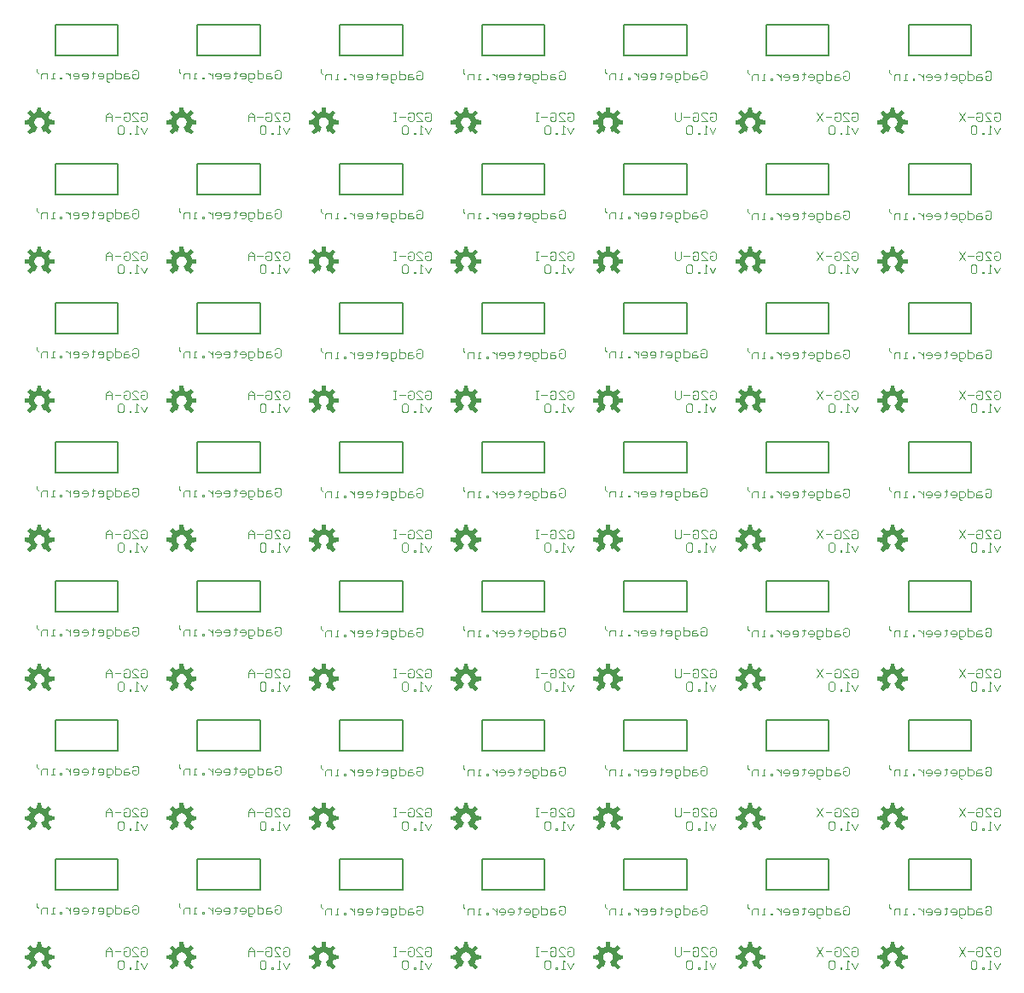
<source format=gbo>
G04 Layer_Color=32896*
%FSLAX44Y44*%
%MOMM*%
G71*
G01*
G75*
%ADD28C,0.2032*%
%ADD29C,0.0691*%
G36*
X738104Y49894D02*
X738558Y49834D01*
X741054Y48800D01*
X741271Y48634D01*
X741241Y48586D01*
X745011Y51634D01*
X747596Y49094D01*
X744552Y45303D01*
X744839Y44930D01*
X745850Y42490D01*
X745881Y42250D01*
X745825Y42236D01*
X750664Y41728D01*
Y37868D01*
X745871Y37365D01*
X745824Y37003D01*
X744786Y34497D01*
X744562Y34206D01*
X744522Y34231D01*
X747596Y30461D01*
X745011Y27876D01*
X741266Y30910D01*
X740976Y30687D01*
X739723Y30168D01*
X737605Y35280D01*
X737606Y35280D01*
X739156Y36316D01*
X740192Y37867D01*
X740556Y39695D01*
X740556Y39696D01*
X740543Y39695D01*
X740559Y39774D01*
X740186Y41650D01*
X739123Y43240D01*
X737533Y44303D01*
X735658Y44675D01*
X733782Y44303D01*
X732192Y43240D01*
X731130Y41650D01*
X730757Y39774D01*
X731130Y37899D01*
X732192Y36309D01*
X733713Y35293D01*
X733744Y35365D01*
X731712Y30168D01*
X730440Y30695D01*
X730162Y30908D01*
X730188Y30950D01*
X726378Y27876D01*
X723838Y30461D01*
X726838Y34202D01*
X726672Y34418D01*
X725638Y36914D01*
X725578Y37368D01*
X725616Y37376D01*
X720790Y37868D01*
Y41728D01*
X725569Y42247D01*
X725613Y42578D01*
X726619Y45009D01*
X726849Y45307D01*
X726886Y45284D01*
X723838Y49094D01*
X726378Y51634D01*
X730165Y48623D01*
X730463Y48853D01*
X732894Y49859D01*
X733225Y49903D01*
X733236Y49856D01*
X733744Y54682D01*
X737604D01*
X738104Y49894D01*
D02*
G37*
G36*
X879164D02*
X879618Y49834D01*
X882114Y48800D01*
X882330Y48634D01*
X882301Y48586D01*
X886071Y51634D01*
X888656Y49094D01*
X885612Y45303D01*
X885899Y44930D01*
X886909Y42490D01*
X886941Y42250D01*
X886885Y42236D01*
X891724Y41728D01*
Y37868D01*
X886931Y37365D01*
X886884Y37003D01*
X885846Y34497D01*
X885622Y34206D01*
X885582Y34231D01*
X888656Y30461D01*
X886071Y27876D01*
X882326Y30910D01*
X882036Y30687D01*
X880783Y30168D01*
X878665Y35280D01*
X878666Y35280D01*
X880216Y36316D01*
X881252Y37867D01*
X881616Y39695D01*
X881616Y39696D01*
X881603Y39695D01*
X881619Y39774D01*
X881246Y41650D01*
X880183Y43240D01*
X878593Y44303D01*
X876718Y44675D01*
X874842Y44303D01*
X873252Y43240D01*
X872190Y41650D01*
X871817Y39774D01*
X872190Y37899D01*
X873252Y36309D01*
X874773Y35293D01*
X874804Y35365D01*
X872772Y30168D01*
X871499Y30695D01*
X871222Y30908D01*
X871248Y30950D01*
X867438Y27876D01*
X864898Y30461D01*
X867898Y34202D01*
X867732Y34418D01*
X866698Y36914D01*
X866638Y37368D01*
X866676Y37376D01*
X861850Y37868D01*
Y41728D01*
X866629Y42247D01*
X866673Y42578D01*
X867680Y45009D01*
X867909Y45307D01*
X867946Y45284D01*
X864898Y49094D01*
X867438Y51634D01*
X871225Y48623D01*
X871523Y48853D01*
X873954Y49859D01*
X874285Y49903D01*
X874296Y49856D01*
X874804Y54682D01*
X878664D01*
X879164Y49894D01*
D02*
G37*
G36*
X738104Y187984D02*
X738558Y187924D01*
X741054Y186890D01*
X741271Y186724D01*
X741241Y186676D01*
X745011Y189724D01*
X747596Y187184D01*
X744552Y183393D01*
X744839Y183020D01*
X745850Y180580D01*
X745881Y180340D01*
X745825Y180326D01*
X750664Y179818D01*
Y175958D01*
X745871Y175455D01*
X745824Y175093D01*
X744786Y172587D01*
X744562Y172296D01*
X744522Y172321D01*
X747596Y168551D01*
X745011Y165966D01*
X741266Y169000D01*
X740976Y168777D01*
X739723Y168258D01*
X737605Y173370D01*
X737606Y173370D01*
X739156Y174406D01*
X740192Y175957D01*
X740556Y177785D01*
X740556Y177786D01*
X740543Y177785D01*
X740559Y177864D01*
X740186Y179740D01*
X739123Y181330D01*
X737533Y182392D01*
X735658Y182766D01*
X733782Y182392D01*
X732192Y181330D01*
X731130Y179740D01*
X730757Y177864D01*
X731130Y175989D01*
X732192Y174399D01*
X733713Y173383D01*
X733744Y173455D01*
X731712Y168258D01*
X730440Y168785D01*
X730162Y168998D01*
X730188Y169040D01*
X726378Y165966D01*
X723838Y168551D01*
X726838Y172292D01*
X726672Y172508D01*
X725638Y175004D01*
X725578Y175458D01*
X725616Y175466D01*
X720790Y175958D01*
Y179818D01*
X725569Y180337D01*
X725613Y180668D01*
X726619Y183099D01*
X726849Y183397D01*
X726886Y183374D01*
X723838Y187184D01*
X726378Y189724D01*
X730165Y186713D01*
X730463Y186943D01*
X732894Y187949D01*
X733225Y187993D01*
X733236Y187946D01*
X733744Y192772D01*
X737604D01*
X738104Y187984D01*
D02*
G37*
G36*
X879164D02*
X879618Y187924D01*
X882114Y186890D01*
X882330Y186724D01*
X882301Y186676D01*
X886071Y189724D01*
X888656Y187184D01*
X885612Y183393D01*
X885899Y183020D01*
X886909Y180580D01*
X886941Y180340D01*
X886885Y180326D01*
X891724Y179818D01*
Y175958D01*
X886931Y175455D01*
X886884Y175093D01*
X885846Y172587D01*
X885622Y172296D01*
X885582Y172321D01*
X888656Y168551D01*
X886071Y165966D01*
X882326Y169000D01*
X882036Y168777D01*
X880783Y168258D01*
X878665Y173370D01*
X878666Y173370D01*
X880216Y174406D01*
X881252Y175957D01*
X881616Y177785D01*
X881616Y177786D01*
X881603Y177785D01*
X881619Y177864D01*
X881246Y179740D01*
X880183Y181330D01*
X878593Y182392D01*
X876718Y182766D01*
X874842Y182392D01*
X873252Y181330D01*
X872190Y179740D01*
X871817Y177864D01*
X872190Y175989D01*
X873252Y174399D01*
X874773Y173383D01*
X874804Y173455D01*
X872772Y168258D01*
X871499Y168785D01*
X871222Y168998D01*
X871248Y169040D01*
X867438Y165966D01*
X864898Y168551D01*
X867898Y172292D01*
X867732Y172508D01*
X866698Y175004D01*
X866638Y175458D01*
X866676Y175466D01*
X861850Y175958D01*
Y179818D01*
X866629Y180337D01*
X866673Y180668D01*
X867680Y183099D01*
X867909Y183397D01*
X867946Y183374D01*
X864898Y187184D01*
X867438Y189724D01*
X871225Y186713D01*
X871523Y186943D01*
X873954Y187949D01*
X874285Y187993D01*
X874296Y187946D01*
X874804Y192772D01*
X878664D01*
X879164Y187984D01*
D02*
G37*
G36*
X738104Y326074D02*
X738558Y326014D01*
X741054Y324980D01*
X741271Y324814D01*
X741241Y324766D01*
X745011Y327814D01*
X747596Y325274D01*
X744552Y321483D01*
X744839Y321110D01*
X745850Y318670D01*
X745881Y318430D01*
X745825Y318416D01*
X750664Y317908D01*
Y314048D01*
X745871Y313545D01*
X745824Y313183D01*
X744786Y310677D01*
X744562Y310386D01*
X744522Y310411D01*
X747596Y306641D01*
X745011Y304056D01*
X741266Y307090D01*
X740976Y306867D01*
X739723Y306348D01*
X737605Y311460D01*
X737606Y311460D01*
X739156Y312496D01*
X740192Y314047D01*
X740556Y315875D01*
X740556Y315876D01*
X740543Y315875D01*
X740559Y315954D01*
X740186Y317830D01*
X739123Y319420D01*
X737533Y320482D01*
X735658Y320855D01*
X733782Y320482D01*
X732192Y319420D01*
X731130Y317830D01*
X730757Y315954D01*
X731130Y314079D01*
X732192Y312489D01*
X733713Y311473D01*
X733744Y311545D01*
X731712Y306348D01*
X730440Y306875D01*
X730162Y307088D01*
X730188Y307130D01*
X726378Y304056D01*
X723838Y306641D01*
X726838Y310382D01*
X726672Y310598D01*
X725638Y313094D01*
X725578Y313548D01*
X725616Y313556D01*
X720790Y314048D01*
Y317908D01*
X725569Y318427D01*
X725613Y318758D01*
X726619Y321189D01*
X726849Y321487D01*
X726886Y321464D01*
X723838Y325274D01*
X726378Y327814D01*
X730165Y324803D01*
X730463Y325033D01*
X732894Y326039D01*
X733225Y326083D01*
X733236Y326036D01*
X733744Y330862D01*
X737604D01*
X738104Y326074D01*
D02*
G37*
G36*
X879164D02*
X879618Y326014D01*
X882114Y324980D01*
X882330Y324814D01*
X882301Y324766D01*
X886071Y327814D01*
X888656Y325274D01*
X885612Y321483D01*
X885899Y321110D01*
X886909Y318670D01*
X886941Y318430D01*
X886885Y318416D01*
X891724Y317908D01*
Y314048D01*
X886931Y313545D01*
X886884Y313183D01*
X885846Y310677D01*
X885622Y310386D01*
X885582Y310411D01*
X888656Y306641D01*
X886071Y304056D01*
X882326Y307090D01*
X882036Y306867D01*
X880783Y306348D01*
X878665Y311460D01*
X878666Y311460D01*
X880216Y312496D01*
X881252Y314047D01*
X881616Y315875D01*
X881616Y315876D01*
X881603Y315875D01*
X881619Y315954D01*
X881246Y317830D01*
X880183Y319420D01*
X878593Y320482D01*
X876718Y320855D01*
X874842Y320482D01*
X873252Y319420D01*
X872190Y317830D01*
X871817Y315954D01*
X872190Y314079D01*
X873252Y312489D01*
X874773Y311473D01*
X874804Y311545D01*
X872772Y306348D01*
X871499Y306875D01*
X871222Y307088D01*
X871248Y307130D01*
X867438Y304056D01*
X864898Y306641D01*
X867898Y310382D01*
X867732Y310598D01*
X866698Y313094D01*
X866638Y313548D01*
X866676Y313556D01*
X861850Y314048D01*
Y317908D01*
X866629Y318427D01*
X866673Y318758D01*
X867680Y321189D01*
X867909Y321487D01*
X867946Y321464D01*
X864898Y325274D01*
X867438Y327814D01*
X871225Y324803D01*
X871523Y325033D01*
X873954Y326039D01*
X874285Y326083D01*
X874296Y326036D01*
X874804Y330862D01*
X878664D01*
X879164Y326074D01*
D02*
G37*
G36*
X738104Y464164D02*
X738558Y464104D01*
X741054Y463070D01*
X741271Y462904D01*
X741241Y462856D01*
X745011Y465904D01*
X747596Y463364D01*
X744552Y459573D01*
X744839Y459200D01*
X745850Y456760D01*
X745881Y456520D01*
X745825Y456506D01*
X750664Y455998D01*
Y452138D01*
X745871Y451635D01*
X745824Y451273D01*
X744786Y448767D01*
X744562Y448476D01*
X744522Y448501D01*
X747596Y444731D01*
X745011Y442146D01*
X741266Y445180D01*
X740976Y444957D01*
X739723Y444438D01*
X737605Y449550D01*
X737606Y449550D01*
X739156Y450586D01*
X740192Y452137D01*
X740556Y453965D01*
X740556Y453966D01*
X740543Y453965D01*
X740559Y454044D01*
X740186Y455920D01*
X739123Y457510D01*
X737533Y458572D01*
X735658Y458946D01*
X733782Y458572D01*
X732192Y457510D01*
X731130Y455920D01*
X730757Y454044D01*
X731130Y452169D01*
X732192Y450579D01*
X733713Y449563D01*
X733744Y449635D01*
X731712Y444438D01*
X730440Y444965D01*
X730162Y445178D01*
X730188Y445220D01*
X726378Y442146D01*
X723838Y444731D01*
X726838Y448471D01*
X726672Y448688D01*
X725638Y451184D01*
X725578Y451638D01*
X725616Y451646D01*
X720790Y452138D01*
Y455998D01*
X725569Y456517D01*
X725613Y456848D01*
X726619Y459279D01*
X726849Y459577D01*
X726886Y459554D01*
X723838Y463364D01*
X726378Y465904D01*
X730165Y462893D01*
X730463Y463122D01*
X732894Y464129D01*
X733225Y464173D01*
X733236Y464126D01*
X733744Y468952D01*
X737604D01*
X738104Y464164D01*
D02*
G37*
G36*
X879164D02*
X879618Y464104D01*
X882114Y463070D01*
X882330Y462904D01*
X882301Y462856D01*
X886071Y465904D01*
X888656Y463364D01*
X885612Y459573D01*
X885899Y459200D01*
X886909Y456760D01*
X886941Y456520D01*
X886885Y456506D01*
X891724Y455998D01*
Y452138D01*
X886931Y451635D01*
X886884Y451273D01*
X885846Y448767D01*
X885622Y448476D01*
X885582Y448501D01*
X888656Y444731D01*
X886071Y442146D01*
X882326Y445180D01*
X882036Y444957D01*
X880783Y444438D01*
X878665Y449550D01*
X878666Y449550D01*
X880216Y450586D01*
X881252Y452137D01*
X881616Y453965D01*
X881616Y453966D01*
X881603Y453965D01*
X881619Y454044D01*
X881246Y455920D01*
X880183Y457510D01*
X878593Y458572D01*
X876718Y458946D01*
X874842Y458572D01*
X873252Y457510D01*
X872190Y455920D01*
X871817Y454044D01*
X872190Y452169D01*
X873252Y450579D01*
X874773Y449563D01*
X874804Y449635D01*
X872772Y444438D01*
X871499Y444965D01*
X871222Y445178D01*
X871248Y445220D01*
X867438Y442146D01*
X864898Y444731D01*
X867898Y448471D01*
X867732Y448688D01*
X866698Y451184D01*
X866638Y451638D01*
X866676Y451646D01*
X861850Y452138D01*
Y455998D01*
X866629Y456517D01*
X866673Y456848D01*
X867680Y459279D01*
X867909Y459577D01*
X867946Y459554D01*
X864898Y463364D01*
X867438Y465904D01*
X871225Y462893D01*
X871523Y463122D01*
X873954Y464129D01*
X874285Y464173D01*
X874296Y464126D01*
X874804Y468952D01*
X878664D01*
X879164Y464164D01*
D02*
G37*
G36*
X738104Y602254D02*
X738558Y602194D01*
X741054Y601160D01*
X741271Y600994D01*
X741241Y600946D01*
X745011Y603994D01*
X747596Y601454D01*
X744552Y597663D01*
X744839Y597290D01*
X745850Y594850D01*
X745881Y594610D01*
X745825Y594596D01*
X750664Y594088D01*
Y590228D01*
X745871Y589725D01*
X745824Y589363D01*
X744786Y586857D01*
X744562Y586566D01*
X744522Y586591D01*
X747596Y582821D01*
X745011Y580236D01*
X741266Y583270D01*
X740976Y583047D01*
X739723Y582528D01*
X737605Y587640D01*
X737606Y587640D01*
X739156Y588676D01*
X740192Y590227D01*
X740556Y592056D01*
X740556Y592056D01*
X740543Y592055D01*
X740559Y592135D01*
X740186Y594010D01*
X739123Y595600D01*
X737533Y596662D01*
X735658Y597035D01*
X733782Y596662D01*
X732192Y595600D01*
X731130Y594010D01*
X730757Y592135D01*
X731130Y590259D01*
X732192Y588669D01*
X733713Y587653D01*
X733744Y587725D01*
X731712Y582528D01*
X730440Y583055D01*
X730162Y583268D01*
X730188Y583310D01*
X726378Y580236D01*
X723838Y582821D01*
X726838Y586562D01*
X726672Y586778D01*
X725638Y589274D01*
X725578Y589728D01*
X725616Y589736D01*
X720790Y590228D01*
Y594088D01*
X725569Y594607D01*
X725613Y594938D01*
X726619Y597369D01*
X726849Y597667D01*
X726886Y597644D01*
X723838Y601454D01*
X726378Y603994D01*
X730165Y600983D01*
X730463Y601213D01*
X732894Y602219D01*
X733225Y602263D01*
X733236Y602216D01*
X733744Y607042D01*
X737604D01*
X738104Y602254D01*
D02*
G37*
G36*
X879164D02*
X879618Y602194D01*
X882114Y601160D01*
X882330Y600994D01*
X882301Y600946D01*
X886071Y603994D01*
X888656Y601454D01*
X885612Y597663D01*
X885899Y597290D01*
X886909Y594850D01*
X886941Y594610D01*
X886885Y594596D01*
X891724Y594088D01*
Y590228D01*
X886931Y589725D01*
X886884Y589363D01*
X885846Y586857D01*
X885622Y586566D01*
X885582Y586591D01*
X888656Y582821D01*
X886071Y580236D01*
X882326Y583270D01*
X882036Y583047D01*
X880783Y582528D01*
X878665Y587640D01*
X878666Y587640D01*
X880216Y588676D01*
X881252Y590227D01*
X881616Y592056D01*
X881616Y592056D01*
X881603Y592055D01*
X881619Y592135D01*
X881246Y594010D01*
X880183Y595600D01*
X878593Y596662D01*
X876718Y597035D01*
X874842Y596662D01*
X873252Y595600D01*
X872190Y594010D01*
X871817Y592135D01*
X872190Y590259D01*
X873252Y588669D01*
X874773Y587653D01*
X874804Y587725D01*
X872772Y582528D01*
X871499Y583055D01*
X871222Y583268D01*
X871248Y583310D01*
X867438Y580236D01*
X864898Y582821D01*
X867898Y586562D01*
X867732Y586778D01*
X866698Y589274D01*
X866638Y589728D01*
X866676Y589736D01*
X861850Y590228D01*
Y594088D01*
X866629Y594607D01*
X866673Y594938D01*
X867680Y597369D01*
X867909Y597667D01*
X867946Y597644D01*
X864898Y601454D01*
X867438Y603994D01*
X871225Y600983D01*
X871523Y601213D01*
X873954Y602219D01*
X874285Y602263D01*
X874296Y602216D01*
X874804Y607042D01*
X878664D01*
X879164Y602254D01*
D02*
G37*
G36*
X738104Y740344D02*
X738558Y740284D01*
X741054Y739250D01*
X741271Y739084D01*
X741241Y739036D01*
X745011Y742084D01*
X747596Y739544D01*
X744552Y735753D01*
X744839Y735380D01*
X745850Y732940D01*
X745881Y732700D01*
X745825Y732686D01*
X750664Y732178D01*
Y728318D01*
X745871Y727815D01*
X745824Y727453D01*
X744786Y724947D01*
X744562Y724656D01*
X744522Y724681D01*
X747596Y720911D01*
X745011Y718326D01*
X741266Y721360D01*
X740976Y721137D01*
X739723Y720618D01*
X737605Y725730D01*
X737606Y725730D01*
X739156Y726766D01*
X740192Y728317D01*
X740556Y730145D01*
X740556Y730146D01*
X740543Y730145D01*
X740559Y730224D01*
X740186Y732100D01*
X739123Y733690D01*
X737533Y734752D01*
X735658Y735126D01*
X733782Y734752D01*
X732192Y733690D01*
X731130Y732100D01*
X730757Y730224D01*
X731130Y728349D01*
X732192Y726759D01*
X733713Y725743D01*
X733744Y725815D01*
X731712Y720618D01*
X730440Y721145D01*
X730162Y721358D01*
X730188Y721400D01*
X726378Y718326D01*
X723838Y720911D01*
X726838Y724651D01*
X726672Y724868D01*
X725638Y727364D01*
X725578Y727818D01*
X725616Y727826D01*
X720790Y728318D01*
Y732178D01*
X725569Y732697D01*
X725613Y733028D01*
X726619Y735459D01*
X726849Y735757D01*
X726886Y735734D01*
X723838Y739544D01*
X726378Y742084D01*
X730165Y739073D01*
X730463Y739303D01*
X732894Y740309D01*
X733225Y740353D01*
X733236Y740306D01*
X733744Y745132D01*
X737604D01*
X738104Y740344D01*
D02*
G37*
G36*
X879164D02*
X879618Y740284D01*
X882114Y739250D01*
X882330Y739084D01*
X882301Y739036D01*
X886071Y742084D01*
X888656Y739544D01*
X885612Y735753D01*
X885899Y735380D01*
X886909Y732940D01*
X886941Y732700D01*
X886885Y732686D01*
X891724Y732178D01*
Y728318D01*
X886931Y727815D01*
X886884Y727453D01*
X885846Y724947D01*
X885622Y724656D01*
X885582Y724681D01*
X888656Y720911D01*
X886071Y718326D01*
X882326Y721360D01*
X882036Y721137D01*
X880783Y720618D01*
X878665Y725730D01*
X878666Y725730D01*
X880216Y726766D01*
X881252Y728317D01*
X881616Y730145D01*
X881616Y730146D01*
X881603Y730145D01*
X881619Y730224D01*
X881246Y732100D01*
X880183Y733690D01*
X878593Y734752D01*
X876718Y735126D01*
X874842Y734752D01*
X873252Y733690D01*
X872190Y732100D01*
X871817Y730224D01*
X872190Y728349D01*
X873252Y726759D01*
X874773Y725743D01*
X874804Y725815D01*
X872772Y720618D01*
X871499Y721145D01*
X871222Y721358D01*
X871248Y721400D01*
X867438Y718326D01*
X864898Y720911D01*
X867898Y724651D01*
X867732Y724868D01*
X866698Y727364D01*
X866638Y727818D01*
X866676Y727826D01*
X861850Y728318D01*
Y732178D01*
X866629Y732697D01*
X866673Y733028D01*
X867680Y735459D01*
X867909Y735757D01*
X867946Y735734D01*
X864898Y739544D01*
X867438Y742084D01*
X871225Y739073D01*
X871523Y739303D01*
X873954Y740309D01*
X874285Y740353D01*
X874296Y740306D01*
X874804Y745132D01*
X878664D01*
X879164Y740344D01*
D02*
G37*
G36*
X738104Y878434D02*
X738558Y878374D01*
X741054Y877340D01*
X741271Y877174D01*
X741241Y877126D01*
X745011Y880174D01*
X747596Y877634D01*
X744552Y873843D01*
X744839Y873470D01*
X745850Y871030D01*
X745881Y870790D01*
X745825Y870776D01*
X750664Y870268D01*
Y866408D01*
X745871Y865905D01*
X745824Y865543D01*
X744786Y863037D01*
X744562Y862746D01*
X744522Y862771D01*
X747596Y859001D01*
X745011Y856416D01*
X741266Y859450D01*
X740976Y859227D01*
X739723Y858708D01*
X737605Y863820D01*
X737606Y863820D01*
X739156Y864856D01*
X740192Y866407D01*
X740556Y868235D01*
X740556Y868236D01*
X740543Y868235D01*
X740559Y868314D01*
X740186Y870190D01*
X739123Y871780D01*
X737533Y872842D01*
X735658Y873215D01*
X733782Y872842D01*
X732192Y871780D01*
X731130Y870190D01*
X730757Y868314D01*
X731130Y866439D01*
X732192Y864849D01*
X733713Y863833D01*
X733744Y863905D01*
X731712Y858708D01*
X730440Y859235D01*
X730162Y859448D01*
X730188Y859490D01*
X726378Y856416D01*
X723838Y859001D01*
X726838Y862741D01*
X726672Y862958D01*
X725638Y865454D01*
X725578Y865908D01*
X725616Y865916D01*
X720790Y866408D01*
Y870268D01*
X725569Y870787D01*
X725613Y871118D01*
X726619Y873549D01*
X726849Y873847D01*
X726886Y873824D01*
X723838Y877634D01*
X726378Y880174D01*
X730165Y877163D01*
X730463Y877393D01*
X732894Y878399D01*
X733225Y878443D01*
X733236Y878396D01*
X733744Y883222D01*
X737604D01*
X738104Y878434D01*
D02*
G37*
G36*
X879164D02*
X879618Y878374D01*
X882114Y877340D01*
X882330Y877174D01*
X882301Y877126D01*
X886071Y880174D01*
X888656Y877634D01*
X885612Y873843D01*
X885899Y873470D01*
X886909Y871030D01*
X886941Y870790D01*
X886885Y870776D01*
X891724Y870268D01*
Y866408D01*
X886931Y865905D01*
X886884Y865543D01*
X885846Y863037D01*
X885622Y862746D01*
X885582Y862771D01*
X888656Y859001D01*
X886071Y856416D01*
X882326Y859450D01*
X882036Y859227D01*
X880783Y858708D01*
X878665Y863820D01*
X878666Y863820D01*
X880216Y864856D01*
X881252Y866407D01*
X881616Y868235D01*
X881616Y868236D01*
X881603Y868235D01*
X881619Y868314D01*
X881246Y870190D01*
X880183Y871780D01*
X878593Y872842D01*
X876718Y873215D01*
X874842Y872842D01*
X873252Y871780D01*
X872190Y870190D01*
X871817Y868314D01*
X872190Y866439D01*
X873252Y864849D01*
X874773Y863833D01*
X874804Y863905D01*
X872772Y858708D01*
X871499Y859235D01*
X871222Y859448D01*
X871248Y859490D01*
X867438Y856416D01*
X864898Y859001D01*
X867898Y862741D01*
X867732Y862958D01*
X866698Y865454D01*
X866638Y865908D01*
X866676Y865916D01*
X861850Y866408D01*
Y870268D01*
X866629Y870787D01*
X866673Y871118D01*
X867680Y873549D01*
X867909Y873847D01*
X867946Y873824D01*
X864898Y877634D01*
X867438Y880174D01*
X871225Y877163D01*
X871523Y877393D01*
X873954Y878399D01*
X874285Y878443D01*
X874296Y878396D01*
X874804Y883222D01*
X878664D01*
X879164Y878434D01*
D02*
G37*
G36*
X597044Y49894D02*
X597498Y49834D01*
X599994Y48800D01*
X600210Y48634D01*
X600181Y48586D01*
X603951Y51634D01*
X606536Y49094D01*
X603492Y45303D01*
X603779Y44930D01*
X604790Y42490D01*
X604821Y42250D01*
X604765Y42236D01*
X609604Y41728D01*
Y37868D01*
X604811Y37365D01*
X604764Y37003D01*
X603726Y34497D01*
X603502Y34206D01*
X603462Y34231D01*
X606536Y30461D01*
X603951Y27876D01*
X600206Y30910D01*
X599916Y30687D01*
X598663Y30168D01*
X596545Y35280D01*
X596546Y35280D01*
X598096Y36316D01*
X599132Y37867D01*
X599496Y39695D01*
X599496Y39696D01*
X599483Y39695D01*
X599499Y39774D01*
X599126Y41650D01*
X598063Y43240D01*
X596473Y44303D01*
X594598Y44675D01*
X592722Y44303D01*
X591132Y43240D01*
X590070Y41650D01*
X589697Y39774D01*
X590070Y37899D01*
X591132Y36309D01*
X592653Y35293D01*
X592684Y35365D01*
X590652Y30168D01*
X589380Y30695D01*
X589102Y30908D01*
X589128Y30950D01*
X585318Y27876D01*
X582778Y30461D01*
X585778Y34202D01*
X585612Y34418D01*
X584578Y36914D01*
X584518Y37368D01*
X584556Y37376D01*
X579730Y37868D01*
Y41728D01*
X584509Y42247D01*
X584553Y42578D01*
X585560Y45009D01*
X585789Y45307D01*
X585826Y45284D01*
X582778Y49094D01*
X585318Y51634D01*
X589105Y48623D01*
X589403Y48853D01*
X591834Y49859D01*
X592165Y49903D01*
X592176Y49856D01*
X592684Y54682D01*
X596544D01*
X597044Y49894D01*
D02*
G37*
G36*
Y187984D02*
X597498Y187924D01*
X599994Y186890D01*
X600210Y186724D01*
X600181Y186676D01*
X603951Y189724D01*
X606536Y187184D01*
X603492Y183393D01*
X603779Y183020D01*
X604790Y180580D01*
X604821Y180340D01*
X604765Y180326D01*
X609604Y179818D01*
Y175958D01*
X604811Y175455D01*
X604764Y175093D01*
X603726Y172587D01*
X603502Y172296D01*
X603462Y172321D01*
X606536Y168551D01*
X603951Y165966D01*
X600206Y169000D01*
X599916Y168777D01*
X598663Y168258D01*
X596545Y173370D01*
X596546Y173370D01*
X598096Y174406D01*
X599132Y175957D01*
X599496Y177785D01*
X599496Y177786D01*
X599483Y177785D01*
X599499Y177864D01*
X599126Y179740D01*
X598063Y181330D01*
X596473Y182392D01*
X594598Y182766D01*
X592722Y182392D01*
X591132Y181330D01*
X590070Y179740D01*
X589697Y177864D01*
X590070Y175989D01*
X591132Y174399D01*
X592653Y173383D01*
X592684Y173455D01*
X590652Y168258D01*
X589380Y168785D01*
X589102Y168998D01*
X589128Y169040D01*
X585318Y165966D01*
X582778Y168551D01*
X585778Y172292D01*
X585612Y172508D01*
X584578Y175004D01*
X584518Y175458D01*
X584556Y175466D01*
X579730Y175958D01*
Y179818D01*
X584509Y180337D01*
X584553Y180668D01*
X585560Y183099D01*
X585789Y183397D01*
X585826Y183374D01*
X582778Y187184D01*
X585318Y189724D01*
X589105Y186713D01*
X589403Y186943D01*
X591834Y187949D01*
X592165Y187993D01*
X592176Y187946D01*
X592684Y192772D01*
X596544D01*
X597044Y187984D01*
D02*
G37*
G36*
Y326074D02*
X597498Y326014D01*
X599994Y324980D01*
X600210Y324814D01*
X600181Y324766D01*
X603951Y327814D01*
X606536Y325274D01*
X603492Y321483D01*
X603779Y321110D01*
X604790Y318670D01*
X604821Y318430D01*
X604765Y318416D01*
X609604Y317908D01*
Y314048D01*
X604811Y313545D01*
X604764Y313183D01*
X603726Y310677D01*
X603502Y310386D01*
X603462Y310411D01*
X606536Y306641D01*
X603951Y304056D01*
X600206Y307090D01*
X599916Y306867D01*
X598663Y306348D01*
X596545Y311460D01*
X596546Y311460D01*
X598096Y312496D01*
X599132Y314047D01*
X599496Y315875D01*
X599496Y315876D01*
X599483Y315875D01*
X599499Y315954D01*
X599126Y317830D01*
X598063Y319420D01*
X596473Y320482D01*
X594598Y320855D01*
X592722Y320482D01*
X591132Y319420D01*
X590070Y317830D01*
X589697Y315954D01*
X590070Y314079D01*
X591132Y312489D01*
X592653Y311473D01*
X592684Y311545D01*
X590652Y306348D01*
X589380Y306875D01*
X589102Y307088D01*
X589128Y307130D01*
X585318Y304056D01*
X582778Y306641D01*
X585778Y310382D01*
X585612Y310598D01*
X584578Y313094D01*
X584518Y313548D01*
X584556Y313556D01*
X579730Y314048D01*
Y317908D01*
X584509Y318427D01*
X584553Y318758D01*
X585560Y321189D01*
X585789Y321487D01*
X585826Y321464D01*
X582778Y325274D01*
X585318Y327814D01*
X589105Y324803D01*
X589403Y325033D01*
X591834Y326039D01*
X592165Y326083D01*
X592176Y326036D01*
X592684Y330862D01*
X596544D01*
X597044Y326074D01*
D02*
G37*
G36*
Y464164D02*
X597498Y464104D01*
X599994Y463070D01*
X600210Y462904D01*
X600181Y462856D01*
X603951Y465904D01*
X606536Y463364D01*
X603492Y459573D01*
X603779Y459200D01*
X604790Y456760D01*
X604821Y456520D01*
X604765Y456506D01*
X609604Y455998D01*
Y452138D01*
X604811Y451635D01*
X604764Y451273D01*
X603726Y448767D01*
X603502Y448476D01*
X603462Y448501D01*
X606536Y444731D01*
X603951Y442146D01*
X600206Y445180D01*
X599916Y444957D01*
X598663Y444438D01*
X596545Y449550D01*
X596546Y449550D01*
X598096Y450586D01*
X599132Y452137D01*
X599496Y453965D01*
X599496Y453966D01*
X599483Y453965D01*
X599499Y454044D01*
X599126Y455920D01*
X598063Y457510D01*
X596473Y458572D01*
X594598Y458946D01*
X592722Y458572D01*
X591132Y457510D01*
X590070Y455920D01*
X589697Y454044D01*
X590070Y452169D01*
X591132Y450579D01*
X592653Y449563D01*
X592684Y449635D01*
X590652Y444438D01*
X589380Y444965D01*
X589102Y445178D01*
X589128Y445220D01*
X585318Y442146D01*
X582778Y444731D01*
X585778Y448471D01*
X585612Y448688D01*
X584578Y451184D01*
X584518Y451638D01*
X584556Y451646D01*
X579730Y452138D01*
Y455998D01*
X584509Y456517D01*
X584553Y456848D01*
X585560Y459279D01*
X585789Y459577D01*
X585826Y459554D01*
X582778Y463364D01*
X585318Y465904D01*
X589105Y462893D01*
X589403Y463122D01*
X591834Y464129D01*
X592165Y464173D01*
X592176Y464126D01*
X592684Y468952D01*
X596544D01*
X597044Y464164D01*
D02*
G37*
G36*
Y602254D02*
X597498Y602194D01*
X599994Y601160D01*
X600210Y600994D01*
X600181Y600946D01*
X603951Y603994D01*
X606536Y601454D01*
X603492Y597663D01*
X603779Y597290D01*
X604790Y594850D01*
X604821Y594610D01*
X604765Y594596D01*
X609604Y594088D01*
Y590228D01*
X604811Y589725D01*
X604764Y589363D01*
X603726Y586857D01*
X603502Y586566D01*
X603462Y586591D01*
X606536Y582821D01*
X603951Y580236D01*
X600206Y583270D01*
X599916Y583047D01*
X598663Y582528D01*
X596545Y587640D01*
X596546Y587640D01*
X598096Y588676D01*
X599132Y590227D01*
X599496Y592056D01*
X599496Y592056D01*
X599483Y592055D01*
X599499Y592135D01*
X599126Y594010D01*
X598063Y595600D01*
X596473Y596662D01*
X594598Y597035D01*
X592722Y596662D01*
X591132Y595600D01*
X590070Y594010D01*
X589697Y592135D01*
X590070Y590259D01*
X591132Y588669D01*
X592653Y587653D01*
X592684Y587725D01*
X590652Y582528D01*
X589380Y583055D01*
X589102Y583268D01*
X589128Y583310D01*
X585318Y580236D01*
X582778Y582821D01*
X585778Y586562D01*
X585612Y586778D01*
X584578Y589274D01*
X584518Y589728D01*
X584556Y589736D01*
X579730Y590228D01*
Y594088D01*
X584509Y594607D01*
X584553Y594938D01*
X585560Y597369D01*
X585789Y597667D01*
X585826Y597644D01*
X582778Y601454D01*
X585318Y603994D01*
X589105Y600983D01*
X589403Y601213D01*
X591834Y602219D01*
X592165Y602263D01*
X592176Y602216D01*
X592684Y607042D01*
X596544D01*
X597044Y602254D01*
D02*
G37*
G36*
Y740344D02*
X597498Y740284D01*
X599994Y739250D01*
X600210Y739084D01*
X600181Y739036D01*
X603951Y742084D01*
X606536Y739544D01*
X603492Y735753D01*
X603779Y735380D01*
X604790Y732940D01*
X604821Y732700D01*
X604765Y732686D01*
X609604Y732178D01*
Y728318D01*
X604811Y727815D01*
X604764Y727453D01*
X603726Y724947D01*
X603502Y724656D01*
X603462Y724681D01*
X606536Y720911D01*
X603951Y718326D01*
X600206Y721360D01*
X599916Y721137D01*
X598663Y720618D01*
X596545Y725730D01*
X596546Y725730D01*
X598096Y726766D01*
X599132Y728317D01*
X599496Y730145D01*
X599496Y730146D01*
X599483Y730145D01*
X599499Y730224D01*
X599126Y732100D01*
X598063Y733690D01*
X596473Y734752D01*
X594598Y735126D01*
X592722Y734752D01*
X591132Y733690D01*
X590070Y732100D01*
X589697Y730224D01*
X590070Y728349D01*
X591132Y726759D01*
X592653Y725743D01*
X592684Y725815D01*
X590652Y720618D01*
X589380Y721145D01*
X589102Y721358D01*
X589128Y721400D01*
X585318Y718326D01*
X582778Y720911D01*
X585778Y724651D01*
X585612Y724868D01*
X584578Y727364D01*
X584518Y727818D01*
X584556Y727826D01*
X579730Y728318D01*
Y732178D01*
X584509Y732697D01*
X584553Y733028D01*
X585560Y735459D01*
X585789Y735757D01*
X585826Y735734D01*
X582778Y739544D01*
X585318Y742084D01*
X589105Y739073D01*
X589403Y739303D01*
X591834Y740309D01*
X592165Y740353D01*
X592176Y740306D01*
X592684Y745132D01*
X596544D01*
X597044Y740344D01*
D02*
G37*
G36*
Y878434D02*
X597498Y878374D01*
X599994Y877340D01*
X600210Y877174D01*
X600181Y877126D01*
X603951Y880174D01*
X606536Y877634D01*
X603492Y873843D01*
X603779Y873470D01*
X604790Y871030D01*
X604821Y870790D01*
X604765Y870776D01*
X609604Y870268D01*
Y866408D01*
X604811Y865905D01*
X604764Y865543D01*
X603726Y863037D01*
X603502Y862746D01*
X603462Y862771D01*
X606536Y859001D01*
X603951Y856416D01*
X600206Y859450D01*
X599916Y859227D01*
X598663Y858708D01*
X596545Y863820D01*
X596546Y863820D01*
X598096Y864856D01*
X599132Y866407D01*
X599496Y868235D01*
X599496Y868236D01*
X599483Y868235D01*
X599499Y868314D01*
X599126Y870190D01*
X598063Y871780D01*
X596473Y872842D01*
X594598Y873215D01*
X592722Y872842D01*
X591132Y871780D01*
X590070Y870190D01*
X589697Y868314D01*
X590070Y866439D01*
X591132Y864849D01*
X592653Y863833D01*
X592684Y863905D01*
X590652Y858708D01*
X589380Y859235D01*
X589102Y859448D01*
X589128Y859490D01*
X585318Y856416D01*
X582778Y859001D01*
X585778Y862741D01*
X585612Y862958D01*
X584578Y865454D01*
X584518Y865908D01*
X584556Y865916D01*
X579730Y866408D01*
Y870268D01*
X584509Y870787D01*
X584553Y871118D01*
X585560Y873549D01*
X585789Y873847D01*
X585826Y873824D01*
X582778Y877634D01*
X585318Y880174D01*
X589105Y877163D01*
X589403Y877393D01*
X591834Y878399D01*
X592165Y878443D01*
X592176Y878396D01*
X592684Y883222D01*
X596544D01*
X597044Y878434D01*
D02*
G37*
G36*
X314924Y49894D02*
X315378Y49834D01*
X317874Y48800D01*
X318090Y48634D01*
X318061Y48586D01*
X321831Y51634D01*
X324416Y49094D01*
X321372Y45303D01*
X321659Y44930D01*
X322669Y42490D01*
X322701Y42250D01*
X322645Y42236D01*
X327484Y41728D01*
Y37868D01*
X322691Y37365D01*
X322644Y37003D01*
X321606Y34497D01*
X321382Y34206D01*
X321342Y34231D01*
X324416Y30461D01*
X321831Y27876D01*
X318086Y30910D01*
X317796Y30687D01*
X316543Y30168D01*
X314425Y35280D01*
X314426Y35280D01*
X315976Y36316D01*
X317012Y37867D01*
X317376Y39695D01*
X317376Y39696D01*
X317363Y39695D01*
X317379Y39774D01*
X317006Y41650D01*
X315943Y43240D01*
X314353Y44303D01*
X312478Y44675D01*
X310602Y44303D01*
X309012Y43240D01*
X307950Y41650D01*
X307577Y39774D01*
X307950Y37899D01*
X309012Y36309D01*
X310533Y35293D01*
X310564Y35365D01*
X308532Y30168D01*
X307260Y30695D01*
X306982Y30908D01*
X307008Y30950D01*
X303198Y27876D01*
X300658Y30461D01*
X303658Y34202D01*
X303492Y34418D01*
X302458Y36914D01*
X302398Y37368D01*
X302436Y37376D01*
X297610Y37868D01*
Y41728D01*
X302389Y42247D01*
X302433Y42578D01*
X303440Y45009D01*
X303669Y45307D01*
X303706Y45284D01*
X300658Y49094D01*
X303198Y51634D01*
X306985Y48623D01*
X307283Y48853D01*
X309714Y49859D01*
X310045Y49903D01*
X310056Y49856D01*
X310564Y54682D01*
X314424D01*
X314924Y49894D01*
D02*
G37*
G36*
X455984D02*
X456438Y49834D01*
X458934Y48800D01*
X459151Y48634D01*
X459121Y48586D01*
X462891Y51634D01*
X465476Y49094D01*
X462432Y45303D01*
X462719Y44930D01*
X463730Y42490D01*
X463761Y42250D01*
X463705Y42236D01*
X468544Y41728D01*
Y37868D01*
X463751Y37365D01*
X463704Y37003D01*
X462666Y34497D01*
X462442Y34206D01*
X462402Y34231D01*
X465476Y30461D01*
X462891Y27876D01*
X459146Y30910D01*
X458856Y30687D01*
X457603Y30168D01*
X455485Y35280D01*
X455486Y35280D01*
X457036Y36316D01*
X458072Y37867D01*
X458436Y39695D01*
X458436Y39696D01*
X458423Y39695D01*
X458439Y39774D01*
X458066Y41650D01*
X457003Y43240D01*
X455413Y44303D01*
X453538Y44675D01*
X451662Y44303D01*
X450072Y43240D01*
X449010Y41650D01*
X448637Y39774D01*
X449010Y37899D01*
X450072Y36309D01*
X451593Y35293D01*
X451624Y35365D01*
X449592Y30168D01*
X448320Y30695D01*
X448042Y30908D01*
X448068Y30950D01*
X444258Y27876D01*
X441718Y30461D01*
X444718Y34202D01*
X444552Y34418D01*
X443518Y36914D01*
X443458Y37368D01*
X443496Y37376D01*
X438670Y37868D01*
Y41728D01*
X443449Y42247D01*
X443493Y42578D01*
X444500Y45009D01*
X444729Y45307D01*
X444766Y45284D01*
X441718Y49094D01*
X444258Y51634D01*
X448045Y48623D01*
X448343Y48853D01*
X450774Y49859D01*
X451105Y49903D01*
X451116Y49856D01*
X451624Y54682D01*
X455484D01*
X455984Y49894D01*
D02*
G37*
G36*
X314924Y187984D02*
X315378Y187924D01*
X317874Y186890D01*
X318090Y186724D01*
X318061Y186676D01*
X321831Y189724D01*
X324416Y187184D01*
X321372Y183393D01*
X321659Y183020D01*
X322669Y180580D01*
X322701Y180340D01*
X322645Y180326D01*
X327484Y179818D01*
Y175958D01*
X322691Y175455D01*
X322644Y175093D01*
X321606Y172587D01*
X321382Y172296D01*
X321342Y172321D01*
X324416Y168551D01*
X321831Y165966D01*
X318086Y169000D01*
X317796Y168777D01*
X316543Y168258D01*
X314425Y173370D01*
X314426Y173370D01*
X315976Y174406D01*
X317012Y175957D01*
X317376Y177785D01*
X317376Y177786D01*
X317363Y177785D01*
X317379Y177864D01*
X317006Y179740D01*
X315943Y181330D01*
X314353Y182392D01*
X312478Y182766D01*
X310602Y182392D01*
X309012Y181330D01*
X307950Y179740D01*
X307577Y177864D01*
X307950Y175989D01*
X309012Y174399D01*
X310533Y173383D01*
X310564Y173455D01*
X308532Y168258D01*
X307260Y168785D01*
X306982Y168998D01*
X307008Y169040D01*
X303198Y165966D01*
X300658Y168551D01*
X303658Y172292D01*
X303492Y172508D01*
X302458Y175004D01*
X302398Y175458D01*
X302436Y175466D01*
X297610Y175958D01*
Y179818D01*
X302389Y180337D01*
X302433Y180668D01*
X303440Y183099D01*
X303669Y183397D01*
X303706Y183374D01*
X300658Y187184D01*
X303198Y189724D01*
X306985Y186713D01*
X307283Y186943D01*
X309714Y187949D01*
X310045Y187993D01*
X310056Y187946D01*
X310564Y192772D01*
X314424D01*
X314924Y187984D01*
D02*
G37*
G36*
X455984D02*
X456438Y187924D01*
X458934Y186890D01*
X459151Y186724D01*
X459121Y186676D01*
X462891Y189724D01*
X465476Y187184D01*
X462432Y183393D01*
X462719Y183020D01*
X463730Y180580D01*
X463761Y180340D01*
X463705Y180326D01*
X468544Y179818D01*
Y175958D01*
X463751Y175455D01*
X463704Y175093D01*
X462666Y172587D01*
X462442Y172296D01*
X462402Y172321D01*
X465476Y168551D01*
X462891Y165966D01*
X459146Y169000D01*
X458856Y168777D01*
X457603Y168258D01*
X455485Y173370D01*
X455486Y173370D01*
X457036Y174406D01*
X458072Y175957D01*
X458436Y177785D01*
X458436Y177786D01*
X458423Y177785D01*
X458439Y177864D01*
X458066Y179740D01*
X457003Y181330D01*
X455413Y182392D01*
X453538Y182766D01*
X451662Y182392D01*
X450072Y181330D01*
X449010Y179740D01*
X448637Y177864D01*
X449010Y175989D01*
X450072Y174399D01*
X451593Y173383D01*
X451624Y173455D01*
X449592Y168258D01*
X448320Y168785D01*
X448042Y168998D01*
X448068Y169040D01*
X444258Y165966D01*
X441718Y168551D01*
X444718Y172292D01*
X444552Y172508D01*
X443518Y175004D01*
X443458Y175458D01*
X443496Y175466D01*
X438670Y175958D01*
Y179818D01*
X443449Y180337D01*
X443493Y180668D01*
X444500Y183099D01*
X444729Y183397D01*
X444766Y183374D01*
X441718Y187184D01*
X444258Y189724D01*
X448045Y186713D01*
X448343Y186943D01*
X450774Y187949D01*
X451105Y187993D01*
X451116Y187946D01*
X451624Y192772D01*
X455484D01*
X455984Y187984D01*
D02*
G37*
G36*
X314924Y326074D02*
X315378Y326014D01*
X317874Y324980D01*
X318090Y324814D01*
X318061Y324766D01*
X321831Y327814D01*
X324416Y325274D01*
X321372Y321483D01*
X321659Y321110D01*
X322669Y318670D01*
X322701Y318430D01*
X322645Y318416D01*
X327484Y317908D01*
Y314048D01*
X322691Y313545D01*
X322644Y313183D01*
X321606Y310677D01*
X321382Y310386D01*
X321342Y310411D01*
X324416Y306641D01*
X321831Y304056D01*
X318086Y307090D01*
X317796Y306867D01*
X316543Y306348D01*
X314425Y311460D01*
X314426Y311460D01*
X315976Y312496D01*
X317012Y314047D01*
X317376Y315875D01*
X317376Y315876D01*
X317363Y315875D01*
X317379Y315954D01*
X317006Y317830D01*
X315943Y319420D01*
X314353Y320482D01*
X312478Y320855D01*
X310602Y320482D01*
X309012Y319420D01*
X307950Y317830D01*
X307577Y315954D01*
X307950Y314079D01*
X309012Y312489D01*
X310533Y311473D01*
X310564Y311545D01*
X308532Y306348D01*
X307260Y306875D01*
X306982Y307088D01*
X307008Y307130D01*
X303198Y304056D01*
X300658Y306641D01*
X303658Y310382D01*
X303492Y310598D01*
X302458Y313094D01*
X302398Y313548D01*
X302436Y313556D01*
X297610Y314048D01*
Y317908D01*
X302389Y318427D01*
X302433Y318758D01*
X303440Y321189D01*
X303669Y321487D01*
X303706Y321464D01*
X300658Y325274D01*
X303198Y327814D01*
X306985Y324803D01*
X307283Y325033D01*
X309714Y326039D01*
X310045Y326083D01*
X310056Y326036D01*
X310564Y330862D01*
X314424D01*
X314924Y326074D01*
D02*
G37*
G36*
X455984D02*
X456438Y326014D01*
X458934Y324980D01*
X459151Y324814D01*
X459121Y324766D01*
X462891Y327814D01*
X465476Y325274D01*
X462432Y321483D01*
X462719Y321110D01*
X463730Y318670D01*
X463761Y318430D01*
X463705Y318416D01*
X468544Y317908D01*
Y314048D01*
X463751Y313545D01*
X463704Y313183D01*
X462666Y310677D01*
X462442Y310386D01*
X462402Y310411D01*
X465476Y306641D01*
X462891Y304056D01*
X459146Y307090D01*
X458856Y306867D01*
X457603Y306348D01*
X455485Y311460D01*
X455486Y311460D01*
X457036Y312496D01*
X458072Y314047D01*
X458436Y315875D01*
X458436Y315876D01*
X458423Y315875D01*
X458439Y315954D01*
X458066Y317830D01*
X457003Y319420D01*
X455413Y320482D01*
X453538Y320855D01*
X451662Y320482D01*
X450072Y319420D01*
X449010Y317830D01*
X448637Y315954D01*
X449010Y314079D01*
X450072Y312489D01*
X451593Y311473D01*
X451624Y311545D01*
X449592Y306348D01*
X448320Y306875D01*
X448042Y307088D01*
X448068Y307130D01*
X444258Y304056D01*
X441718Y306641D01*
X444718Y310382D01*
X444552Y310598D01*
X443518Y313094D01*
X443458Y313548D01*
X443496Y313556D01*
X438670Y314048D01*
Y317908D01*
X443449Y318427D01*
X443493Y318758D01*
X444500Y321189D01*
X444729Y321487D01*
X444766Y321464D01*
X441718Y325274D01*
X444258Y327814D01*
X448045Y324803D01*
X448343Y325033D01*
X450774Y326039D01*
X451105Y326083D01*
X451116Y326036D01*
X451624Y330862D01*
X455484D01*
X455984Y326074D01*
D02*
G37*
G36*
X314924Y464164D02*
X315378Y464104D01*
X317874Y463070D01*
X318090Y462904D01*
X318061Y462856D01*
X321831Y465904D01*
X324416Y463364D01*
X321372Y459573D01*
X321659Y459200D01*
X322669Y456760D01*
X322701Y456520D01*
X322645Y456506D01*
X327484Y455998D01*
Y452138D01*
X322691Y451635D01*
X322644Y451273D01*
X321606Y448767D01*
X321382Y448476D01*
X321342Y448501D01*
X324416Y444731D01*
X321831Y442146D01*
X318086Y445180D01*
X317796Y444957D01*
X316543Y444438D01*
X314425Y449550D01*
X314426Y449550D01*
X315976Y450586D01*
X317012Y452137D01*
X317376Y453965D01*
X317376Y453966D01*
X317363Y453965D01*
X317379Y454044D01*
X317006Y455920D01*
X315943Y457510D01*
X314353Y458572D01*
X312478Y458946D01*
X310602Y458572D01*
X309012Y457510D01*
X307950Y455920D01*
X307577Y454044D01*
X307950Y452169D01*
X309012Y450579D01*
X310533Y449563D01*
X310564Y449635D01*
X308532Y444438D01*
X307260Y444965D01*
X306982Y445178D01*
X307008Y445220D01*
X303198Y442146D01*
X300658Y444731D01*
X303658Y448471D01*
X303492Y448688D01*
X302458Y451184D01*
X302398Y451638D01*
X302436Y451646D01*
X297610Y452138D01*
Y455998D01*
X302389Y456517D01*
X302433Y456848D01*
X303440Y459279D01*
X303669Y459577D01*
X303706Y459554D01*
X300658Y463364D01*
X303198Y465904D01*
X306985Y462893D01*
X307283Y463122D01*
X309714Y464129D01*
X310045Y464173D01*
X310056Y464126D01*
X310564Y468952D01*
X314424D01*
X314924Y464164D01*
D02*
G37*
G36*
X455984D02*
X456438Y464104D01*
X458934Y463070D01*
X459151Y462904D01*
X459121Y462856D01*
X462891Y465904D01*
X465476Y463364D01*
X462432Y459573D01*
X462719Y459200D01*
X463730Y456760D01*
X463761Y456520D01*
X463705Y456506D01*
X468544Y455998D01*
Y452138D01*
X463751Y451635D01*
X463704Y451273D01*
X462666Y448767D01*
X462442Y448476D01*
X462402Y448501D01*
X465476Y444731D01*
X462891Y442146D01*
X459146Y445180D01*
X458856Y444957D01*
X457603Y444438D01*
X455485Y449550D01*
X455486Y449550D01*
X457036Y450586D01*
X458072Y452137D01*
X458436Y453965D01*
X458436Y453966D01*
X458423Y453965D01*
X458439Y454044D01*
X458066Y455920D01*
X457003Y457510D01*
X455413Y458572D01*
X453538Y458946D01*
X451662Y458572D01*
X450072Y457510D01*
X449010Y455920D01*
X448637Y454044D01*
X449010Y452169D01*
X450072Y450579D01*
X451593Y449563D01*
X451624Y449635D01*
X449592Y444438D01*
X448320Y444965D01*
X448042Y445178D01*
X448068Y445220D01*
X444258Y442146D01*
X441718Y444731D01*
X444718Y448471D01*
X444552Y448688D01*
X443518Y451184D01*
X443458Y451638D01*
X443496Y451646D01*
X438670Y452138D01*
Y455998D01*
X443449Y456517D01*
X443493Y456848D01*
X444500Y459279D01*
X444729Y459577D01*
X444766Y459554D01*
X441718Y463364D01*
X444258Y465904D01*
X448045Y462893D01*
X448343Y463122D01*
X450774Y464129D01*
X451105Y464173D01*
X451116Y464126D01*
X451624Y468952D01*
X455484D01*
X455984Y464164D01*
D02*
G37*
G36*
X314924Y602254D02*
X315378Y602194D01*
X317874Y601160D01*
X318090Y600994D01*
X318061Y600946D01*
X321831Y603994D01*
X324416Y601454D01*
X321372Y597663D01*
X321659Y597290D01*
X322669Y594850D01*
X322701Y594610D01*
X322645Y594596D01*
X327484Y594088D01*
Y590228D01*
X322691Y589725D01*
X322644Y589363D01*
X321606Y586857D01*
X321382Y586566D01*
X321342Y586591D01*
X324416Y582821D01*
X321831Y580236D01*
X318086Y583270D01*
X317796Y583047D01*
X316543Y582528D01*
X314425Y587640D01*
X314426Y587640D01*
X315976Y588676D01*
X317012Y590227D01*
X317376Y592056D01*
X317376Y592056D01*
X317363Y592055D01*
X317379Y592135D01*
X317006Y594010D01*
X315943Y595600D01*
X314353Y596662D01*
X312478Y597035D01*
X310602Y596662D01*
X309012Y595600D01*
X307950Y594010D01*
X307577Y592135D01*
X307950Y590259D01*
X309012Y588669D01*
X310533Y587653D01*
X310564Y587725D01*
X308532Y582528D01*
X307260Y583055D01*
X306982Y583268D01*
X307008Y583310D01*
X303198Y580236D01*
X300658Y582821D01*
X303658Y586562D01*
X303492Y586778D01*
X302458Y589274D01*
X302398Y589728D01*
X302436Y589736D01*
X297610Y590228D01*
Y594088D01*
X302389Y594607D01*
X302433Y594938D01*
X303440Y597369D01*
X303669Y597667D01*
X303706Y597644D01*
X300658Y601454D01*
X303198Y603994D01*
X306985Y600983D01*
X307283Y601213D01*
X309714Y602219D01*
X310045Y602263D01*
X310056Y602216D01*
X310564Y607042D01*
X314424D01*
X314924Y602254D01*
D02*
G37*
G36*
X455984D02*
X456438Y602194D01*
X458934Y601160D01*
X459151Y600994D01*
X459121Y600946D01*
X462891Y603994D01*
X465476Y601454D01*
X462432Y597663D01*
X462719Y597290D01*
X463730Y594850D01*
X463761Y594610D01*
X463705Y594596D01*
X468544Y594088D01*
Y590228D01*
X463751Y589725D01*
X463704Y589363D01*
X462666Y586857D01*
X462442Y586566D01*
X462402Y586591D01*
X465476Y582821D01*
X462891Y580236D01*
X459146Y583270D01*
X458856Y583047D01*
X457603Y582528D01*
X455485Y587640D01*
X455486Y587640D01*
X457036Y588676D01*
X458072Y590227D01*
X458436Y592056D01*
X458436Y592056D01*
X458423Y592055D01*
X458439Y592135D01*
X458066Y594010D01*
X457003Y595600D01*
X455413Y596662D01*
X453538Y597035D01*
X451662Y596662D01*
X450072Y595600D01*
X449010Y594010D01*
X448637Y592135D01*
X449010Y590259D01*
X450072Y588669D01*
X451593Y587653D01*
X451624Y587725D01*
X449592Y582528D01*
X448320Y583055D01*
X448042Y583268D01*
X448068Y583310D01*
X444258Y580236D01*
X441718Y582821D01*
X444718Y586562D01*
X444552Y586778D01*
X443518Y589274D01*
X443458Y589728D01*
X443496Y589736D01*
X438670Y590228D01*
Y594088D01*
X443449Y594607D01*
X443493Y594938D01*
X444500Y597369D01*
X444729Y597667D01*
X444766Y597644D01*
X441718Y601454D01*
X444258Y603994D01*
X448045Y600983D01*
X448343Y601213D01*
X450774Y602219D01*
X451105Y602263D01*
X451116Y602216D01*
X451624Y607042D01*
X455484D01*
X455984Y602254D01*
D02*
G37*
G36*
X314924Y740344D02*
X315378Y740284D01*
X317874Y739250D01*
X318090Y739084D01*
X318061Y739036D01*
X321831Y742084D01*
X324416Y739544D01*
X321372Y735753D01*
X321659Y735380D01*
X322669Y732940D01*
X322701Y732700D01*
X322645Y732686D01*
X327484Y732178D01*
Y728318D01*
X322691Y727815D01*
X322644Y727453D01*
X321606Y724947D01*
X321382Y724656D01*
X321342Y724681D01*
X324416Y720911D01*
X321831Y718326D01*
X318086Y721360D01*
X317796Y721137D01*
X316543Y720618D01*
X314425Y725730D01*
X314426Y725730D01*
X315976Y726766D01*
X317012Y728317D01*
X317376Y730145D01*
X317376Y730146D01*
X317363Y730145D01*
X317379Y730224D01*
X317006Y732100D01*
X315943Y733690D01*
X314353Y734752D01*
X312478Y735126D01*
X310602Y734752D01*
X309012Y733690D01*
X307950Y732100D01*
X307577Y730224D01*
X307950Y728349D01*
X309012Y726759D01*
X310533Y725743D01*
X310564Y725815D01*
X308532Y720618D01*
X307260Y721145D01*
X306982Y721358D01*
X307008Y721400D01*
X303198Y718326D01*
X300658Y720911D01*
X303658Y724651D01*
X303492Y724868D01*
X302458Y727364D01*
X302398Y727818D01*
X302436Y727826D01*
X297610Y728318D01*
Y732178D01*
X302389Y732697D01*
X302433Y733028D01*
X303440Y735459D01*
X303669Y735757D01*
X303706Y735734D01*
X300658Y739544D01*
X303198Y742084D01*
X306985Y739073D01*
X307283Y739303D01*
X309714Y740309D01*
X310045Y740353D01*
X310056Y740306D01*
X310564Y745132D01*
X314424D01*
X314924Y740344D01*
D02*
G37*
G36*
X455984D02*
X456438Y740284D01*
X458934Y739250D01*
X459151Y739084D01*
X459121Y739036D01*
X462891Y742084D01*
X465476Y739544D01*
X462432Y735753D01*
X462719Y735380D01*
X463730Y732940D01*
X463761Y732700D01*
X463705Y732686D01*
X468544Y732178D01*
Y728318D01*
X463751Y727815D01*
X463704Y727453D01*
X462666Y724947D01*
X462442Y724656D01*
X462402Y724681D01*
X465476Y720911D01*
X462891Y718326D01*
X459146Y721360D01*
X458856Y721137D01*
X457603Y720618D01*
X455485Y725730D01*
X455486Y725730D01*
X457036Y726766D01*
X458072Y728317D01*
X458436Y730145D01*
X458436Y730146D01*
X458423Y730145D01*
X458439Y730224D01*
X458066Y732100D01*
X457003Y733690D01*
X455413Y734752D01*
X453538Y735126D01*
X451662Y734752D01*
X450072Y733690D01*
X449010Y732100D01*
X448637Y730224D01*
X449010Y728349D01*
X450072Y726759D01*
X451593Y725743D01*
X451624Y725815D01*
X449592Y720618D01*
X448320Y721145D01*
X448042Y721358D01*
X448068Y721400D01*
X444258Y718326D01*
X441718Y720911D01*
X444718Y724651D01*
X444552Y724868D01*
X443518Y727364D01*
X443458Y727818D01*
X443496Y727826D01*
X438670Y728318D01*
Y732178D01*
X443449Y732697D01*
X443493Y733028D01*
X444500Y735459D01*
X444729Y735757D01*
X444766Y735734D01*
X441718Y739544D01*
X444258Y742084D01*
X448045Y739073D01*
X448343Y739303D01*
X450774Y740309D01*
X451105Y740353D01*
X451116Y740306D01*
X451624Y745132D01*
X455484D01*
X455984Y740344D01*
D02*
G37*
G36*
X314924Y878434D02*
X315378Y878374D01*
X317874Y877340D01*
X318090Y877174D01*
X318061Y877126D01*
X321831Y880174D01*
X324416Y877634D01*
X321372Y873843D01*
X321659Y873470D01*
X322669Y871030D01*
X322701Y870790D01*
X322645Y870776D01*
X327484Y870268D01*
Y866408D01*
X322691Y865905D01*
X322644Y865543D01*
X321606Y863037D01*
X321382Y862746D01*
X321342Y862771D01*
X324416Y859001D01*
X321831Y856416D01*
X318086Y859450D01*
X317796Y859227D01*
X316543Y858708D01*
X314425Y863820D01*
X314426Y863820D01*
X315976Y864856D01*
X317012Y866407D01*
X317376Y868235D01*
X317376Y868236D01*
X317363Y868235D01*
X317379Y868314D01*
X317006Y870190D01*
X315943Y871780D01*
X314353Y872842D01*
X312478Y873215D01*
X310602Y872842D01*
X309012Y871780D01*
X307950Y870190D01*
X307577Y868314D01*
X307950Y866439D01*
X309012Y864849D01*
X310533Y863833D01*
X310564Y863905D01*
X308532Y858708D01*
X307260Y859235D01*
X306982Y859448D01*
X307008Y859490D01*
X303198Y856416D01*
X300658Y859001D01*
X303658Y862741D01*
X303492Y862958D01*
X302458Y865454D01*
X302398Y865908D01*
X302436Y865916D01*
X297610Y866408D01*
Y870268D01*
X302389Y870787D01*
X302433Y871118D01*
X303440Y873549D01*
X303669Y873847D01*
X303706Y873824D01*
X300658Y877634D01*
X303198Y880174D01*
X306985Y877163D01*
X307283Y877393D01*
X309714Y878399D01*
X310045Y878443D01*
X310056Y878396D01*
X310564Y883222D01*
X314424D01*
X314924Y878434D01*
D02*
G37*
G36*
X455984D02*
X456438Y878374D01*
X458934Y877340D01*
X459151Y877174D01*
X459121Y877126D01*
X462891Y880174D01*
X465476Y877634D01*
X462432Y873843D01*
X462719Y873470D01*
X463730Y871030D01*
X463761Y870790D01*
X463705Y870776D01*
X468544Y870268D01*
Y866408D01*
X463751Y865905D01*
X463704Y865543D01*
X462666Y863037D01*
X462442Y862746D01*
X462402Y862771D01*
X465476Y859001D01*
X462891Y856416D01*
X459146Y859450D01*
X458856Y859227D01*
X457603Y858708D01*
X455485Y863820D01*
X455486Y863820D01*
X457036Y864856D01*
X458072Y866407D01*
X458436Y868235D01*
X458436Y868236D01*
X458423Y868235D01*
X458439Y868314D01*
X458066Y870190D01*
X457003Y871780D01*
X455413Y872842D01*
X453538Y873215D01*
X451662Y872842D01*
X450072Y871780D01*
X449010Y870190D01*
X448637Y868314D01*
X449010Y866439D01*
X450072Y864849D01*
X451593Y863833D01*
X451624Y863905D01*
X449592Y858708D01*
X448320Y859235D01*
X448042Y859448D01*
X448068Y859490D01*
X444258Y856416D01*
X441718Y859001D01*
X444718Y862741D01*
X444552Y862958D01*
X443518Y865454D01*
X443458Y865908D01*
X443496Y865916D01*
X438670Y866408D01*
Y870268D01*
X443449Y870787D01*
X443493Y871118D01*
X444500Y873549D01*
X444729Y873847D01*
X444766Y873824D01*
X441718Y877634D01*
X444258Y880174D01*
X448045Y877163D01*
X448343Y877393D01*
X450774Y878399D01*
X451105Y878443D01*
X451116Y878396D01*
X451624Y883222D01*
X455484D01*
X455984Y878434D01*
D02*
G37*
G36*
X32809Y49899D02*
X33263Y49839D01*
X35759Y48805D01*
X35975Y48639D01*
X35946Y48591D01*
X39716Y51639D01*
X42301Y49099D01*
X39257Y45308D01*
X39544Y44935D01*
X40554Y42495D01*
X40586Y42255D01*
X40530Y42241D01*
X45369Y41733D01*
Y37873D01*
X40576Y37370D01*
X40529Y37008D01*
X39491Y34502D01*
X39267Y34211D01*
X39227Y34236D01*
X42301Y30466D01*
X39716Y27881D01*
X35971Y30915D01*
X35681Y30692D01*
X34428Y30173D01*
X32310Y35285D01*
X32311Y35285D01*
X33861Y36321D01*
X34897Y37872D01*
X35261Y39701D01*
X35261Y39701D01*
X35248Y39700D01*
X35264Y39779D01*
X34891Y41655D01*
X33828Y43245D01*
X32238Y44307D01*
X30363Y44681D01*
X28487Y44307D01*
X26897Y43245D01*
X25835Y41655D01*
X25462Y39779D01*
X25835Y37904D01*
X26897Y36314D01*
X28418Y35298D01*
X28449Y35370D01*
X26417Y30173D01*
X25145Y30700D01*
X24867Y30913D01*
X24893Y30955D01*
X21083Y27881D01*
X18543Y30466D01*
X21543Y34207D01*
X21377Y34423D01*
X20343Y36919D01*
X20283Y37373D01*
X20321Y37381D01*
X15495Y37873D01*
Y41733D01*
X20274Y42252D01*
X20318Y42583D01*
X21325Y45014D01*
X21554Y45312D01*
X21591Y45289D01*
X18543Y49099D01*
X21083Y51639D01*
X24870Y48628D01*
X25168Y48857D01*
X27599Y49864D01*
X27930Y49908D01*
X27941Y49861D01*
X28449Y54687D01*
X32309D01*
X32809Y49899D01*
D02*
G37*
G36*
X173869D02*
X174323Y49839D01*
X176819Y48805D01*
X177036Y48639D01*
X177006Y48591D01*
X180776Y51639D01*
X183361Y49099D01*
X180317Y45308D01*
X180604Y44935D01*
X181614Y42495D01*
X181646Y42255D01*
X181590Y42241D01*
X186429Y41733D01*
Y37873D01*
X181636Y37370D01*
X181589Y37008D01*
X180551Y34502D01*
X180327Y34211D01*
X180287Y34236D01*
X183361Y30466D01*
X180776Y27881D01*
X177031Y30915D01*
X176741Y30692D01*
X175488Y30173D01*
X173370Y35285D01*
X173371Y35285D01*
X174921Y36321D01*
X175957Y37872D01*
X176321Y39701D01*
X176321Y39701D01*
X176308Y39700D01*
X176324Y39779D01*
X175951Y41655D01*
X174888Y43245D01*
X173298Y44307D01*
X171423Y44681D01*
X169547Y44307D01*
X167957Y43245D01*
X166895Y41655D01*
X166522Y39779D01*
X166895Y37904D01*
X167957Y36314D01*
X169478Y35298D01*
X169509Y35370D01*
X167477Y30173D01*
X166204Y30700D01*
X165927Y30913D01*
X165953Y30955D01*
X162143Y27881D01*
X159603Y30466D01*
X162603Y34207D01*
X162437Y34423D01*
X161403Y36919D01*
X161343Y37373D01*
X161381Y37381D01*
X156555Y37873D01*
Y41733D01*
X161334Y42252D01*
X161378Y42583D01*
X162384Y45014D01*
X162614Y45312D01*
X162651Y45289D01*
X159603Y49099D01*
X162143Y51639D01*
X165930Y48628D01*
X166228Y48857D01*
X168659Y49864D01*
X168990Y49908D01*
X169001Y49861D01*
X169509Y54687D01*
X173369D01*
X173869Y49899D01*
D02*
G37*
G36*
X32809Y187989D02*
X33263Y187929D01*
X35759Y186895D01*
X35975Y186729D01*
X35946Y186681D01*
X39716Y189729D01*
X42301Y187189D01*
X39257Y183398D01*
X39544Y183025D01*
X40554Y180585D01*
X40586Y180345D01*
X40530Y180331D01*
X45369Y179823D01*
Y175963D01*
X40576Y175460D01*
X40529Y175098D01*
X39491Y172592D01*
X39267Y172301D01*
X39227Y172326D01*
X42301Y168556D01*
X39716Y165971D01*
X35971Y169005D01*
X35681Y168782D01*
X34428Y168263D01*
X32310Y173375D01*
X32311Y173375D01*
X33861Y174411D01*
X34897Y175962D01*
X35261Y177791D01*
X35261Y177791D01*
X35248Y177790D01*
X35264Y177869D01*
X34891Y179745D01*
X33828Y181335D01*
X32238Y182397D01*
X30363Y182771D01*
X28487Y182397D01*
X26897Y181335D01*
X25835Y179745D01*
X25462Y177869D01*
X25835Y175994D01*
X26897Y174404D01*
X28418Y173388D01*
X28449Y173460D01*
X26417Y168263D01*
X25145Y168790D01*
X24867Y169003D01*
X24893Y169045D01*
X21083Y165971D01*
X18543Y168556D01*
X21543Y172297D01*
X21377Y172513D01*
X20343Y175009D01*
X20283Y175463D01*
X20321Y175471D01*
X15495Y175963D01*
Y179823D01*
X20274Y180342D01*
X20318Y180673D01*
X21325Y183104D01*
X21554Y183402D01*
X21591Y183379D01*
X18543Y187189D01*
X21083Y189729D01*
X24870Y186718D01*
X25168Y186947D01*
X27599Y187954D01*
X27930Y187998D01*
X27941Y187951D01*
X28449Y192777D01*
X32309D01*
X32809Y187989D01*
D02*
G37*
G36*
X173869D02*
X174323Y187929D01*
X176819Y186895D01*
X177036Y186729D01*
X177006Y186681D01*
X180776Y189729D01*
X183361Y187189D01*
X180317Y183398D01*
X180604Y183025D01*
X181614Y180585D01*
X181646Y180345D01*
X181590Y180331D01*
X186429Y179823D01*
Y175963D01*
X181636Y175460D01*
X181589Y175098D01*
X180551Y172592D01*
X180327Y172301D01*
X180287Y172326D01*
X183361Y168556D01*
X180776Y165971D01*
X177031Y169005D01*
X176741Y168782D01*
X175488Y168263D01*
X173370Y173375D01*
X173371Y173375D01*
X174921Y174411D01*
X175957Y175962D01*
X176321Y177791D01*
X176321Y177791D01*
X176308Y177790D01*
X176324Y177869D01*
X175951Y179745D01*
X174888Y181335D01*
X173298Y182397D01*
X171423Y182771D01*
X169547Y182397D01*
X167957Y181335D01*
X166895Y179745D01*
X166522Y177869D01*
X166895Y175994D01*
X167957Y174404D01*
X169478Y173388D01*
X169509Y173460D01*
X167477Y168263D01*
X166204Y168790D01*
X165927Y169003D01*
X165953Y169045D01*
X162143Y165971D01*
X159603Y168556D01*
X162603Y172297D01*
X162437Y172513D01*
X161403Y175009D01*
X161343Y175463D01*
X161381Y175471D01*
X156555Y175963D01*
Y179823D01*
X161334Y180342D01*
X161378Y180673D01*
X162384Y183104D01*
X162614Y183402D01*
X162651Y183379D01*
X159603Y187189D01*
X162143Y189729D01*
X165930Y186718D01*
X166228Y186947D01*
X168659Y187954D01*
X168990Y187998D01*
X169001Y187951D01*
X169509Y192777D01*
X173369D01*
X173869Y187989D01*
D02*
G37*
G36*
X32809Y326079D02*
X33263Y326019D01*
X35759Y324985D01*
X35975Y324819D01*
X35946Y324771D01*
X39716Y327819D01*
X42301Y325279D01*
X39257Y321488D01*
X39544Y321115D01*
X40554Y318675D01*
X40586Y318435D01*
X40530Y318421D01*
X45369Y317913D01*
Y314053D01*
X40576Y313550D01*
X40529Y313188D01*
X39491Y310682D01*
X39267Y310391D01*
X39227Y310416D01*
X42301Y306646D01*
X39716Y304061D01*
X35971Y307095D01*
X35681Y306872D01*
X34428Y306353D01*
X32310Y311465D01*
X32311Y311465D01*
X33861Y312501D01*
X34897Y314052D01*
X35261Y315881D01*
X35261Y315881D01*
X35248Y315880D01*
X35264Y315959D01*
X34891Y317835D01*
X33828Y319425D01*
X32238Y320487D01*
X30363Y320860D01*
X28487Y320487D01*
X26897Y319425D01*
X25835Y317835D01*
X25462Y315959D01*
X25835Y314084D01*
X26897Y312494D01*
X28418Y311478D01*
X28449Y311550D01*
X26417Y306353D01*
X25145Y306880D01*
X24867Y307093D01*
X24893Y307135D01*
X21083Y304061D01*
X18543Y306646D01*
X21543Y310387D01*
X21377Y310603D01*
X20343Y313099D01*
X20283Y313553D01*
X20321Y313561D01*
X15495Y314053D01*
Y317913D01*
X20274Y318432D01*
X20318Y318763D01*
X21325Y321194D01*
X21554Y321492D01*
X21591Y321469D01*
X18543Y325279D01*
X21083Y327819D01*
X24870Y324808D01*
X25168Y325037D01*
X27599Y326044D01*
X27930Y326088D01*
X27941Y326041D01*
X28449Y330867D01*
X32309D01*
X32809Y326079D01*
D02*
G37*
G36*
X173869D02*
X174323Y326019D01*
X176819Y324985D01*
X177036Y324819D01*
X177006Y324771D01*
X180776Y327819D01*
X183361Y325279D01*
X180317Y321488D01*
X180604Y321115D01*
X181614Y318675D01*
X181646Y318435D01*
X181590Y318421D01*
X186429Y317913D01*
Y314053D01*
X181636Y313550D01*
X181589Y313188D01*
X180551Y310682D01*
X180327Y310391D01*
X180287Y310416D01*
X183361Y306646D01*
X180776Y304061D01*
X177031Y307095D01*
X176741Y306872D01*
X175488Y306353D01*
X173370Y311465D01*
X173371Y311465D01*
X174921Y312501D01*
X175957Y314052D01*
X176321Y315881D01*
X176321Y315881D01*
X176308Y315880D01*
X176324Y315959D01*
X175951Y317835D01*
X174888Y319425D01*
X173298Y320487D01*
X171423Y320860D01*
X169547Y320487D01*
X167957Y319425D01*
X166895Y317835D01*
X166522Y315959D01*
X166895Y314084D01*
X167957Y312494D01*
X169478Y311478D01*
X169509Y311550D01*
X167477Y306353D01*
X166204Y306880D01*
X165927Y307093D01*
X165953Y307135D01*
X162143Y304061D01*
X159603Y306646D01*
X162603Y310387D01*
X162437Y310603D01*
X161403Y313099D01*
X161343Y313553D01*
X161381Y313561D01*
X156555Y314053D01*
Y317913D01*
X161334Y318432D01*
X161378Y318763D01*
X162384Y321194D01*
X162614Y321492D01*
X162651Y321469D01*
X159603Y325279D01*
X162143Y327819D01*
X165930Y324808D01*
X166228Y325037D01*
X168659Y326044D01*
X168990Y326088D01*
X169001Y326041D01*
X169509Y330867D01*
X173369D01*
X173869Y326079D01*
D02*
G37*
G36*
X32809Y464169D02*
X33263Y464109D01*
X35759Y463075D01*
X35975Y462909D01*
X35946Y462861D01*
X39716Y465909D01*
X42301Y463369D01*
X39257Y459578D01*
X39544Y459205D01*
X40554Y456765D01*
X40586Y456525D01*
X40530Y456511D01*
X45369Y456003D01*
Y452143D01*
X40576Y451640D01*
X40529Y451278D01*
X39491Y448772D01*
X39267Y448481D01*
X39227Y448506D01*
X42301Y444736D01*
X39716Y442151D01*
X35971Y445185D01*
X35681Y444962D01*
X34428Y444443D01*
X32310Y449555D01*
X32311Y449555D01*
X33861Y450591D01*
X34897Y452142D01*
X35261Y453970D01*
X35261Y453971D01*
X35248Y453970D01*
X35264Y454049D01*
X34891Y455925D01*
X33828Y457515D01*
X32238Y458577D01*
X30363Y458951D01*
X28487Y458577D01*
X26897Y457515D01*
X25835Y455925D01*
X25462Y454049D01*
X25835Y452174D01*
X26897Y450584D01*
X28418Y449568D01*
X28449Y449640D01*
X26417Y444443D01*
X25145Y444970D01*
X24867Y445183D01*
X24893Y445225D01*
X21083Y442151D01*
X18543Y444736D01*
X21543Y448476D01*
X21377Y448693D01*
X20343Y451189D01*
X20283Y451643D01*
X20321Y451651D01*
X15495Y452143D01*
Y456003D01*
X20274Y456522D01*
X20318Y456853D01*
X21325Y459284D01*
X21554Y459582D01*
X21591Y459559D01*
X18543Y463369D01*
X21083Y465909D01*
X24870Y462898D01*
X25168Y463127D01*
X27599Y464134D01*
X27930Y464178D01*
X27941Y464131D01*
X28449Y468957D01*
X32309D01*
X32809Y464169D01*
D02*
G37*
G36*
X173869D02*
X174323Y464109D01*
X176819Y463075D01*
X177036Y462909D01*
X177006Y462861D01*
X180776Y465909D01*
X183361Y463369D01*
X180317Y459578D01*
X180604Y459205D01*
X181614Y456765D01*
X181646Y456525D01*
X181590Y456511D01*
X186429Y456003D01*
Y452143D01*
X181636Y451640D01*
X181589Y451278D01*
X180551Y448772D01*
X180327Y448481D01*
X180287Y448506D01*
X183361Y444736D01*
X180776Y442151D01*
X177031Y445185D01*
X176741Y444962D01*
X175488Y444443D01*
X173370Y449555D01*
X173371Y449555D01*
X174921Y450591D01*
X175957Y452142D01*
X176321Y453970D01*
X176321Y453971D01*
X176308Y453970D01*
X176324Y454049D01*
X175951Y455925D01*
X174888Y457515D01*
X173298Y458577D01*
X171423Y458951D01*
X169547Y458577D01*
X167957Y457515D01*
X166895Y455925D01*
X166522Y454049D01*
X166895Y452174D01*
X167957Y450584D01*
X169478Y449568D01*
X169509Y449640D01*
X167477Y444443D01*
X166204Y444970D01*
X165927Y445183D01*
X165953Y445225D01*
X162143Y442151D01*
X159603Y444736D01*
X162603Y448476D01*
X162437Y448693D01*
X161403Y451189D01*
X161343Y451643D01*
X161381Y451651D01*
X156555Y452143D01*
Y456003D01*
X161334Y456522D01*
X161378Y456853D01*
X162384Y459284D01*
X162614Y459582D01*
X162651Y459559D01*
X159603Y463369D01*
X162143Y465909D01*
X165930Y462898D01*
X166228Y463127D01*
X168659Y464134D01*
X168990Y464178D01*
X169001Y464131D01*
X169509Y468957D01*
X173369D01*
X173869Y464169D01*
D02*
G37*
G36*
X32809Y602259D02*
X33263Y602199D01*
X35759Y601165D01*
X35975Y600999D01*
X35946Y600951D01*
X39716Y603999D01*
X42301Y601459D01*
X39257Y597668D01*
X39544Y597295D01*
X40554Y594855D01*
X40586Y594615D01*
X40530Y594601D01*
X45369Y594093D01*
Y590233D01*
X40576Y589730D01*
X40529Y589368D01*
X39491Y586862D01*
X39267Y586571D01*
X39227Y586596D01*
X42301Y582826D01*
X39716Y580241D01*
X35971Y583275D01*
X35681Y583052D01*
X34428Y582533D01*
X32310Y587645D01*
X32311Y587645D01*
X33861Y588681D01*
X34897Y590232D01*
X35261Y592061D01*
X35261Y592061D01*
X35248Y592060D01*
X35264Y592139D01*
X34891Y594015D01*
X33828Y595605D01*
X32238Y596667D01*
X30363Y597040D01*
X28487Y596667D01*
X26897Y595605D01*
X25835Y594015D01*
X25462Y592139D01*
X25835Y590264D01*
X26897Y588674D01*
X28418Y587658D01*
X28449Y587730D01*
X26417Y582533D01*
X25145Y583060D01*
X24867Y583273D01*
X24893Y583315D01*
X21083Y580241D01*
X18543Y582826D01*
X21543Y586566D01*
X21377Y586783D01*
X20343Y589279D01*
X20283Y589733D01*
X20321Y589741D01*
X15495Y590233D01*
Y594093D01*
X20274Y594612D01*
X20318Y594943D01*
X21325Y597374D01*
X21554Y597672D01*
X21591Y597649D01*
X18543Y601459D01*
X21083Y603999D01*
X24870Y600988D01*
X25168Y601217D01*
X27599Y602224D01*
X27930Y602268D01*
X27941Y602221D01*
X28449Y607047D01*
X32309D01*
X32809Y602259D01*
D02*
G37*
G36*
X173869D02*
X174323Y602199D01*
X176819Y601165D01*
X177036Y600999D01*
X177006Y600951D01*
X180776Y603999D01*
X183361Y601459D01*
X180317Y597668D01*
X180604Y597295D01*
X181614Y594855D01*
X181646Y594615D01*
X181590Y594601D01*
X186429Y594093D01*
Y590233D01*
X181636Y589730D01*
X181589Y589368D01*
X180551Y586862D01*
X180327Y586571D01*
X180287Y586596D01*
X183361Y582826D01*
X180776Y580241D01*
X177031Y583275D01*
X176741Y583052D01*
X175488Y582533D01*
X173370Y587645D01*
X173371Y587645D01*
X174921Y588681D01*
X175957Y590232D01*
X176321Y592061D01*
X176321Y592061D01*
X176308Y592060D01*
X176324Y592139D01*
X175951Y594015D01*
X174888Y595605D01*
X173298Y596667D01*
X171423Y597040D01*
X169547Y596667D01*
X167957Y595605D01*
X166895Y594015D01*
X166522Y592139D01*
X166895Y590264D01*
X167957Y588674D01*
X169478Y587658D01*
X169509Y587730D01*
X167477Y582533D01*
X166204Y583060D01*
X165927Y583273D01*
X165953Y583315D01*
X162143Y580241D01*
X159603Y582826D01*
X162603Y586566D01*
X162437Y586783D01*
X161403Y589279D01*
X161343Y589733D01*
X161381Y589741D01*
X156555Y590233D01*
Y594093D01*
X161334Y594612D01*
X161378Y594943D01*
X162384Y597374D01*
X162614Y597672D01*
X162651Y597649D01*
X159603Y601459D01*
X162143Y603999D01*
X165930Y600988D01*
X166228Y601217D01*
X168659Y602224D01*
X168990Y602268D01*
X169001Y602221D01*
X169509Y607047D01*
X173369D01*
X173869Y602259D01*
D02*
G37*
G36*
X32809Y740349D02*
X33263Y740289D01*
X35759Y739255D01*
X35975Y739089D01*
X35946Y739041D01*
X39716Y742089D01*
X42301Y739549D01*
X39257Y735758D01*
X39544Y735385D01*
X40554Y732945D01*
X40586Y732705D01*
X40530Y732691D01*
X45369Y732183D01*
Y728323D01*
X40576Y727820D01*
X40529Y727458D01*
X39491Y724952D01*
X39267Y724661D01*
X39227Y724686D01*
X42301Y720916D01*
X39716Y718331D01*
X35971Y721365D01*
X35681Y721142D01*
X34428Y720623D01*
X32310Y725735D01*
X32311Y725735D01*
X33861Y726771D01*
X34897Y728322D01*
X35261Y730151D01*
X35261Y730151D01*
X35248Y730150D01*
X35264Y730229D01*
X34891Y732105D01*
X33828Y733695D01*
X32238Y734757D01*
X30363Y735130D01*
X28487Y734757D01*
X26897Y733695D01*
X25835Y732105D01*
X25462Y730229D01*
X25835Y728354D01*
X26897Y726764D01*
X28418Y725748D01*
X28449Y725820D01*
X26417Y720623D01*
X25145Y721150D01*
X24867Y721363D01*
X24893Y721405D01*
X21083Y718331D01*
X18543Y720916D01*
X21543Y724656D01*
X21377Y724873D01*
X20343Y727369D01*
X20283Y727822D01*
X20321Y727831D01*
X15495Y728323D01*
Y732183D01*
X20274Y732702D01*
X20318Y733033D01*
X21325Y735464D01*
X21554Y735762D01*
X21591Y735739D01*
X18543Y739549D01*
X21083Y742089D01*
X24870Y739078D01*
X25168Y739307D01*
X27599Y740314D01*
X27930Y740358D01*
X27941Y740311D01*
X28449Y745137D01*
X32309D01*
X32809Y740349D01*
D02*
G37*
G36*
X173869D02*
X174323Y740289D01*
X176819Y739255D01*
X177036Y739089D01*
X177006Y739041D01*
X180776Y742089D01*
X183361Y739549D01*
X180317Y735758D01*
X180604Y735385D01*
X181614Y732945D01*
X181646Y732705D01*
X181590Y732691D01*
X186429Y732183D01*
Y728323D01*
X181636Y727820D01*
X181589Y727458D01*
X180551Y724952D01*
X180327Y724661D01*
X180287Y724686D01*
X183361Y720916D01*
X180776Y718331D01*
X177031Y721365D01*
X176741Y721142D01*
X175488Y720623D01*
X173370Y725735D01*
X173371Y725735D01*
X174921Y726771D01*
X175957Y728322D01*
X176321Y730151D01*
X176321Y730151D01*
X176308Y730150D01*
X176324Y730229D01*
X175951Y732105D01*
X174888Y733695D01*
X173298Y734757D01*
X171423Y735130D01*
X169547Y734757D01*
X167957Y733695D01*
X166895Y732105D01*
X166522Y730229D01*
X166895Y728354D01*
X167957Y726764D01*
X169478Y725748D01*
X169509Y725820D01*
X167477Y720623D01*
X166204Y721150D01*
X165927Y721363D01*
X165953Y721405D01*
X162143Y718331D01*
X159603Y720916D01*
X162603Y724656D01*
X162437Y724873D01*
X161403Y727369D01*
X161343Y727822D01*
X161381Y727831D01*
X156555Y728323D01*
Y732183D01*
X161334Y732702D01*
X161378Y733033D01*
X162384Y735464D01*
X162614Y735762D01*
X162651Y735739D01*
X159603Y739549D01*
X162143Y742089D01*
X165930Y739078D01*
X166228Y739307D01*
X168659Y740314D01*
X168990Y740358D01*
X169001Y740311D01*
X169509Y745137D01*
X173369D01*
X173869Y740349D01*
D02*
G37*
G36*
X32809Y878439D02*
X33263Y878379D01*
X35759Y877345D01*
X35975Y877179D01*
X35946Y877131D01*
X39716Y880179D01*
X42301Y877639D01*
X39257Y873848D01*
X39544Y873475D01*
X40554Y871035D01*
X40586Y870795D01*
X40530Y870781D01*
X45369Y870273D01*
Y866413D01*
X40576Y865910D01*
X40529Y865548D01*
X39491Y863042D01*
X39267Y862751D01*
X39227Y862776D01*
X42301Y859006D01*
X39716Y856421D01*
X35971Y859455D01*
X35681Y859232D01*
X34428Y858713D01*
X32310Y863825D01*
X32311Y863825D01*
X33861Y864861D01*
X34897Y866412D01*
X35261Y868241D01*
X35261Y868241D01*
X35248Y868240D01*
X35264Y868319D01*
X34891Y870195D01*
X33828Y871785D01*
X32238Y872847D01*
X30363Y873221D01*
X28487Y872847D01*
X26897Y871785D01*
X25835Y870195D01*
X25462Y868319D01*
X25835Y866444D01*
X26897Y864854D01*
X28418Y863838D01*
X28449Y863910D01*
X26417Y858713D01*
X25145Y859240D01*
X24867Y859453D01*
X24893Y859495D01*
X21083Y856421D01*
X18543Y859006D01*
X21543Y862746D01*
X21377Y862963D01*
X20343Y865459D01*
X20283Y865912D01*
X20321Y865921D01*
X15495Y866413D01*
Y870273D01*
X20274Y870792D01*
X20318Y871123D01*
X21325Y873554D01*
X21554Y873852D01*
X21591Y873829D01*
X18543Y877639D01*
X21083Y880179D01*
X24870Y877168D01*
X25168Y877397D01*
X27599Y878404D01*
X27930Y878448D01*
X27941Y878401D01*
X28449Y883227D01*
X32309D01*
X32809Y878439D01*
D02*
G37*
G36*
X173869D02*
X174323Y878379D01*
X176819Y877345D01*
X177036Y877179D01*
X177006Y877131D01*
X180776Y880179D01*
X183361Y877639D01*
X180317Y873848D01*
X180604Y873475D01*
X181614Y871035D01*
X181646Y870795D01*
X181590Y870781D01*
X186429Y870273D01*
Y866413D01*
X181636Y865910D01*
X181589Y865548D01*
X180551Y863042D01*
X180327Y862751D01*
X180287Y862776D01*
X183361Y859006D01*
X180776Y856421D01*
X177031Y859455D01*
X176741Y859232D01*
X175488Y858713D01*
X173370Y863825D01*
X173371Y863825D01*
X174921Y864861D01*
X175957Y866412D01*
X176321Y868241D01*
X176321Y868241D01*
X176308Y868240D01*
X176324Y868319D01*
X175951Y870195D01*
X174888Y871785D01*
X173298Y872847D01*
X171423Y873221D01*
X169547Y872847D01*
X167957Y871785D01*
X166895Y870195D01*
X166522Y868319D01*
X166895Y866444D01*
X167957Y864854D01*
X169478Y863838D01*
X169509Y863910D01*
X167477Y858713D01*
X166204Y859240D01*
X165927Y859453D01*
X165953Y859495D01*
X162143Y856421D01*
X159603Y859006D01*
X162603Y862746D01*
X162437Y862963D01*
X161403Y865459D01*
X161343Y865912D01*
X161381Y865921D01*
X156555Y866413D01*
Y870273D01*
X161334Y870792D01*
X161378Y871123D01*
X162384Y873554D01*
X162614Y873852D01*
X162651Y873829D01*
X159603Y877639D01*
X162143Y880179D01*
X165930Y877168D01*
X166228Y877397D01*
X168659Y878404D01*
X168990Y878448D01*
X169001Y878401D01*
X169509Y883227D01*
X173369D01*
X173869Y878439D01*
D02*
G37*
D28*
X751512Y106498D02*
Y136738D01*
X813754D01*
Y106498D02*
Y136738D01*
X751512Y106498D02*
X813754D01*
X892572D02*
Y136738D01*
X954814D01*
Y106498D02*
Y136738D01*
X892572Y106498D02*
X954814D01*
X751512Y244588D02*
Y274828D01*
X813754D01*
Y244588D02*
Y274828D01*
X751512Y244588D02*
X813754D01*
X892572D02*
Y274828D01*
X954814D01*
Y244588D02*
Y274828D01*
X892572Y244588D02*
X954814D01*
X751512Y382678D02*
Y412918D01*
X813754D01*
Y382678D02*
Y412918D01*
X751512Y382678D02*
X813754D01*
X892572D02*
Y412918D01*
X954814D01*
Y382678D02*
Y412918D01*
X892572Y382678D02*
X954814D01*
X751512Y520768D02*
Y551008D01*
X813754D01*
Y520768D02*
Y551008D01*
X751512Y520768D02*
X813754D01*
X892572D02*
Y551008D01*
X954814D01*
Y520768D02*
Y551008D01*
X892572Y520768D02*
X954814D01*
X751512Y658858D02*
Y689098D01*
X813754D01*
Y658858D02*
Y689098D01*
X751512Y658858D02*
X813754D01*
X892572D02*
Y689098D01*
X954814D01*
Y658858D02*
Y689098D01*
X892572Y658858D02*
X954814D01*
X751512Y796948D02*
Y827188D01*
X813754D01*
Y796948D02*
Y827188D01*
X751512Y796948D02*
X813754D01*
X892572D02*
Y827188D01*
X954814D01*
Y796948D02*
Y827188D01*
X892572Y796948D02*
X954814D01*
X751512Y935038D02*
Y965278D01*
X813754D01*
Y935038D02*
Y965278D01*
X751512Y935038D02*
X813754D01*
X892572D02*
Y965278D01*
X954814D01*
Y935038D02*
Y965278D01*
X892572Y935038D02*
X954814D01*
X610452Y106498D02*
Y136738D01*
X672694D01*
Y106498D02*
Y136738D01*
X610452Y106498D02*
X672694D01*
X610452Y244588D02*
Y274828D01*
X672694D01*
Y244588D02*
Y274828D01*
X610452Y244588D02*
X672694D01*
X610452Y382678D02*
Y412918D01*
X672694D01*
Y382678D02*
Y412918D01*
X610452Y382678D02*
X672694D01*
X610452Y520768D02*
Y551008D01*
X672694D01*
Y520768D02*
Y551008D01*
X610452Y520768D02*
X672694D01*
X610452Y658858D02*
Y689098D01*
X672694D01*
Y658858D02*
Y689098D01*
X610452Y658858D02*
X672694D01*
X610452Y796948D02*
Y827188D01*
X672694D01*
Y796948D02*
Y827188D01*
X610452Y796948D02*
X672694D01*
X610452Y935038D02*
Y965278D01*
X672694D01*
Y935038D02*
Y965278D01*
X610452Y935038D02*
X672694D01*
X328332Y106498D02*
Y136738D01*
X390574D01*
Y106498D02*
Y136738D01*
X328332Y106498D02*
X390574D01*
X469392D02*
Y136738D01*
X531634D01*
Y106498D02*
Y136738D01*
X469392Y106498D02*
X531634D01*
X328332Y244588D02*
Y274828D01*
X390574D01*
Y244588D02*
Y274828D01*
X328332Y244588D02*
X390574D01*
X469392D02*
Y274828D01*
X531634D01*
Y244588D02*
Y274828D01*
X469392Y244588D02*
X531634D01*
X328332Y382678D02*
Y412918D01*
X390574D01*
Y382678D02*
Y412918D01*
X328332Y382678D02*
X390574D01*
X469392D02*
Y412918D01*
X531634D01*
Y382678D02*
Y412918D01*
X469392Y382678D02*
X531634D01*
X328332Y520768D02*
Y551008D01*
X390574D01*
Y520768D02*
Y551008D01*
X328332Y520768D02*
X390574D01*
X469392D02*
Y551008D01*
X531634D01*
Y520768D02*
Y551008D01*
X469392Y520768D02*
X531634D01*
X328332Y658858D02*
Y689098D01*
X390574D01*
Y658858D02*
Y689098D01*
X328332Y658858D02*
X390574D01*
X469392D02*
Y689098D01*
X531634D01*
Y658858D02*
Y689098D01*
X469392Y658858D02*
X531634D01*
X328332Y796948D02*
Y827188D01*
X390574D01*
Y796948D02*
Y827188D01*
X328332Y796948D02*
X390574D01*
X469392D02*
Y827188D01*
X531634D01*
Y796948D02*
Y827188D01*
X469392Y796948D02*
X531634D01*
X328332Y935038D02*
Y965278D01*
X390574D01*
Y935038D02*
Y965278D01*
X328332Y935038D02*
X390574D01*
X469392D02*
Y965278D01*
X531634D01*
Y935038D02*
Y965278D01*
X469392Y935038D02*
X531634D01*
X46217Y106503D02*
Y136743D01*
X108459D01*
Y106503D02*
Y136743D01*
X46217Y106503D02*
X108459D01*
X187277D02*
Y136743D01*
X249519D01*
Y106503D02*
Y136743D01*
X187277Y106503D02*
X249519D01*
X46217Y244593D02*
Y274833D01*
X108459D01*
Y244593D02*
Y274833D01*
X46217Y244593D02*
X108459D01*
X187277D02*
Y274833D01*
X249519D01*
Y244593D02*
Y274833D01*
X187277Y244593D02*
X249519D01*
X46217Y382683D02*
Y412923D01*
X108459D01*
Y382683D02*
Y412923D01*
X46217Y382683D02*
X108459D01*
X187277D02*
Y412923D01*
X249519D01*
Y382683D02*
Y412923D01*
X187277Y382683D02*
X249519D01*
X46217Y520773D02*
Y551013D01*
X108459D01*
Y520773D02*
Y551013D01*
X46217Y520773D02*
X108459D01*
X187277D02*
Y551013D01*
X249519D01*
Y520773D02*
Y551013D01*
X187277Y520773D02*
X249519D01*
X46217Y658863D02*
Y689103D01*
X108459D01*
Y658863D02*
Y689103D01*
X46217Y658863D02*
X108459D01*
X187277D02*
Y689103D01*
X249519D01*
Y658863D02*
Y689103D01*
X187277Y658863D02*
X249519D01*
X46217Y796953D02*
Y827193D01*
X108459D01*
Y796953D02*
Y827193D01*
X46217Y796953D02*
X108459D01*
X187277D02*
Y827193D01*
X249519D01*
Y796953D02*
Y827193D01*
X187277Y796953D02*
X249519D01*
X46217Y935043D02*
Y965283D01*
X108459D01*
Y935043D02*
Y965283D01*
X46217Y935043D02*
X108459D01*
X187277D02*
Y965283D01*
X249519D01*
Y935043D02*
Y965283D01*
X187277Y935043D02*
X249519D01*
D29*
X827811Y89054D02*
X829249Y90493D01*
X832127D01*
X833566Y89054D01*
Y83299D01*
X832127Y81860D01*
X829249D01*
X827811Y83299D01*
Y86177D01*
X830688D01*
X823494Y87615D02*
X820616D01*
X819177Y86177D01*
Y81860D01*
X823494D01*
X824933Y83299D01*
X823494Y84738D01*
X819177D01*
X810544Y90493D02*
Y81860D01*
X814861D01*
X816300Y83299D01*
Y86177D01*
X814861Y87615D01*
X810544D01*
X804789Y78982D02*
X803350D01*
X801911Y80421D01*
Y87615D01*
X806227D01*
X807666Y86177D01*
Y83299D01*
X806227Y81860D01*
X801911D01*
X794717D02*
X797594D01*
X799033Y83299D01*
Y86177D01*
X797594Y87615D01*
X794717D01*
X793278Y86177D01*
Y84738D01*
X799033D01*
X788961Y89054D02*
Y87615D01*
X790400D01*
X787522D01*
X788961D01*
Y83299D01*
X787522Y81860D01*
X778889D02*
X781767D01*
X783206Y83299D01*
Y86177D01*
X781767Y87615D01*
X778889D01*
X777450Y86177D01*
Y84738D01*
X783206D01*
X770256Y81860D02*
X773134D01*
X774572Y83299D01*
Y86177D01*
X773134Y87615D01*
X770256D01*
X768817Y86177D01*
Y84738D01*
X774572D01*
X765939Y87615D02*
Y81860D01*
Y84738D01*
X764500Y86177D01*
X763062Y87615D01*
X761623D01*
X757306Y81860D02*
Y83299D01*
X755867D01*
Y81860D01*
X757306D01*
X750112D02*
X747234D01*
X748673D01*
Y87615D01*
X750112D01*
X742917Y81860D02*
Y87615D01*
X738601D01*
X737162Y86177D01*
Y81860D01*
X732845Y91932D02*
Y89054D01*
X734284Y87615D01*
X842202Y33767D02*
X839324Y28012D01*
X836447Y33767D01*
X833569Y28012D02*
X830691D01*
X832130D01*
Y36645D01*
X833569Y35206D01*
X826374Y28012D02*
Y29451D01*
X824936D01*
Y28012D01*
X826374D01*
X819180Y35206D02*
X817741Y36645D01*
X814864D01*
X813425Y35206D01*
Y29451D01*
X814864Y28012D01*
X817741D01*
X819180Y29451D01*
Y35206D01*
X836447Y48160D02*
X837885Y49599D01*
X840763D01*
X842202Y48160D01*
Y42405D01*
X840763Y40966D01*
X837885D01*
X836447Y42405D01*
Y45283D01*
X839324D01*
X827813Y40966D02*
X833569D01*
X827813Y46722D01*
Y48160D01*
X829252Y49599D01*
X832130D01*
X833569Y48160D01*
X819180D02*
X820619Y49599D01*
X823497D01*
X824936Y48160D01*
Y42405D01*
X823497Y40966D01*
X820619D01*
X819180Y42405D01*
Y45283D01*
X822058D01*
X816302D02*
X810547D01*
X807669Y49599D02*
X801914Y40966D01*
Y49599D02*
X807669Y40966D01*
X968870Y89054D02*
X970309Y90493D01*
X973187D01*
X974626Y89054D01*
Y83299D01*
X973187Y81860D01*
X970309D01*
X968870Y83299D01*
Y86177D01*
X971748D01*
X964554Y87615D02*
X961676D01*
X960237Y86177D01*
Y81860D01*
X964554D01*
X965993Y83299D01*
X964554Y84738D01*
X960237D01*
X951604Y90493D02*
Y81860D01*
X955921D01*
X957360Y83299D01*
Y86177D01*
X955921Y87615D01*
X951604D01*
X945849Y78982D02*
X944410D01*
X942971Y80421D01*
Y87615D01*
X947288D01*
X948726Y86177D01*
Y83299D01*
X947288Y81860D01*
X942971D01*
X935777D02*
X938654D01*
X940093Y83299D01*
Y86177D01*
X938654Y87615D01*
X935777D01*
X934338Y86177D01*
Y84738D01*
X940093D01*
X930021Y89054D02*
Y87615D01*
X931460D01*
X928582D01*
X930021D01*
Y83299D01*
X928582Y81860D01*
X919949D02*
X922827D01*
X924266Y83299D01*
Y86177D01*
X922827Y87615D01*
X919949D01*
X918510Y86177D01*
Y84738D01*
X924266D01*
X911316Y81860D02*
X914193D01*
X915632Y83299D01*
Y86177D01*
X914193Y87615D01*
X911316D01*
X909877Y86177D01*
Y84738D01*
X915632D01*
X906999Y87615D02*
Y81860D01*
Y84738D01*
X905560Y86177D01*
X904121Y87615D01*
X902683D01*
X898366Y81860D02*
Y83299D01*
X896927D01*
Y81860D01*
X898366D01*
X891172D02*
X888294D01*
X889733D01*
Y87615D01*
X891172D01*
X883977Y81860D02*
Y87615D01*
X879661D01*
X878222Y86177D01*
Y81860D01*
X873905Y91932D02*
Y89054D01*
X875344Y87615D01*
X983262Y33767D02*
X980384Y28012D01*
X977506Y33767D01*
X974629Y28012D02*
X971751D01*
X973190D01*
Y36645D01*
X974629Y35206D01*
X967434Y28012D02*
Y29451D01*
X965996D01*
Y28012D01*
X967434D01*
X960240Y35206D02*
X958801Y36645D01*
X955923D01*
X954485Y35206D01*
Y29451D01*
X955923Y28012D01*
X958801D01*
X960240Y29451D01*
Y35206D01*
X977506Y48160D02*
X978945Y49599D01*
X981823D01*
X983262Y48160D01*
Y42405D01*
X981823Y40966D01*
X978945D01*
X977506Y42405D01*
Y45283D01*
X980384D01*
X968873Y40966D02*
X974629D01*
X968873Y46722D01*
Y48160D01*
X970312Y49599D01*
X973190D01*
X974629Y48160D01*
X960240D02*
X961679Y49599D01*
X964557D01*
X965996Y48160D01*
Y42405D01*
X964557Y40966D01*
X961679D01*
X960240Y42405D01*
Y45283D01*
X963118D01*
X957362D02*
X951607D01*
X948729Y49599D02*
X942974Y40966D01*
Y49599D02*
X948729Y40966D01*
X827811Y227144D02*
X829249Y228583D01*
X832127D01*
X833566Y227144D01*
Y221389D01*
X832127Y219950D01*
X829249D01*
X827811Y221389D01*
Y224267D01*
X830688D01*
X823494Y225706D02*
X820616D01*
X819177Y224267D01*
Y219950D01*
X823494D01*
X824933Y221389D01*
X823494Y222828D01*
X819177D01*
X810544Y228583D02*
Y219950D01*
X814861D01*
X816300Y221389D01*
Y224267D01*
X814861Y225706D01*
X810544D01*
X804789Y217072D02*
X803350D01*
X801911Y218511D01*
Y225706D01*
X806227D01*
X807666Y224267D01*
Y221389D01*
X806227Y219950D01*
X801911D01*
X794717D02*
X797594D01*
X799033Y221389D01*
Y224267D01*
X797594Y225706D01*
X794717D01*
X793278Y224267D01*
Y222828D01*
X799033D01*
X788961Y227144D02*
Y225706D01*
X790400D01*
X787522D01*
X788961D01*
Y221389D01*
X787522Y219950D01*
X778889D02*
X781767D01*
X783206Y221389D01*
Y224267D01*
X781767Y225706D01*
X778889D01*
X777450Y224267D01*
Y222828D01*
X783206D01*
X770256Y219950D02*
X773134D01*
X774572Y221389D01*
Y224267D01*
X773134Y225706D01*
X770256D01*
X768817Y224267D01*
Y222828D01*
X774572D01*
X765939Y225706D02*
Y219950D01*
Y222828D01*
X764500Y224267D01*
X763062Y225706D01*
X761623D01*
X757306Y219950D02*
Y221389D01*
X755867D01*
Y219950D01*
X757306D01*
X750112D02*
X747234D01*
X748673D01*
Y225706D01*
X750112D01*
X742917Y219950D02*
Y225706D01*
X738601D01*
X737162Y224267D01*
Y219950D01*
X732845Y230022D02*
Y227144D01*
X734284Y225706D01*
X842202Y171857D02*
X839324Y166102D01*
X836447Y171857D01*
X833569Y166102D02*
X830691D01*
X832130D01*
Y174735D01*
X833569Y173296D01*
X826374Y166102D02*
Y167541D01*
X824936D01*
Y166102D01*
X826374D01*
X819180Y173296D02*
X817741Y174735D01*
X814864D01*
X813425Y173296D01*
Y167541D01*
X814864Y166102D01*
X817741D01*
X819180Y167541D01*
Y173296D01*
X836447Y186250D02*
X837885Y187689D01*
X840763D01*
X842202Y186250D01*
Y180495D01*
X840763Y179056D01*
X837885D01*
X836447Y180495D01*
Y183373D01*
X839324D01*
X827813Y179056D02*
X833569D01*
X827813Y184811D01*
Y186250D01*
X829252Y187689D01*
X832130D01*
X833569Y186250D01*
X819180D02*
X820619Y187689D01*
X823497D01*
X824936Y186250D01*
Y180495D01*
X823497Y179056D01*
X820619D01*
X819180Y180495D01*
Y183373D01*
X822058D01*
X816302D02*
X810547D01*
X807669Y187689D02*
X801914Y179056D01*
Y187689D02*
X807669Y179056D01*
X968870Y227144D02*
X970309Y228583D01*
X973187D01*
X974626Y227144D01*
Y221389D01*
X973187Y219950D01*
X970309D01*
X968870Y221389D01*
Y224267D01*
X971748D01*
X964554Y225706D02*
X961676D01*
X960237Y224267D01*
Y219950D01*
X964554D01*
X965993Y221389D01*
X964554Y222828D01*
X960237D01*
X951604Y228583D02*
Y219950D01*
X955921D01*
X957360Y221389D01*
Y224267D01*
X955921Y225706D01*
X951604D01*
X945849Y217072D02*
X944410D01*
X942971Y218511D01*
Y225706D01*
X947288D01*
X948726Y224267D01*
Y221389D01*
X947288Y219950D01*
X942971D01*
X935777D02*
X938654D01*
X940093Y221389D01*
Y224267D01*
X938654Y225706D01*
X935777D01*
X934338Y224267D01*
Y222828D01*
X940093D01*
X930021Y227144D02*
Y225706D01*
X931460D01*
X928582D01*
X930021D01*
Y221389D01*
X928582Y219950D01*
X919949D02*
X922827D01*
X924266Y221389D01*
Y224267D01*
X922827Y225706D01*
X919949D01*
X918510Y224267D01*
Y222828D01*
X924266D01*
X911316Y219950D02*
X914193D01*
X915632Y221389D01*
Y224267D01*
X914193Y225706D01*
X911316D01*
X909877Y224267D01*
Y222828D01*
X915632D01*
X906999Y225706D02*
Y219950D01*
Y222828D01*
X905560Y224267D01*
X904121Y225706D01*
X902683D01*
X898366Y219950D02*
Y221389D01*
X896927D01*
Y219950D01*
X898366D01*
X891172D02*
X888294D01*
X889733D01*
Y225706D01*
X891172D01*
X883977Y219950D02*
Y225706D01*
X879661D01*
X878222Y224267D01*
Y219950D01*
X873905Y230022D02*
Y227144D01*
X875344Y225706D01*
X983262Y171857D02*
X980384Y166102D01*
X977506Y171857D01*
X974629Y166102D02*
X971751D01*
X973190D01*
Y174735D01*
X974629Y173296D01*
X967434Y166102D02*
Y167541D01*
X965996D01*
Y166102D01*
X967434D01*
X960240Y173296D02*
X958801Y174735D01*
X955923D01*
X954485Y173296D01*
Y167541D01*
X955923Y166102D01*
X958801D01*
X960240Y167541D01*
Y173296D01*
X977506Y186250D02*
X978945Y187689D01*
X981823D01*
X983262Y186250D01*
Y180495D01*
X981823Y179056D01*
X978945D01*
X977506Y180495D01*
Y183373D01*
X980384D01*
X968873Y179056D02*
X974629D01*
X968873Y184811D01*
Y186250D01*
X970312Y187689D01*
X973190D01*
X974629Y186250D01*
X960240D02*
X961679Y187689D01*
X964557D01*
X965996Y186250D01*
Y180495D01*
X964557Y179056D01*
X961679D01*
X960240Y180495D01*
Y183373D01*
X963118D01*
X957362D02*
X951607D01*
X948729Y187689D02*
X942974Y179056D01*
Y187689D02*
X948729Y179056D01*
X827811Y365234D02*
X829249Y366673D01*
X832127D01*
X833566Y365234D01*
Y359479D01*
X832127Y358040D01*
X829249D01*
X827811Y359479D01*
Y362357D01*
X830688D01*
X823494Y363796D02*
X820616D01*
X819177Y362357D01*
Y358040D01*
X823494D01*
X824933Y359479D01*
X823494Y360918D01*
X819177D01*
X810544Y366673D02*
Y358040D01*
X814861D01*
X816300Y359479D01*
Y362357D01*
X814861Y363796D01*
X810544D01*
X804789Y355162D02*
X803350D01*
X801911Y356601D01*
Y363796D01*
X806227D01*
X807666Y362357D01*
Y359479D01*
X806227Y358040D01*
X801911D01*
X794717D02*
X797594D01*
X799033Y359479D01*
Y362357D01*
X797594Y363796D01*
X794717D01*
X793278Y362357D01*
Y360918D01*
X799033D01*
X788961Y365234D02*
Y363796D01*
X790400D01*
X787522D01*
X788961D01*
Y359479D01*
X787522Y358040D01*
X778889D02*
X781767D01*
X783206Y359479D01*
Y362357D01*
X781767Y363796D01*
X778889D01*
X777450Y362357D01*
Y360918D01*
X783206D01*
X770256Y358040D02*
X773134D01*
X774572Y359479D01*
Y362357D01*
X773134Y363796D01*
X770256D01*
X768817Y362357D01*
Y360918D01*
X774572D01*
X765939Y363796D02*
Y358040D01*
Y360918D01*
X764500Y362357D01*
X763062Y363796D01*
X761623D01*
X757306Y358040D02*
Y359479D01*
X755867D01*
Y358040D01*
X757306D01*
X750112D02*
X747234D01*
X748673D01*
Y363796D01*
X750112D01*
X742917Y358040D02*
Y363796D01*
X738601D01*
X737162Y362357D01*
Y358040D01*
X732845Y368112D02*
Y365234D01*
X734284Y363796D01*
X842202Y309947D02*
X839324Y304192D01*
X836447Y309947D01*
X833569Y304192D02*
X830691D01*
X832130D01*
Y312825D01*
X833569Y311386D01*
X826374Y304192D02*
Y305631D01*
X824936D01*
Y304192D01*
X826374D01*
X819180Y311386D02*
X817741Y312825D01*
X814864D01*
X813425Y311386D01*
Y305631D01*
X814864Y304192D01*
X817741D01*
X819180Y305631D01*
Y311386D01*
X836447Y324340D02*
X837885Y325779D01*
X840763D01*
X842202Y324340D01*
Y318585D01*
X840763Y317146D01*
X837885D01*
X836447Y318585D01*
Y321463D01*
X839324D01*
X827813Y317146D02*
X833569D01*
X827813Y322901D01*
Y324340D01*
X829252Y325779D01*
X832130D01*
X833569Y324340D01*
X819180D02*
X820619Y325779D01*
X823497D01*
X824936Y324340D01*
Y318585D01*
X823497Y317146D01*
X820619D01*
X819180Y318585D01*
Y321463D01*
X822058D01*
X816302D02*
X810547D01*
X807669Y325779D02*
X801914Y317146D01*
Y325779D02*
X807669Y317146D01*
X968870Y365234D02*
X970309Y366673D01*
X973187D01*
X974626Y365234D01*
Y359479D01*
X973187Y358040D01*
X970309D01*
X968870Y359479D01*
Y362357D01*
X971748D01*
X964554Y363796D02*
X961676D01*
X960237Y362357D01*
Y358040D01*
X964554D01*
X965993Y359479D01*
X964554Y360918D01*
X960237D01*
X951604Y366673D02*
Y358040D01*
X955921D01*
X957360Y359479D01*
Y362357D01*
X955921Y363796D01*
X951604D01*
X945849Y355162D02*
X944410D01*
X942971Y356601D01*
Y363796D01*
X947288D01*
X948726Y362357D01*
Y359479D01*
X947288Y358040D01*
X942971D01*
X935777D02*
X938654D01*
X940093Y359479D01*
Y362357D01*
X938654Y363796D01*
X935777D01*
X934338Y362357D01*
Y360918D01*
X940093D01*
X930021Y365234D02*
Y363796D01*
X931460D01*
X928582D01*
X930021D01*
Y359479D01*
X928582Y358040D01*
X919949D02*
X922827D01*
X924266Y359479D01*
Y362357D01*
X922827Y363796D01*
X919949D01*
X918510Y362357D01*
Y360918D01*
X924266D01*
X911316Y358040D02*
X914193D01*
X915632Y359479D01*
Y362357D01*
X914193Y363796D01*
X911316D01*
X909877Y362357D01*
Y360918D01*
X915632D01*
X906999Y363796D02*
Y358040D01*
Y360918D01*
X905560Y362357D01*
X904121Y363796D01*
X902683D01*
X898366Y358040D02*
Y359479D01*
X896927D01*
Y358040D01*
X898366D01*
X891172D02*
X888294D01*
X889733D01*
Y363796D01*
X891172D01*
X883977Y358040D02*
Y363796D01*
X879661D01*
X878222Y362357D01*
Y358040D01*
X873905Y368112D02*
Y365234D01*
X875344Y363796D01*
X983262Y309947D02*
X980384Y304192D01*
X977506Y309947D01*
X974629Y304192D02*
X971751D01*
X973190D01*
Y312825D01*
X974629Y311386D01*
X967434Y304192D02*
Y305631D01*
X965996D01*
Y304192D01*
X967434D01*
X960240Y311386D02*
X958801Y312825D01*
X955923D01*
X954485Y311386D01*
Y305631D01*
X955923Y304192D01*
X958801D01*
X960240Y305631D01*
Y311386D01*
X977506Y324340D02*
X978945Y325779D01*
X981823D01*
X983262Y324340D01*
Y318585D01*
X981823Y317146D01*
X978945D01*
X977506Y318585D01*
Y321463D01*
X980384D01*
X968873Y317146D02*
X974629D01*
X968873Y322901D01*
Y324340D01*
X970312Y325779D01*
X973190D01*
X974629Y324340D01*
X960240D02*
X961679Y325779D01*
X964557D01*
X965996Y324340D01*
Y318585D01*
X964557Y317146D01*
X961679D01*
X960240Y318585D01*
Y321463D01*
X963118D01*
X957362D02*
X951607D01*
X948729Y325779D02*
X942974Y317146D01*
Y325779D02*
X948729Y317146D01*
X827811Y503324D02*
X829249Y504763D01*
X832127D01*
X833566Y503324D01*
Y497569D01*
X832127Y496130D01*
X829249D01*
X827811Y497569D01*
Y500447D01*
X830688D01*
X823494Y501885D02*
X820616D01*
X819177Y500447D01*
Y496130D01*
X823494D01*
X824933Y497569D01*
X823494Y499008D01*
X819177D01*
X810544Y504763D02*
Y496130D01*
X814861D01*
X816300Y497569D01*
Y500447D01*
X814861Y501885D01*
X810544D01*
X804789Y493252D02*
X803350D01*
X801911Y494691D01*
Y501885D01*
X806227D01*
X807666Y500447D01*
Y497569D01*
X806227Y496130D01*
X801911D01*
X794717D02*
X797594D01*
X799033Y497569D01*
Y500447D01*
X797594Y501885D01*
X794717D01*
X793278Y500447D01*
Y499008D01*
X799033D01*
X788961Y503324D02*
Y501885D01*
X790400D01*
X787522D01*
X788961D01*
Y497569D01*
X787522Y496130D01*
X778889D02*
X781767D01*
X783206Y497569D01*
Y500447D01*
X781767Y501885D01*
X778889D01*
X777450Y500447D01*
Y499008D01*
X783206D01*
X770256Y496130D02*
X773134D01*
X774572Y497569D01*
Y500447D01*
X773134Y501885D01*
X770256D01*
X768817Y500447D01*
Y499008D01*
X774572D01*
X765939Y501885D02*
Y496130D01*
Y499008D01*
X764500Y500447D01*
X763062Y501885D01*
X761623D01*
X757306Y496130D02*
Y497569D01*
X755867D01*
Y496130D01*
X757306D01*
X750112D02*
X747234D01*
X748673D01*
Y501885D01*
X750112D01*
X742917Y496130D02*
Y501885D01*
X738601D01*
X737162Y500447D01*
Y496130D01*
X732845Y506202D02*
Y503324D01*
X734284Y501885D01*
X842202Y448037D02*
X839324Y442282D01*
X836447Y448037D01*
X833569Y442282D02*
X830691D01*
X832130D01*
Y450915D01*
X833569Y449476D01*
X826374Y442282D02*
Y443721D01*
X824936D01*
Y442282D01*
X826374D01*
X819180Y449476D02*
X817741Y450915D01*
X814864D01*
X813425Y449476D01*
Y443721D01*
X814864Y442282D01*
X817741D01*
X819180Y443721D01*
Y449476D01*
X836447Y462430D02*
X837885Y463869D01*
X840763D01*
X842202Y462430D01*
Y456675D01*
X840763Y455236D01*
X837885D01*
X836447Y456675D01*
Y459553D01*
X839324D01*
X827813Y455236D02*
X833569D01*
X827813Y460992D01*
Y462430D01*
X829252Y463869D01*
X832130D01*
X833569Y462430D01*
X819180D02*
X820619Y463869D01*
X823497D01*
X824936Y462430D01*
Y456675D01*
X823497Y455236D01*
X820619D01*
X819180Y456675D01*
Y459553D01*
X822058D01*
X816302D02*
X810547D01*
X807669Y463869D02*
X801914Y455236D01*
Y463869D02*
X807669Y455236D01*
X968870Y503324D02*
X970309Y504763D01*
X973187D01*
X974626Y503324D01*
Y497569D01*
X973187Y496130D01*
X970309D01*
X968870Y497569D01*
Y500447D01*
X971748D01*
X964554Y501885D02*
X961676D01*
X960237Y500447D01*
Y496130D01*
X964554D01*
X965993Y497569D01*
X964554Y499008D01*
X960237D01*
X951604Y504763D02*
Y496130D01*
X955921D01*
X957360Y497569D01*
Y500447D01*
X955921Y501885D01*
X951604D01*
X945849Y493252D02*
X944410D01*
X942971Y494691D01*
Y501885D01*
X947288D01*
X948726Y500447D01*
Y497569D01*
X947288Y496130D01*
X942971D01*
X935777D02*
X938654D01*
X940093Y497569D01*
Y500447D01*
X938654Y501885D01*
X935777D01*
X934338Y500447D01*
Y499008D01*
X940093D01*
X930021Y503324D02*
Y501885D01*
X931460D01*
X928582D01*
X930021D01*
Y497569D01*
X928582Y496130D01*
X919949D02*
X922827D01*
X924266Y497569D01*
Y500447D01*
X922827Y501885D01*
X919949D01*
X918510Y500447D01*
Y499008D01*
X924266D01*
X911316Y496130D02*
X914193D01*
X915632Y497569D01*
Y500447D01*
X914193Y501885D01*
X911316D01*
X909877Y500447D01*
Y499008D01*
X915632D01*
X906999Y501885D02*
Y496130D01*
Y499008D01*
X905560Y500447D01*
X904121Y501885D01*
X902683D01*
X898366Y496130D02*
Y497569D01*
X896927D01*
Y496130D01*
X898366D01*
X891172D02*
X888294D01*
X889733D01*
Y501885D01*
X891172D01*
X883977Y496130D02*
Y501885D01*
X879661D01*
X878222Y500447D01*
Y496130D01*
X873905Y506202D02*
Y503324D01*
X875344Y501885D01*
X983262Y448037D02*
X980384Y442282D01*
X977506Y448037D01*
X974629Y442282D02*
X971751D01*
X973190D01*
Y450915D01*
X974629Y449476D01*
X967434Y442282D02*
Y443721D01*
X965996D01*
Y442282D01*
X967434D01*
X960240Y449476D02*
X958801Y450915D01*
X955923D01*
X954485Y449476D01*
Y443721D01*
X955923Y442282D01*
X958801D01*
X960240Y443721D01*
Y449476D01*
X977506Y462430D02*
X978945Y463869D01*
X981823D01*
X983262Y462430D01*
Y456675D01*
X981823Y455236D01*
X978945D01*
X977506Y456675D01*
Y459553D01*
X980384D01*
X968873Y455236D02*
X974629D01*
X968873Y460992D01*
Y462430D01*
X970312Y463869D01*
X973190D01*
X974629Y462430D01*
X960240D02*
X961679Y463869D01*
X964557D01*
X965996Y462430D01*
Y456675D01*
X964557Y455236D01*
X961679D01*
X960240Y456675D01*
Y459553D01*
X963118D01*
X957362D02*
X951607D01*
X948729Y463869D02*
X942974Y455236D01*
Y463869D02*
X948729Y455236D01*
X827811Y641414D02*
X829249Y642853D01*
X832127D01*
X833566Y641414D01*
Y635659D01*
X832127Y634220D01*
X829249D01*
X827811Y635659D01*
Y638537D01*
X830688D01*
X823494Y639976D02*
X820616D01*
X819177Y638537D01*
Y634220D01*
X823494D01*
X824933Y635659D01*
X823494Y637098D01*
X819177D01*
X810544Y642853D02*
Y634220D01*
X814861D01*
X816300Y635659D01*
Y638537D01*
X814861Y639976D01*
X810544D01*
X804789Y631342D02*
X803350D01*
X801911Y632781D01*
Y639976D01*
X806227D01*
X807666Y638537D01*
Y635659D01*
X806227Y634220D01*
X801911D01*
X794717D02*
X797594D01*
X799033Y635659D01*
Y638537D01*
X797594Y639976D01*
X794717D01*
X793278Y638537D01*
Y637098D01*
X799033D01*
X788961Y641414D02*
Y639976D01*
X790400D01*
X787522D01*
X788961D01*
Y635659D01*
X787522Y634220D01*
X778889D02*
X781767D01*
X783206Y635659D01*
Y638537D01*
X781767Y639976D01*
X778889D01*
X777450Y638537D01*
Y637098D01*
X783206D01*
X770256Y634220D02*
X773134D01*
X774572Y635659D01*
Y638537D01*
X773134Y639976D01*
X770256D01*
X768817Y638537D01*
Y637098D01*
X774572D01*
X765939Y639976D02*
Y634220D01*
Y637098D01*
X764500Y638537D01*
X763062Y639976D01*
X761623D01*
X757306Y634220D02*
Y635659D01*
X755867D01*
Y634220D01*
X757306D01*
X750112D02*
X747234D01*
X748673D01*
Y639976D01*
X750112D01*
X742917Y634220D02*
Y639976D01*
X738601D01*
X737162Y638537D01*
Y634220D01*
X732845Y644292D02*
Y641414D01*
X734284Y639976D01*
X842202Y586128D02*
X839324Y580372D01*
X836447Y586128D01*
X833569Y580372D02*
X830691D01*
X832130D01*
Y589005D01*
X833569Y587566D01*
X826374Y580372D02*
Y581811D01*
X824936D01*
Y580372D01*
X826374D01*
X819180Y587566D02*
X817741Y589005D01*
X814864D01*
X813425Y587566D01*
Y581811D01*
X814864Y580372D01*
X817741D01*
X819180Y581811D01*
Y587566D01*
X836447Y600520D02*
X837885Y601959D01*
X840763D01*
X842202Y600520D01*
Y594765D01*
X840763Y593326D01*
X837885D01*
X836447Y594765D01*
Y597643D01*
X839324D01*
X827813Y593326D02*
X833569D01*
X827813Y599081D01*
Y600520D01*
X829252Y601959D01*
X832130D01*
X833569Y600520D01*
X819180D02*
X820619Y601959D01*
X823497D01*
X824936Y600520D01*
Y594765D01*
X823497Y593326D01*
X820619D01*
X819180Y594765D01*
Y597643D01*
X822058D01*
X816302D02*
X810547D01*
X807669Y601959D02*
X801914Y593326D01*
Y601959D02*
X807669Y593326D01*
X968870Y641414D02*
X970309Y642853D01*
X973187D01*
X974626Y641414D01*
Y635659D01*
X973187Y634220D01*
X970309D01*
X968870Y635659D01*
Y638537D01*
X971748D01*
X964554Y639976D02*
X961676D01*
X960237Y638537D01*
Y634220D01*
X964554D01*
X965993Y635659D01*
X964554Y637098D01*
X960237D01*
X951604Y642853D02*
Y634220D01*
X955921D01*
X957360Y635659D01*
Y638537D01*
X955921Y639976D01*
X951604D01*
X945849Y631342D02*
X944410D01*
X942971Y632781D01*
Y639976D01*
X947288D01*
X948726Y638537D01*
Y635659D01*
X947288Y634220D01*
X942971D01*
X935777D02*
X938654D01*
X940093Y635659D01*
Y638537D01*
X938654Y639976D01*
X935777D01*
X934338Y638537D01*
Y637098D01*
X940093D01*
X930021Y641414D02*
Y639976D01*
X931460D01*
X928582D01*
X930021D01*
Y635659D01*
X928582Y634220D01*
X919949D02*
X922827D01*
X924266Y635659D01*
Y638537D01*
X922827Y639976D01*
X919949D01*
X918510Y638537D01*
Y637098D01*
X924266D01*
X911316Y634220D02*
X914193D01*
X915632Y635659D01*
Y638537D01*
X914193Y639976D01*
X911316D01*
X909877Y638537D01*
Y637098D01*
X915632D01*
X906999Y639976D02*
Y634220D01*
Y637098D01*
X905560Y638537D01*
X904121Y639976D01*
X902683D01*
X898366Y634220D02*
Y635659D01*
X896927D01*
Y634220D01*
X898366D01*
X891172D02*
X888294D01*
X889733D01*
Y639976D01*
X891172D01*
X883977Y634220D02*
Y639976D01*
X879661D01*
X878222Y638537D01*
Y634220D01*
X873905Y644292D02*
Y641414D01*
X875344Y639976D01*
X983262Y586128D02*
X980384Y580372D01*
X977506Y586128D01*
X974629Y580372D02*
X971751D01*
X973190D01*
Y589005D01*
X974629Y587566D01*
X967434Y580372D02*
Y581811D01*
X965996D01*
Y580372D01*
X967434D01*
X960240Y587566D02*
X958801Y589005D01*
X955923D01*
X954485Y587566D01*
Y581811D01*
X955923Y580372D01*
X958801D01*
X960240Y581811D01*
Y587566D01*
X977506Y600520D02*
X978945Y601959D01*
X981823D01*
X983262Y600520D01*
Y594765D01*
X981823Y593326D01*
X978945D01*
X977506Y594765D01*
Y597643D01*
X980384D01*
X968873Y593326D02*
X974629D01*
X968873Y599081D01*
Y600520D01*
X970312Y601959D01*
X973190D01*
X974629Y600520D01*
X960240D02*
X961679Y601959D01*
X964557D01*
X965996Y600520D01*
Y594765D01*
X964557Y593326D01*
X961679D01*
X960240Y594765D01*
Y597643D01*
X963118D01*
X957362D02*
X951607D01*
X948729Y601959D02*
X942974Y593326D01*
Y601959D02*
X948729Y593326D01*
X827811Y779504D02*
X829249Y780943D01*
X832127D01*
X833566Y779504D01*
Y773749D01*
X832127Y772310D01*
X829249D01*
X827811Y773749D01*
Y776627D01*
X830688D01*
X823494Y778065D02*
X820616D01*
X819177Y776627D01*
Y772310D01*
X823494D01*
X824933Y773749D01*
X823494Y775188D01*
X819177D01*
X810544Y780943D02*
Y772310D01*
X814861D01*
X816300Y773749D01*
Y776627D01*
X814861Y778065D01*
X810544D01*
X804789Y769432D02*
X803350D01*
X801911Y770871D01*
Y778065D01*
X806227D01*
X807666Y776627D01*
Y773749D01*
X806227Y772310D01*
X801911D01*
X794717D02*
X797594D01*
X799033Y773749D01*
Y776627D01*
X797594Y778065D01*
X794717D01*
X793278Y776627D01*
Y775188D01*
X799033D01*
X788961Y779504D02*
Y778065D01*
X790400D01*
X787522D01*
X788961D01*
Y773749D01*
X787522Y772310D01*
X778889D02*
X781767D01*
X783206Y773749D01*
Y776627D01*
X781767Y778065D01*
X778889D01*
X777450Y776627D01*
Y775188D01*
X783206D01*
X770256Y772310D02*
X773134D01*
X774572Y773749D01*
Y776627D01*
X773134Y778065D01*
X770256D01*
X768817Y776627D01*
Y775188D01*
X774572D01*
X765939Y778065D02*
Y772310D01*
Y775188D01*
X764500Y776627D01*
X763062Y778065D01*
X761623D01*
X757306Y772310D02*
Y773749D01*
X755867D01*
Y772310D01*
X757306D01*
X750112D02*
X747234D01*
X748673D01*
Y778065D01*
X750112D01*
X742917Y772310D02*
Y778065D01*
X738601D01*
X737162Y776627D01*
Y772310D01*
X732845Y782382D02*
Y779504D01*
X734284Y778065D01*
X842202Y724217D02*
X839324Y718462D01*
X836447Y724217D01*
X833569Y718462D02*
X830691D01*
X832130D01*
Y727095D01*
X833569Y725656D01*
X826374Y718462D02*
Y719901D01*
X824936D01*
Y718462D01*
X826374D01*
X819180Y725656D02*
X817741Y727095D01*
X814864D01*
X813425Y725656D01*
Y719901D01*
X814864Y718462D01*
X817741D01*
X819180Y719901D01*
Y725656D01*
X836447Y738610D02*
X837885Y740049D01*
X840763D01*
X842202Y738610D01*
Y732855D01*
X840763Y731416D01*
X837885D01*
X836447Y732855D01*
Y735733D01*
X839324D01*
X827813Y731416D02*
X833569D01*
X827813Y737171D01*
Y738610D01*
X829252Y740049D01*
X832130D01*
X833569Y738610D01*
X819180D02*
X820619Y740049D01*
X823497D01*
X824936Y738610D01*
Y732855D01*
X823497Y731416D01*
X820619D01*
X819180Y732855D01*
Y735733D01*
X822058D01*
X816302D02*
X810547D01*
X807669Y740049D02*
X801914Y731416D01*
Y740049D02*
X807669Y731416D01*
X968870Y779504D02*
X970309Y780943D01*
X973187D01*
X974626Y779504D01*
Y773749D01*
X973187Y772310D01*
X970309D01*
X968870Y773749D01*
Y776627D01*
X971748D01*
X964554Y778065D02*
X961676D01*
X960237Y776627D01*
Y772310D01*
X964554D01*
X965993Y773749D01*
X964554Y775188D01*
X960237D01*
X951604Y780943D02*
Y772310D01*
X955921D01*
X957360Y773749D01*
Y776627D01*
X955921Y778065D01*
X951604D01*
X945849Y769432D02*
X944410D01*
X942971Y770871D01*
Y778065D01*
X947288D01*
X948726Y776627D01*
Y773749D01*
X947288Y772310D01*
X942971D01*
X935777D02*
X938654D01*
X940093Y773749D01*
Y776627D01*
X938654Y778065D01*
X935777D01*
X934338Y776627D01*
Y775188D01*
X940093D01*
X930021Y779504D02*
Y778065D01*
X931460D01*
X928582D01*
X930021D01*
Y773749D01*
X928582Y772310D01*
X919949D02*
X922827D01*
X924266Y773749D01*
Y776627D01*
X922827Y778065D01*
X919949D01*
X918510Y776627D01*
Y775188D01*
X924266D01*
X911316Y772310D02*
X914193D01*
X915632Y773749D01*
Y776627D01*
X914193Y778065D01*
X911316D01*
X909877Y776627D01*
Y775188D01*
X915632D01*
X906999Y778065D02*
Y772310D01*
Y775188D01*
X905560Y776627D01*
X904121Y778065D01*
X902683D01*
X898366Y772310D02*
Y773749D01*
X896927D01*
Y772310D01*
X898366D01*
X891172D02*
X888294D01*
X889733D01*
Y778065D01*
X891172D01*
X883977Y772310D02*
Y778065D01*
X879661D01*
X878222Y776627D01*
Y772310D01*
X873905Y782382D02*
Y779504D01*
X875344Y778065D01*
X983262Y724217D02*
X980384Y718462D01*
X977506Y724217D01*
X974629Y718462D02*
X971751D01*
X973190D01*
Y727095D01*
X974629Y725656D01*
X967434Y718462D02*
Y719901D01*
X965996D01*
Y718462D01*
X967434D01*
X960240Y725656D02*
X958801Y727095D01*
X955923D01*
X954485Y725656D01*
Y719901D01*
X955923Y718462D01*
X958801D01*
X960240Y719901D01*
Y725656D01*
X977506Y738610D02*
X978945Y740049D01*
X981823D01*
X983262Y738610D01*
Y732855D01*
X981823Y731416D01*
X978945D01*
X977506Y732855D01*
Y735733D01*
X980384D01*
X968873Y731416D02*
X974629D01*
X968873Y737171D01*
Y738610D01*
X970312Y740049D01*
X973190D01*
X974629Y738610D01*
X960240D02*
X961679Y740049D01*
X964557D01*
X965996Y738610D01*
Y732855D01*
X964557Y731416D01*
X961679D01*
X960240Y732855D01*
Y735733D01*
X963118D01*
X957362D02*
X951607D01*
X948729Y740049D02*
X942974Y731416D01*
Y740049D02*
X948729Y731416D01*
X827811Y917594D02*
X829249Y919033D01*
X832127D01*
X833566Y917594D01*
Y911839D01*
X832127Y910400D01*
X829249D01*
X827811Y911839D01*
Y914717D01*
X830688D01*
X823494Y916155D02*
X820616D01*
X819177Y914717D01*
Y910400D01*
X823494D01*
X824933Y911839D01*
X823494Y913278D01*
X819177D01*
X810544Y919033D02*
Y910400D01*
X814861D01*
X816300Y911839D01*
Y914717D01*
X814861Y916155D01*
X810544D01*
X804789Y907522D02*
X803350D01*
X801911Y908961D01*
Y916155D01*
X806227D01*
X807666Y914717D01*
Y911839D01*
X806227Y910400D01*
X801911D01*
X794717D02*
X797594D01*
X799033Y911839D01*
Y914717D01*
X797594Y916155D01*
X794717D01*
X793278Y914717D01*
Y913278D01*
X799033D01*
X788961Y917594D02*
Y916155D01*
X790400D01*
X787522D01*
X788961D01*
Y911839D01*
X787522Y910400D01*
X778889D02*
X781767D01*
X783206Y911839D01*
Y914717D01*
X781767Y916155D01*
X778889D01*
X777450Y914717D01*
Y913278D01*
X783206D01*
X770256Y910400D02*
X773134D01*
X774572Y911839D01*
Y914717D01*
X773134Y916155D01*
X770256D01*
X768817Y914717D01*
Y913278D01*
X774572D01*
X765939Y916155D02*
Y910400D01*
Y913278D01*
X764500Y914717D01*
X763062Y916155D01*
X761623D01*
X757306Y910400D02*
Y911839D01*
X755867D01*
Y910400D01*
X757306D01*
X750112D02*
X747234D01*
X748673D01*
Y916155D01*
X750112D01*
X742917Y910400D02*
Y916155D01*
X738601D01*
X737162Y914717D01*
Y910400D01*
X732845Y920472D02*
Y917594D01*
X734284Y916155D01*
X842202Y862307D02*
X839324Y856552D01*
X836447Y862307D01*
X833569Y856552D02*
X830691D01*
X832130D01*
Y865185D01*
X833569Y863746D01*
X826374Y856552D02*
Y857991D01*
X824936D01*
Y856552D01*
X826374D01*
X819180Y863746D02*
X817741Y865185D01*
X814864D01*
X813425Y863746D01*
Y857991D01*
X814864Y856552D01*
X817741D01*
X819180Y857991D01*
Y863746D01*
X836447Y876700D02*
X837885Y878139D01*
X840763D01*
X842202Y876700D01*
Y870945D01*
X840763Y869506D01*
X837885D01*
X836447Y870945D01*
Y873823D01*
X839324D01*
X827813Y869506D02*
X833569D01*
X827813Y875261D01*
Y876700D01*
X829252Y878139D01*
X832130D01*
X833569Y876700D01*
X819180D02*
X820619Y878139D01*
X823497D01*
X824936Y876700D01*
Y870945D01*
X823497Y869506D01*
X820619D01*
X819180Y870945D01*
Y873823D01*
X822058D01*
X816302D02*
X810547D01*
X807669Y878139D02*
X801914Y869506D01*
Y878139D02*
X807669Y869506D01*
X968870Y917594D02*
X970309Y919033D01*
X973187D01*
X974626Y917594D01*
Y911839D01*
X973187Y910400D01*
X970309D01*
X968870Y911839D01*
Y914717D01*
X971748D01*
X964554Y916155D02*
X961676D01*
X960237Y914717D01*
Y910400D01*
X964554D01*
X965993Y911839D01*
X964554Y913278D01*
X960237D01*
X951604Y919033D02*
Y910400D01*
X955921D01*
X957360Y911839D01*
Y914717D01*
X955921Y916155D01*
X951604D01*
X945849Y907522D02*
X944410D01*
X942971Y908961D01*
Y916155D01*
X947288D01*
X948726Y914717D01*
Y911839D01*
X947288Y910400D01*
X942971D01*
X935777D02*
X938654D01*
X940093Y911839D01*
Y914717D01*
X938654Y916155D01*
X935777D01*
X934338Y914717D01*
Y913278D01*
X940093D01*
X930021Y917594D02*
Y916155D01*
X931460D01*
X928582D01*
X930021D01*
Y911839D01*
X928582Y910400D01*
X919949D02*
X922827D01*
X924266Y911839D01*
Y914717D01*
X922827Y916155D01*
X919949D01*
X918510Y914717D01*
Y913278D01*
X924266D01*
X911316Y910400D02*
X914193D01*
X915632Y911839D01*
Y914717D01*
X914193Y916155D01*
X911316D01*
X909877Y914717D01*
Y913278D01*
X915632D01*
X906999Y916155D02*
Y910400D01*
Y913278D01*
X905560Y914717D01*
X904121Y916155D01*
X902683D01*
X898366Y910400D02*
Y911839D01*
X896927D01*
Y910400D01*
X898366D01*
X891172D02*
X888294D01*
X889733D01*
Y916155D01*
X891172D01*
X883977Y910400D02*
Y916155D01*
X879661D01*
X878222Y914717D01*
Y910400D01*
X873905Y920472D02*
Y917594D01*
X875344Y916155D01*
X983262Y862307D02*
X980384Y856552D01*
X977506Y862307D01*
X974629Y856552D02*
X971751D01*
X973190D01*
Y865185D01*
X974629Y863746D01*
X967434Y856552D02*
Y857991D01*
X965996D01*
Y856552D01*
X967434D01*
X960240Y863746D02*
X958801Y865185D01*
X955923D01*
X954485Y863746D01*
Y857991D01*
X955923Y856552D01*
X958801D01*
X960240Y857991D01*
Y863746D01*
X977506Y876700D02*
X978945Y878139D01*
X981823D01*
X983262Y876700D01*
Y870945D01*
X981823Y869506D01*
X978945D01*
X977506Y870945D01*
Y873823D01*
X980384D01*
X968873Y869506D02*
X974629D01*
X968873Y875261D01*
Y876700D01*
X970312Y878139D01*
X973190D01*
X974629Y876700D01*
X960240D02*
X961679Y878139D01*
X964557D01*
X965996Y876700D01*
Y870945D01*
X964557Y869506D01*
X961679D01*
X960240Y870945D01*
Y873823D01*
X963118D01*
X957362D02*
X951607D01*
X948729Y878139D02*
X942974Y869506D01*
Y878139D02*
X948729Y869506D01*
X686497Y89562D02*
X687935Y91001D01*
X690813D01*
X692252Y89562D01*
Y83807D01*
X690813Y82368D01*
X687935D01*
X686497Y83807D01*
Y86685D01*
X689374D01*
X682180Y88124D02*
X679302D01*
X677863Y86685D01*
Y82368D01*
X682180D01*
X683619Y83807D01*
X682180Y85246D01*
X677863D01*
X669230Y91001D02*
Y82368D01*
X673547D01*
X674986Y83807D01*
Y86685D01*
X673547Y88124D01*
X669230D01*
X663475Y79490D02*
X662036D01*
X660597Y80929D01*
Y88124D01*
X664913D01*
X666352Y86685D01*
Y83807D01*
X664913Y82368D01*
X660597D01*
X653403D02*
X656280D01*
X657719Y83807D01*
Y86685D01*
X656280Y88124D01*
X653403D01*
X651964Y86685D01*
Y85246D01*
X657719D01*
X647647Y89562D02*
Y88124D01*
X649086D01*
X646208D01*
X647647D01*
Y83807D01*
X646208Y82368D01*
X637575D02*
X640453D01*
X641892Y83807D01*
Y86685D01*
X640453Y88124D01*
X637575D01*
X636136Y86685D01*
Y85246D01*
X641892D01*
X628942Y82368D02*
X631820D01*
X633258Y83807D01*
Y86685D01*
X631820Y88124D01*
X628942D01*
X627503Y86685D01*
Y85246D01*
X633258D01*
X624625Y88124D02*
Y82368D01*
Y85246D01*
X623186Y86685D01*
X621748Y88124D01*
X620309D01*
X615992Y82368D02*
Y83807D01*
X614553D01*
Y82368D01*
X615992D01*
X608798D02*
X605920D01*
X607359D01*
Y88124D01*
X608798D01*
X601603Y82368D02*
Y88124D01*
X597287D01*
X595848Y86685D01*
Y82368D01*
X591531Y92440D02*
Y89562D01*
X592970Y88124D01*
X701142Y33767D02*
X698264Y28012D01*
X695387Y33767D01*
X692509Y28012D02*
X689631D01*
X691070D01*
Y36645D01*
X692509Y35206D01*
X685314Y28012D02*
Y29451D01*
X683876D01*
Y28012D01*
X685314D01*
X678120Y35206D02*
X676681Y36645D01*
X673803D01*
X672365Y35206D01*
Y29451D01*
X673803Y28012D01*
X676681D01*
X678120Y29451D01*
Y35206D01*
X695640Y48160D02*
X697079Y49599D01*
X699957D01*
X701396Y48160D01*
Y42405D01*
X699957Y40966D01*
X697079D01*
X695640Y42405D01*
Y45283D01*
X698518D01*
X687007Y40966D02*
X692763D01*
X687007Y46722D01*
Y48160D01*
X688446Y49599D01*
X691324D01*
X692763Y48160D01*
X678374D02*
X679813Y49599D01*
X682691D01*
X684130Y48160D01*
Y42405D01*
X682691Y40966D01*
X679813D01*
X678374Y42405D01*
Y45283D01*
X681252D01*
X675496D02*
X669741D01*
X666863Y49599D02*
Y42405D01*
X665424Y40966D01*
X662547D01*
X661108Y42405D01*
Y49599D01*
X686497Y227652D02*
X687935Y229091D01*
X690813D01*
X692252Y227652D01*
Y221897D01*
X690813Y220458D01*
X687935D01*
X686497Y221897D01*
Y224775D01*
X689374D01*
X682180Y226213D02*
X679302D01*
X677863Y224775D01*
Y220458D01*
X682180D01*
X683619Y221897D01*
X682180Y223336D01*
X677863D01*
X669230Y229091D02*
Y220458D01*
X673547D01*
X674986Y221897D01*
Y224775D01*
X673547Y226213D01*
X669230D01*
X663475Y217580D02*
X662036D01*
X660597Y219019D01*
Y226213D01*
X664913D01*
X666352Y224775D01*
Y221897D01*
X664913Y220458D01*
X660597D01*
X653403D02*
X656280D01*
X657719Y221897D01*
Y224775D01*
X656280Y226213D01*
X653403D01*
X651964Y224775D01*
Y223336D01*
X657719D01*
X647647Y227652D02*
Y226213D01*
X649086D01*
X646208D01*
X647647D01*
Y221897D01*
X646208Y220458D01*
X637575D02*
X640453D01*
X641892Y221897D01*
Y224775D01*
X640453Y226213D01*
X637575D01*
X636136Y224775D01*
Y223336D01*
X641892D01*
X628942Y220458D02*
X631820D01*
X633258Y221897D01*
Y224775D01*
X631820Y226213D01*
X628942D01*
X627503Y224775D01*
Y223336D01*
X633258D01*
X624625Y226213D02*
Y220458D01*
Y223336D01*
X623186Y224775D01*
X621748Y226213D01*
X620309D01*
X615992Y220458D02*
Y221897D01*
X614553D01*
Y220458D01*
X615992D01*
X608798D02*
X605920D01*
X607359D01*
Y226213D01*
X608798D01*
X601603Y220458D02*
Y226213D01*
X597287D01*
X595848Y224775D01*
Y220458D01*
X591531Y230530D02*
Y227652D01*
X592970Y226213D01*
X701142Y171857D02*
X698264Y166102D01*
X695387Y171857D01*
X692509Y166102D02*
X689631D01*
X691070D01*
Y174735D01*
X692509Y173296D01*
X685314Y166102D02*
Y167541D01*
X683876D01*
Y166102D01*
X685314D01*
X678120Y173296D02*
X676681Y174735D01*
X673803D01*
X672365Y173296D01*
Y167541D01*
X673803Y166102D01*
X676681D01*
X678120Y167541D01*
Y173296D01*
X695640Y186250D02*
X697079Y187689D01*
X699957D01*
X701396Y186250D01*
Y180495D01*
X699957Y179056D01*
X697079D01*
X695640Y180495D01*
Y183373D01*
X698518D01*
X687007Y179056D02*
X692763D01*
X687007Y184811D01*
Y186250D01*
X688446Y187689D01*
X691324D01*
X692763Y186250D01*
X678374D02*
X679813Y187689D01*
X682691D01*
X684130Y186250D01*
Y180495D01*
X682691Y179056D01*
X679813D01*
X678374Y180495D01*
Y183373D01*
X681252D01*
X675496D02*
X669741D01*
X666863Y187689D02*
Y180495D01*
X665424Y179056D01*
X662547D01*
X661108Y180495D01*
Y187689D01*
X686497Y365742D02*
X687935Y367181D01*
X690813D01*
X692252Y365742D01*
Y359987D01*
X690813Y358548D01*
X687935D01*
X686497Y359987D01*
Y362865D01*
X689374D01*
X682180Y364304D02*
X679302D01*
X677863Y362865D01*
Y358548D01*
X682180D01*
X683619Y359987D01*
X682180Y361426D01*
X677863D01*
X669230Y367181D02*
Y358548D01*
X673547D01*
X674986Y359987D01*
Y362865D01*
X673547Y364304D01*
X669230D01*
X663475Y355670D02*
X662036D01*
X660597Y357109D01*
Y364304D01*
X664913D01*
X666352Y362865D01*
Y359987D01*
X664913Y358548D01*
X660597D01*
X653403D02*
X656280D01*
X657719Y359987D01*
Y362865D01*
X656280Y364304D01*
X653403D01*
X651964Y362865D01*
Y361426D01*
X657719D01*
X647647Y365742D02*
Y364304D01*
X649086D01*
X646208D01*
X647647D01*
Y359987D01*
X646208Y358548D01*
X637575D02*
X640453D01*
X641892Y359987D01*
Y362865D01*
X640453Y364304D01*
X637575D01*
X636136Y362865D01*
Y361426D01*
X641892D01*
X628942Y358548D02*
X631820D01*
X633258Y359987D01*
Y362865D01*
X631820Y364304D01*
X628942D01*
X627503Y362865D01*
Y361426D01*
X633258D01*
X624625Y364304D02*
Y358548D01*
Y361426D01*
X623186Y362865D01*
X621748Y364304D01*
X620309D01*
X615992Y358548D02*
Y359987D01*
X614553D01*
Y358548D01*
X615992D01*
X608798D02*
X605920D01*
X607359D01*
Y364304D01*
X608798D01*
X601603Y358548D02*
Y364304D01*
X597287D01*
X595848Y362865D01*
Y358548D01*
X591531Y368620D02*
Y365742D01*
X592970Y364304D01*
X701142Y309947D02*
X698264Y304192D01*
X695387Y309947D01*
X692509Y304192D02*
X689631D01*
X691070D01*
Y312825D01*
X692509Y311386D01*
X685314Y304192D02*
Y305631D01*
X683876D01*
Y304192D01*
X685314D01*
X678120Y311386D02*
X676681Y312825D01*
X673803D01*
X672365Y311386D01*
Y305631D01*
X673803Y304192D01*
X676681D01*
X678120Y305631D01*
Y311386D01*
X695640Y324340D02*
X697079Y325779D01*
X699957D01*
X701396Y324340D01*
Y318585D01*
X699957Y317146D01*
X697079D01*
X695640Y318585D01*
Y321463D01*
X698518D01*
X687007Y317146D02*
X692763D01*
X687007Y322901D01*
Y324340D01*
X688446Y325779D01*
X691324D01*
X692763Y324340D01*
X678374D02*
X679813Y325779D01*
X682691D01*
X684130Y324340D01*
Y318585D01*
X682691Y317146D01*
X679813D01*
X678374Y318585D01*
Y321463D01*
X681252D01*
X675496D02*
X669741D01*
X666863Y325779D02*
Y318585D01*
X665424Y317146D01*
X662547D01*
X661108Y318585D01*
Y325779D01*
X686497Y503832D02*
X687935Y505271D01*
X690813D01*
X692252Y503832D01*
Y498077D01*
X690813Y496638D01*
X687935D01*
X686497Y498077D01*
Y500955D01*
X689374D01*
X682180Y502393D02*
X679302D01*
X677863Y500955D01*
Y496638D01*
X682180D01*
X683619Y498077D01*
X682180Y499516D01*
X677863D01*
X669230Y505271D02*
Y496638D01*
X673547D01*
X674986Y498077D01*
Y500955D01*
X673547Y502393D01*
X669230D01*
X663475Y493760D02*
X662036D01*
X660597Y495199D01*
Y502393D01*
X664913D01*
X666352Y500955D01*
Y498077D01*
X664913Y496638D01*
X660597D01*
X653403D02*
X656280D01*
X657719Y498077D01*
Y500955D01*
X656280Y502393D01*
X653403D01*
X651964Y500955D01*
Y499516D01*
X657719D01*
X647647Y503832D02*
Y502393D01*
X649086D01*
X646208D01*
X647647D01*
Y498077D01*
X646208Y496638D01*
X637575D02*
X640453D01*
X641892Y498077D01*
Y500955D01*
X640453Y502393D01*
X637575D01*
X636136Y500955D01*
Y499516D01*
X641892D01*
X628942Y496638D02*
X631820D01*
X633258Y498077D01*
Y500955D01*
X631820Y502393D01*
X628942D01*
X627503Y500955D01*
Y499516D01*
X633258D01*
X624625Y502393D02*
Y496638D01*
Y499516D01*
X623186Y500955D01*
X621748Y502393D01*
X620309D01*
X615992Y496638D02*
Y498077D01*
X614553D01*
Y496638D01*
X615992D01*
X608798D02*
X605920D01*
X607359D01*
Y502393D01*
X608798D01*
X601603Y496638D02*
Y502393D01*
X597287D01*
X595848Y500955D01*
Y496638D01*
X591531Y506710D02*
Y503832D01*
X592970Y502393D01*
X701142Y448037D02*
X698264Y442282D01*
X695387Y448037D01*
X692509Y442282D02*
X689631D01*
X691070D01*
Y450915D01*
X692509Y449476D01*
X685314Y442282D02*
Y443721D01*
X683876D01*
Y442282D01*
X685314D01*
X678120Y449476D02*
X676681Y450915D01*
X673803D01*
X672365Y449476D01*
Y443721D01*
X673803Y442282D01*
X676681D01*
X678120Y443721D01*
Y449476D01*
X695640Y462430D02*
X697079Y463869D01*
X699957D01*
X701396Y462430D01*
Y456675D01*
X699957Y455236D01*
X697079D01*
X695640Y456675D01*
Y459553D01*
X698518D01*
X687007Y455236D02*
X692763D01*
X687007Y460992D01*
Y462430D01*
X688446Y463869D01*
X691324D01*
X692763Y462430D01*
X678374D02*
X679813Y463869D01*
X682691D01*
X684130Y462430D01*
Y456675D01*
X682691Y455236D01*
X679813D01*
X678374Y456675D01*
Y459553D01*
X681252D01*
X675496D02*
X669741D01*
X666863Y463869D02*
Y456675D01*
X665424Y455236D01*
X662547D01*
X661108Y456675D01*
Y463869D01*
X686497Y641922D02*
X687935Y643361D01*
X690813D01*
X692252Y641922D01*
Y636167D01*
X690813Y634728D01*
X687935D01*
X686497Y636167D01*
Y639045D01*
X689374D01*
X682180Y640483D02*
X679302D01*
X677863Y639045D01*
Y634728D01*
X682180D01*
X683619Y636167D01*
X682180Y637606D01*
X677863D01*
X669230Y643361D02*
Y634728D01*
X673547D01*
X674986Y636167D01*
Y639045D01*
X673547Y640483D01*
X669230D01*
X663475Y631850D02*
X662036D01*
X660597Y633289D01*
Y640483D01*
X664913D01*
X666352Y639045D01*
Y636167D01*
X664913Y634728D01*
X660597D01*
X653403D02*
X656280D01*
X657719Y636167D01*
Y639045D01*
X656280Y640483D01*
X653403D01*
X651964Y639045D01*
Y637606D01*
X657719D01*
X647647Y641922D02*
Y640483D01*
X649086D01*
X646208D01*
X647647D01*
Y636167D01*
X646208Y634728D01*
X637575D02*
X640453D01*
X641892Y636167D01*
Y639045D01*
X640453Y640483D01*
X637575D01*
X636136Y639045D01*
Y637606D01*
X641892D01*
X628942Y634728D02*
X631820D01*
X633258Y636167D01*
Y639045D01*
X631820Y640483D01*
X628942D01*
X627503Y639045D01*
Y637606D01*
X633258D01*
X624625Y640483D02*
Y634728D01*
Y637606D01*
X623186Y639045D01*
X621748Y640483D01*
X620309D01*
X615992Y634728D02*
Y636167D01*
X614553D01*
Y634728D01*
X615992D01*
X608798D02*
X605920D01*
X607359D01*
Y640483D01*
X608798D01*
X601603Y634728D02*
Y640483D01*
X597287D01*
X595848Y639045D01*
Y634728D01*
X591531Y644800D02*
Y641922D01*
X592970Y640483D01*
X701142Y586128D02*
X698264Y580372D01*
X695387Y586128D01*
X692509Y580372D02*
X689631D01*
X691070D01*
Y589005D01*
X692509Y587566D01*
X685314Y580372D02*
Y581811D01*
X683876D01*
Y580372D01*
X685314D01*
X678120Y587566D02*
X676681Y589005D01*
X673803D01*
X672365Y587566D01*
Y581811D01*
X673803Y580372D01*
X676681D01*
X678120Y581811D01*
Y587566D01*
X695640Y600520D02*
X697079Y601959D01*
X699957D01*
X701396Y600520D01*
Y594765D01*
X699957Y593326D01*
X697079D01*
X695640Y594765D01*
Y597643D01*
X698518D01*
X687007Y593326D02*
X692763D01*
X687007Y599081D01*
Y600520D01*
X688446Y601959D01*
X691324D01*
X692763Y600520D01*
X678374D02*
X679813Y601959D01*
X682691D01*
X684130Y600520D01*
Y594765D01*
X682691Y593326D01*
X679813D01*
X678374Y594765D01*
Y597643D01*
X681252D01*
X675496D02*
X669741D01*
X666863Y601959D02*
Y594765D01*
X665424Y593326D01*
X662547D01*
X661108Y594765D01*
Y601959D01*
X686497Y780012D02*
X687935Y781451D01*
X690813D01*
X692252Y780012D01*
Y774257D01*
X690813Y772818D01*
X687935D01*
X686497Y774257D01*
Y777135D01*
X689374D01*
X682180Y778573D02*
X679302D01*
X677863Y777135D01*
Y772818D01*
X682180D01*
X683619Y774257D01*
X682180Y775696D01*
X677863D01*
X669230Y781451D02*
Y772818D01*
X673547D01*
X674986Y774257D01*
Y777135D01*
X673547Y778573D01*
X669230D01*
X663475Y769940D02*
X662036D01*
X660597Y771379D01*
Y778573D01*
X664913D01*
X666352Y777135D01*
Y774257D01*
X664913Y772818D01*
X660597D01*
X653403D02*
X656280D01*
X657719Y774257D01*
Y777135D01*
X656280Y778573D01*
X653403D01*
X651964Y777135D01*
Y775696D01*
X657719D01*
X647647Y780012D02*
Y778573D01*
X649086D01*
X646208D01*
X647647D01*
Y774257D01*
X646208Y772818D01*
X637575D02*
X640453D01*
X641892Y774257D01*
Y777135D01*
X640453Y778573D01*
X637575D01*
X636136Y777135D01*
Y775696D01*
X641892D01*
X628942Y772818D02*
X631820D01*
X633258Y774257D01*
Y777135D01*
X631820Y778573D01*
X628942D01*
X627503Y777135D01*
Y775696D01*
X633258D01*
X624625Y778573D02*
Y772818D01*
Y775696D01*
X623186Y777135D01*
X621748Y778573D01*
X620309D01*
X615992Y772818D02*
Y774257D01*
X614553D01*
Y772818D01*
X615992D01*
X608798D02*
X605920D01*
X607359D01*
Y778573D01*
X608798D01*
X601603Y772818D02*
Y778573D01*
X597287D01*
X595848Y777135D01*
Y772818D01*
X591531Y782890D02*
Y780012D01*
X592970Y778573D01*
X701142Y724217D02*
X698264Y718462D01*
X695387Y724217D01*
X692509Y718462D02*
X689631D01*
X691070D01*
Y727095D01*
X692509Y725656D01*
X685314Y718462D02*
Y719901D01*
X683876D01*
Y718462D01*
X685314D01*
X678120Y725656D02*
X676681Y727095D01*
X673803D01*
X672365Y725656D01*
Y719901D01*
X673803Y718462D01*
X676681D01*
X678120Y719901D01*
Y725656D01*
X695640Y738610D02*
X697079Y740049D01*
X699957D01*
X701396Y738610D01*
Y732855D01*
X699957Y731416D01*
X697079D01*
X695640Y732855D01*
Y735733D01*
X698518D01*
X687007Y731416D02*
X692763D01*
X687007Y737171D01*
Y738610D01*
X688446Y740049D01*
X691324D01*
X692763Y738610D01*
X678374D02*
X679813Y740049D01*
X682691D01*
X684130Y738610D01*
Y732855D01*
X682691Y731416D01*
X679813D01*
X678374Y732855D01*
Y735733D01*
X681252D01*
X675496D02*
X669741D01*
X666863Y740049D02*
Y732855D01*
X665424Y731416D01*
X662547D01*
X661108Y732855D01*
Y740049D01*
X686497Y918102D02*
X687935Y919541D01*
X690813D01*
X692252Y918102D01*
Y912347D01*
X690813Y910908D01*
X687935D01*
X686497Y912347D01*
Y915225D01*
X689374D01*
X682180Y916663D02*
X679302D01*
X677863Y915225D01*
Y910908D01*
X682180D01*
X683619Y912347D01*
X682180Y913786D01*
X677863D01*
X669230Y919541D02*
Y910908D01*
X673547D01*
X674986Y912347D01*
Y915225D01*
X673547Y916663D01*
X669230D01*
X663475Y908030D02*
X662036D01*
X660597Y909469D01*
Y916663D01*
X664913D01*
X666352Y915225D01*
Y912347D01*
X664913Y910908D01*
X660597D01*
X653403D02*
X656280D01*
X657719Y912347D01*
Y915225D01*
X656280Y916663D01*
X653403D01*
X651964Y915225D01*
Y913786D01*
X657719D01*
X647647Y918102D02*
Y916663D01*
X649086D01*
X646208D01*
X647647D01*
Y912347D01*
X646208Y910908D01*
X637575D02*
X640453D01*
X641892Y912347D01*
Y915225D01*
X640453Y916663D01*
X637575D01*
X636136Y915225D01*
Y913786D01*
X641892D01*
X628942Y910908D02*
X631820D01*
X633258Y912347D01*
Y915225D01*
X631820Y916663D01*
X628942D01*
X627503Y915225D01*
Y913786D01*
X633258D01*
X624625Y916663D02*
Y910908D01*
Y913786D01*
X623186Y915225D01*
X621748Y916663D01*
X620309D01*
X615992Y910908D02*
Y912347D01*
X614553D01*
Y910908D01*
X615992D01*
X608798D02*
X605920D01*
X607359D01*
Y916663D01*
X608798D01*
X601603Y910908D02*
Y916663D01*
X597287D01*
X595848Y915225D01*
Y910908D01*
X591531Y920980D02*
Y918102D01*
X592970Y916663D01*
X701142Y862307D02*
X698264Y856552D01*
X695387Y862307D01*
X692509Y856552D02*
X689631D01*
X691070D01*
Y865185D01*
X692509Y863746D01*
X685314Y856552D02*
Y857991D01*
X683876D01*
Y856552D01*
X685314D01*
X678120Y863746D02*
X676681Y865185D01*
X673803D01*
X672365Y863746D01*
Y857991D01*
X673803Y856552D01*
X676681D01*
X678120Y857991D01*
Y863746D01*
X695640Y876700D02*
X697079Y878139D01*
X699957D01*
X701396Y876700D01*
Y870945D01*
X699957Y869506D01*
X697079D01*
X695640Y870945D01*
Y873823D01*
X698518D01*
X687007Y869506D02*
X692763D01*
X687007Y875261D01*
Y876700D01*
X688446Y878139D01*
X691324D01*
X692763Y876700D01*
X678374D02*
X679813Y878139D01*
X682691D01*
X684130Y876700D01*
Y870945D01*
X682691Y869506D01*
X679813D01*
X678374Y870945D01*
Y873823D01*
X681252D01*
X675496D02*
X669741D01*
X666863Y878139D02*
Y870945D01*
X665424Y869506D01*
X662547D01*
X661108Y870945D01*
Y878139D01*
X404631Y89308D02*
X406069Y90747D01*
X408947D01*
X410386Y89308D01*
Y83553D01*
X408947Y82114D01*
X406069D01*
X404631Y83553D01*
Y86431D01*
X407508D01*
X400314Y87870D02*
X397436D01*
X395997Y86431D01*
Y82114D01*
X400314D01*
X401753Y83553D01*
X400314Y84992D01*
X395997D01*
X387364Y90747D02*
Y82114D01*
X391681D01*
X393120Y83553D01*
Y86431D01*
X391681Y87870D01*
X387364D01*
X381609Y79236D02*
X380170D01*
X378731Y80675D01*
Y87870D01*
X383047D01*
X384486Y86431D01*
Y83553D01*
X383047Y82114D01*
X378731D01*
X371537D02*
X374414D01*
X375853Y83553D01*
Y86431D01*
X374414Y87870D01*
X371537D01*
X370098Y86431D01*
Y84992D01*
X375853D01*
X365781Y89308D02*
Y87870D01*
X367220D01*
X364342D01*
X365781D01*
Y83553D01*
X364342Y82114D01*
X355709D02*
X358587D01*
X360026Y83553D01*
Y86431D01*
X358587Y87870D01*
X355709D01*
X354270Y86431D01*
Y84992D01*
X360026D01*
X347076Y82114D02*
X349954D01*
X351392Y83553D01*
Y86431D01*
X349954Y87870D01*
X347076D01*
X345637Y86431D01*
Y84992D01*
X351392D01*
X342759Y87870D02*
Y82114D01*
Y84992D01*
X341320Y86431D01*
X339882Y87870D01*
X338443D01*
X334126Y82114D02*
Y83553D01*
X332687D01*
Y82114D01*
X334126D01*
X326932D02*
X324054D01*
X325493D01*
Y87870D01*
X326932D01*
X319737Y82114D02*
Y87870D01*
X315421D01*
X313982Y86431D01*
Y82114D01*
X309665Y92186D02*
Y89308D01*
X311104Y87870D01*
X419022Y33767D02*
X416144Y28012D01*
X413266Y33767D01*
X410389Y28012D02*
X407511D01*
X408950D01*
Y36645D01*
X410389Y35206D01*
X403194Y28012D02*
Y29451D01*
X401756D01*
Y28012D01*
X403194D01*
X396000Y35206D02*
X394561Y36645D01*
X391684D01*
X390245Y35206D01*
Y29451D01*
X391684Y28012D01*
X394561D01*
X396000Y29451D01*
Y35206D01*
X413266Y48160D02*
X414705Y49599D01*
X417583D01*
X419022Y48160D01*
Y42405D01*
X417583Y40966D01*
X414705D01*
X413266Y42405D01*
Y45283D01*
X416144D01*
X404633Y40966D02*
X410389D01*
X404633Y46722D01*
Y48160D01*
X406072Y49599D01*
X408950D01*
X410389Y48160D01*
X396000D02*
X397439Y49599D01*
X400317D01*
X401756Y48160D01*
Y42405D01*
X400317Y40966D01*
X397439D01*
X396000Y42405D01*
Y45283D01*
X398878D01*
X393122D02*
X387367D01*
X384489Y49599D02*
X381611D01*
X383050D01*
Y40966D01*
X384489D01*
X381611D01*
X545690Y89308D02*
X547129Y90747D01*
X550007D01*
X551446Y89308D01*
Y83553D01*
X550007Y82114D01*
X547129D01*
X545690Y83553D01*
Y86431D01*
X548568D01*
X541374Y87870D02*
X538496D01*
X537057Y86431D01*
Y82114D01*
X541374D01*
X542813Y83553D01*
X541374Y84992D01*
X537057D01*
X528424Y90747D02*
Y82114D01*
X532741D01*
X534180Y83553D01*
Y86431D01*
X532741Y87870D01*
X528424D01*
X522669Y79236D02*
X521230D01*
X519791Y80675D01*
Y87870D01*
X524108D01*
X525546Y86431D01*
Y83553D01*
X524108Y82114D01*
X519791D01*
X512597D02*
X515474D01*
X516913Y83553D01*
Y86431D01*
X515474Y87870D01*
X512597D01*
X511158Y86431D01*
Y84992D01*
X516913D01*
X506841Y89308D02*
Y87870D01*
X508280D01*
X505402D01*
X506841D01*
Y83553D01*
X505402Y82114D01*
X496769D02*
X499647D01*
X501086Y83553D01*
Y86431D01*
X499647Y87870D01*
X496769D01*
X495330Y86431D01*
Y84992D01*
X501086D01*
X488136Y82114D02*
X491013D01*
X492452Y83553D01*
Y86431D01*
X491013Y87870D01*
X488136D01*
X486697Y86431D01*
Y84992D01*
X492452D01*
X483819Y87870D02*
Y82114D01*
Y84992D01*
X482380Y86431D01*
X480942Y87870D01*
X479503D01*
X475186Y82114D02*
Y83553D01*
X473747D01*
Y82114D01*
X475186D01*
X467992D02*
X465114D01*
X466553D01*
Y87870D01*
X467992D01*
X460797Y82114D02*
Y87870D01*
X456481D01*
X455042Y86431D01*
Y82114D01*
X450725Y92186D02*
Y89308D01*
X452164Y87870D01*
X560082Y33767D02*
X557204Y28012D01*
X554327Y33767D01*
X551449Y28012D02*
X548571D01*
X550010D01*
Y36645D01*
X551449Y35206D01*
X544254Y28012D02*
Y29451D01*
X542816D01*
Y28012D01*
X544254D01*
X537060Y35206D02*
X535621Y36645D01*
X532743D01*
X531305Y35206D01*
Y29451D01*
X532743Y28012D01*
X535621D01*
X537060Y29451D01*
Y35206D01*
X554327Y48160D02*
X555765Y49599D01*
X558643D01*
X560082Y48160D01*
Y42405D01*
X558643Y40966D01*
X555765D01*
X554327Y42405D01*
Y45283D01*
X557204D01*
X545693Y40966D02*
X551449D01*
X545693Y46722D01*
Y48160D01*
X547132Y49599D01*
X550010D01*
X551449Y48160D01*
X537060D02*
X538499Y49599D01*
X541377D01*
X542816Y48160D01*
Y42405D01*
X541377Y40966D01*
X538499D01*
X537060Y42405D01*
Y45283D01*
X539938D01*
X534182D02*
X528427D01*
X525549Y49599D02*
X522671D01*
X524110D01*
Y40966D01*
X525549D01*
X522671D01*
X404631Y227398D02*
X406069Y228837D01*
X408947D01*
X410386Y227398D01*
Y221643D01*
X408947Y220204D01*
X406069D01*
X404631Y221643D01*
Y224521D01*
X407508D01*
X400314Y225959D02*
X397436D01*
X395997Y224521D01*
Y220204D01*
X400314D01*
X401753Y221643D01*
X400314Y223082D01*
X395997D01*
X387364Y228837D02*
Y220204D01*
X391681D01*
X393120Y221643D01*
Y224521D01*
X391681Y225959D01*
X387364D01*
X381609Y217326D02*
X380170D01*
X378731Y218765D01*
Y225959D01*
X383047D01*
X384486Y224521D01*
Y221643D01*
X383047Y220204D01*
X378731D01*
X371537D02*
X374414D01*
X375853Y221643D01*
Y224521D01*
X374414Y225959D01*
X371537D01*
X370098Y224521D01*
Y223082D01*
X375853D01*
X365781Y227398D02*
Y225959D01*
X367220D01*
X364342D01*
X365781D01*
Y221643D01*
X364342Y220204D01*
X355709D02*
X358587D01*
X360026Y221643D01*
Y224521D01*
X358587Y225959D01*
X355709D01*
X354270Y224521D01*
Y223082D01*
X360026D01*
X347076Y220204D02*
X349954D01*
X351392Y221643D01*
Y224521D01*
X349954Y225959D01*
X347076D01*
X345637Y224521D01*
Y223082D01*
X351392D01*
X342759Y225959D02*
Y220204D01*
Y223082D01*
X341320Y224521D01*
X339882Y225959D01*
X338443D01*
X334126Y220204D02*
Y221643D01*
X332687D01*
Y220204D01*
X334126D01*
X326932D02*
X324054D01*
X325493D01*
Y225959D01*
X326932D01*
X319737Y220204D02*
Y225959D01*
X315421D01*
X313982Y224521D01*
Y220204D01*
X309665Y230276D02*
Y227398D01*
X311104Y225959D01*
X419022Y171857D02*
X416144Y166102D01*
X413266Y171857D01*
X410389Y166102D02*
X407511D01*
X408950D01*
Y174735D01*
X410389Y173296D01*
X403194Y166102D02*
Y167541D01*
X401756D01*
Y166102D01*
X403194D01*
X396000Y173296D02*
X394561Y174735D01*
X391684D01*
X390245Y173296D01*
Y167541D01*
X391684Y166102D01*
X394561D01*
X396000Y167541D01*
Y173296D01*
X413266Y186250D02*
X414705Y187689D01*
X417583D01*
X419022Y186250D01*
Y180495D01*
X417583Y179056D01*
X414705D01*
X413266Y180495D01*
Y183373D01*
X416144D01*
X404633Y179056D02*
X410389D01*
X404633Y184811D01*
Y186250D01*
X406072Y187689D01*
X408950D01*
X410389Y186250D01*
X396000D02*
X397439Y187689D01*
X400317D01*
X401756Y186250D01*
Y180495D01*
X400317Y179056D01*
X397439D01*
X396000Y180495D01*
Y183373D01*
X398878D01*
X393122D02*
X387367D01*
X384489Y187689D02*
X381611D01*
X383050D01*
Y179056D01*
X384489D01*
X381611D01*
X545690Y227398D02*
X547129Y228837D01*
X550007D01*
X551446Y227398D01*
Y221643D01*
X550007Y220204D01*
X547129D01*
X545690Y221643D01*
Y224521D01*
X548568D01*
X541374Y225959D02*
X538496D01*
X537057Y224521D01*
Y220204D01*
X541374D01*
X542813Y221643D01*
X541374Y223082D01*
X537057D01*
X528424Y228837D02*
Y220204D01*
X532741D01*
X534180Y221643D01*
Y224521D01*
X532741Y225959D01*
X528424D01*
X522669Y217326D02*
X521230D01*
X519791Y218765D01*
Y225959D01*
X524108D01*
X525546Y224521D01*
Y221643D01*
X524108Y220204D01*
X519791D01*
X512597D02*
X515474D01*
X516913Y221643D01*
Y224521D01*
X515474Y225959D01*
X512597D01*
X511158Y224521D01*
Y223082D01*
X516913D01*
X506841Y227398D02*
Y225959D01*
X508280D01*
X505402D01*
X506841D01*
Y221643D01*
X505402Y220204D01*
X496769D02*
X499647D01*
X501086Y221643D01*
Y224521D01*
X499647Y225959D01*
X496769D01*
X495330Y224521D01*
Y223082D01*
X501086D01*
X488136Y220204D02*
X491013D01*
X492452Y221643D01*
Y224521D01*
X491013Y225959D01*
X488136D01*
X486697Y224521D01*
Y223082D01*
X492452D01*
X483819Y225959D02*
Y220204D01*
Y223082D01*
X482380Y224521D01*
X480942Y225959D01*
X479503D01*
X475186Y220204D02*
Y221643D01*
X473747D01*
Y220204D01*
X475186D01*
X467992D02*
X465114D01*
X466553D01*
Y225959D01*
X467992D01*
X460797Y220204D02*
Y225959D01*
X456481D01*
X455042Y224521D01*
Y220204D01*
X450725Y230276D02*
Y227398D01*
X452164Y225959D01*
X560082Y171857D02*
X557204Y166102D01*
X554327Y171857D01*
X551449Y166102D02*
X548571D01*
X550010D01*
Y174735D01*
X551449Y173296D01*
X544254Y166102D02*
Y167541D01*
X542816D01*
Y166102D01*
X544254D01*
X537060Y173296D02*
X535621Y174735D01*
X532743D01*
X531305Y173296D01*
Y167541D01*
X532743Y166102D01*
X535621D01*
X537060Y167541D01*
Y173296D01*
X554327Y186250D02*
X555765Y187689D01*
X558643D01*
X560082Y186250D01*
Y180495D01*
X558643Y179056D01*
X555765D01*
X554327Y180495D01*
Y183373D01*
X557204D01*
X545693Y179056D02*
X551449D01*
X545693Y184811D01*
Y186250D01*
X547132Y187689D01*
X550010D01*
X551449Y186250D01*
X537060D02*
X538499Y187689D01*
X541377D01*
X542816Y186250D01*
Y180495D01*
X541377Y179056D01*
X538499D01*
X537060Y180495D01*
Y183373D01*
X539938D01*
X534182D02*
X528427D01*
X525549Y187689D02*
X522671D01*
X524110D01*
Y179056D01*
X525549D01*
X522671D01*
X404631Y365488D02*
X406069Y366927D01*
X408947D01*
X410386Y365488D01*
Y359733D01*
X408947Y358294D01*
X406069D01*
X404631Y359733D01*
Y362611D01*
X407508D01*
X400314Y364049D02*
X397436D01*
X395997Y362611D01*
Y358294D01*
X400314D01*
X401753Y359733D01*
X400314Y361172D01*
X395997D01*
X387364Y366927D02*
Y358294D01*
X391681D01*
X393120Y359733D01*
Y362611D01*
X391681Y364049D01*
X387364D01*
X381609Y355416D02*
X380170D01*
X378731Y356855D01*
Y364049D01*
X383047D01*
X384486Y362611D01*
Y359733D01*
X383047Y358294D01*
X378731D01*
X371537D02*
X374414D01*
X375853Y359733D01*
Y362611D01*
X374414Y364049D01*
X371537D01*
X370098Y362611D01*
Y361172D01*
X375853D01*
X365781Y365488D02*
Y364049D01*
X367220D01*
X364342D01*
X365781D01*
Y359733D01*
X364342Y358294D01*
X355709D02*
X358587D01*
X360026Y359733D01*
Y362611D01*
X358587Y364049D01*
X355709D01*
X354270Y362611D01*
Y361172D01*
X360026D01*
X347076Y358294D02*
X349954D01*
X351392Y359733D01*
Y362611D01*
X349954Y364049D01*
X347076D01*
X345637Y362611D01*
Y361172D01*
X351392D01*
X342759Y364049D02*
Y358294D01*
Y361172D01*
X341320Y362611D01*
X339882Y364049D01*
X338443D01*
X334126Y358294D02*
Y359733D01*
X332687D01*
Y358294D01*
X334126D01*
X326932D02*
X324054D01*
X325493D01*
Y364049D01*
X326932D01*
X319737Y358294D02*
Y364049D01*
X315421D01*
X313982Y362611D01*
Y358294D01*
X309665Y368366D02*
Y365488D01*
X311104Y364049D01*
X419022Y309947D02*
X416144Y304192D01*
X413266Y309947D01*
X410389Y304192D02*
X407511D01*
X408950D01*
Y312825D01*
X410389Y311386D01*
X403194Y304192D02*
Y305631D01*
X401756D01*
Y304192D01*
X403194D01*
X396000Y311386D02*
X394561Y312825D01*
X391684D01*
X390245Y311386D01*
Y305631D01*
X391684Y304192D01*
X394561D01*
X396000Y305631D01*
Y311386D01*
X413266Y324340D02*
X414705Y325779D01*
X417583D01*
X419022Y324340D01*
Y318585D01*
X417583Y317146D01*
X414705D01*
X413266Y318585D01*
Y321463D01*
X416144D01*
X404633Y317146D02*
X410389D01*
X404633Y322901D01*
Y324340D01*
X406072Y325779D01*
X408950D01*
X410389Y324340D01*
X396000D02*
X397439Y325779D01*
X400317D01*
X401756Y324340D01*
Y318585D01*
X400317Y317146D01*
X397439D01*
X396000Y318585D01*
Y321463D01*
X398878D01*
X393122D02*
X387367D01*
X384489Y325779D02*
X381611D01*
X383050D01*
Y317146D01*
X384489D01*
X381611D01*
X545690Y365488D02*
X547129Y366927D01*
X550007D01*
X551446Y365488D01*
Y359733D01*
X550007Y358294D01*
X547129D01*
X545690Y359733D01*
Y362611D01*
X548568D01*
X541374Y364049D02*
X538496D01*
X537057Y362611D01*
Y358294D01*
X541374D01*
X542813Y359733D01*
X541374Y361172D01*
X537057D01*
X528424Y366927D02*
Y358294D01*
X532741D01*
X534180Y359733D01*
Y362611D01*
X532741Y364049D01*
X528424D01*
X522669Y355416D02*
X521230D01*
X519791Y356855D01*
Y364049D01*
X524108D01*
X525546Y362611D01*
Y359733D01*
X524108Y358294D01*
X519791D01*
X512597D02*
X515474D01*
X516913Y359733D01*
Y362611D01*
X515474Y364049D01*
X512597D01*
X511158Y362611D01*
Y361172D01*
X516913D01*
X506841Y365488D02*
Y364049D01*
X508280D01*
X505402D01*
X506841D01*
Y359733D01*
X505402Y358294D01*
X496769D02*
X499647D01*
X501086Y359733D01*
Y362611D01*
X499647Y364049D01*
X496769D01*
X495330Y362611D01*
Y361172D01*
X501086D01*
X488136Y358294D02*
X491013D01*
X492452Y359733D01*
Y362611D01*
X491013Y364049D01*
X488136D01*
X486697Y362611D01*
Y361172D01*
X492452D01*
X483819Y364049D02*
Y358294D01*
Y361172D01*
X482380Y362611D01*
X480942Y364049D01*
X479503D01*
X475186Y358294D02*
Y359733D01*
X473747D01*
Y358294D01*
X475186D01*
X467992D02*
X465114D01*
X466553D01*
Y364049D01*
X467992D01*
X460797Y358294D02*
Y364049D01*
X456481D01*
X455042Y362611D01*
Y358294D01*
X450725Y368366D02*
Y365488D01*
X452164Y364049D01*
X560082Y309947D02*
X557204Y304192D01*
X554327Y309947D01*
X551449Y304192D02*
X548571D01*
X550010D01*
Y312825D01*
X551449Y311386D01*
X544254Y304192D02*
Y305631D01*
X542816D01*
Y304192D01*
X544254D01*
X537060Y311386D02*
X535621Y312825D01*
X532743D01*
X531305Y311386D01*
Y305631D01*
X532743Y304192D01*
X535621D01*
X537060Y305631D01*
Y311386D01*
X554327Y324340D02*
X555765Y325779D01*
X558643D01*
X560082Y324340D01*
Y318585D01*
X558643Y317146D01*
X555765D01*
X554327Y318585D01*
Y321463D01*
X557204D01*
X545693Y317146D02*
X551449D01*
X545693Y322901D01*
Y324340D01*
X547132Y325779D01*
X550010D01*
X551449Y324340D01*
X537060D02*
X538499Y325779D01*
X541377D01*
X542816Y324340D01*
Y318585D01*
X541377Y317146D01*
X538499D01*
X537060Y318585D01*
Y321463D01*
X539938D01*
X534182D02*
X528427D01*
X525549Y325779D02*
X522671D01*
X524110D01*
Y317146D01*
X525549D01*
X522671D01*
X404631Y503578D02*
X406069Y505017D01*
X408947D01*
X410386Y503578D01*
Y497823D01*
X408947Y496384D01*
X406069D01*
X404631Y497823D01*
Y500701D01*
X407508D01*
X400314Y502140D02*
X397436D01*
X395997Y500701D01*
Y496384D01*
X400314D01*
X401753Y497823D01*
X400314Y499262D01*
X395997D01*
X387364Y505017D02*
Y496384D01*
X391681D01*
X393120Y497823D01*
Y500701D01*
X391681Y502140D01*
X387364D01*
X381609Y493506D02*
X380170D01*
X378731Y494945D01*
Y502140D01*
X383047D01*
X384486Y500701D01*
Y497823D01*
X383047Y496384D01*
X378731D01*
X371537D02*
X374414D01*
X375853Y497823D01*
Y500701D01*
X374414Y502140D01*
X371537D01*
X370098Y500701D01*
Y499262D01*
X375853D01*
X365781Y503578D02*
Y502140D01*
X367220D01*
X364342D01*
X365781D01*
Y497823D01*
X364342Y496384D01*
X355709D02*
X358587D01*
X360026Y497823D01*
Y500701D01*
X358587Y502140D01*
X355709D01*
X354270Y500701D01*
Y499262D01*
X360026D01*
X347076Y496384D02*
X349954D01*
X351392Y497823D01*
Y500701D01*
X349954Y502140D01*
X347076D01*
X345637Y500701D01*
Y499262D01*
X351392D01*
X342759Y502140D02*
Y496384D01*
Y499262D01*
X341320Y500701D01*
X339882Y502140D01*
X338443D01*
X334126Y496384D02*
Y497823D01*
X332687D01*
Y496384D01*
X334126D01*
X326932D02*
X324054D01*
X325493D01*
Y502140D01*
X326932D01*
X319737Y496384D02*
Y502140D01*
X315421D01*
X313982Y500701D01*
Y496384D01*
X309665Y506456D02*
Y503578D01*
X311104Y502140D01*
X419022Y448037D02*
X416144Y442282D01*
X413266Y448037D01*
X410389Y442282D02*
X407511D01*
X408950D01*
Y450915D01*
X410389Y449476D01*
X403194Y442282D02*
Y443721D01*
X401756D01*
Y442282D01*
X403194D01*
X396000Y449476D02*
X394561Y450915D01*
X391684D01*
X390245Y449476D01*
Y443721D01*
X391684Y442282D01*
X394561D01*
X396000Y443721D01*
Y449476D01*
X413266Y462430D02*
X414705Y463869D01*
X417583D01*
X419022Y462430D01*
Y456675D01*
X417583Y455236D01*
X414705D01*
X413266Y456675D01*
Y459553D01*
X416144D01*
X404633Y455236D02*
X410389D01*
X404633Y460992D01*
Y462430D01*
X406072Y463869D01*
X408950D01*
X410389Y462430D01*
X396000D02*
X397439Y463869D01*
X400317D01*
X401756Y462430D01*
Y456675D01*
X400317Y455236D01*
X397439D01*
X396000Y456675D01*
Y459553D01*
X398878D01*
X393122D02*
X387367D01*
X384489Y463869D02*
X381611D01*
X383050D01*
Y455236D01*
X384489D01*
X381611D01*
X545690Y503578D02*
X547129Y505017D01*
X550007D01*
X551446Y503578D01*
Y497823D01*
X550007Y496384D01*
X547129D01*
X545690Y497823D01*
Y500701D01*
X548568D01*
X541374Y502140D02*
X538496D01*
X537057Y500701D01*
Y496384D01*
X541374D01*
X542813Y497823D01*
X541374Y499262D01*
X537057D01*
X528424Y505017D02*
Y496384D01*
X532741D01*
X534180Y497823D01*
Y500701D01*
X532741Y502140D01*
X528424D01*
X522669Y493506D02*
X521230D01*
X519791Y494945D01*
Y502140D01*
X524108D01*
X525546Y500701D01*
Y497823D01*
X524108Y496384D01*
X519791D01*
X512597D02*
X515474D01*
X516913Y497823D01*
Y500701D01*
X515474Y502140D01*
X512597D01*
X511158Y500701D01*
Y499262D01*
X516913D01*
X506841Y503578D02*
Y502140D01*
X508280D01*
X505402D01*
X506841D01*
Y497823D01*
X505402Y496384D01*
X496769D02*
X499647D01*
X501086Y497823D01*
Y500701D01*
X499647Y502140D01*
X496769D01*
X495330Y500701D01*
Y499262D01*
X501086D01*
X488136Y496384D02*
X491013D01*
X492452Y497823D01*
Y500701D01*
X491013Y502140D01*
X488136D01*
X486697Y500701D01*
Y499262D01*
X492452D01*
X483819Y502140D02*
Y496384D01*
Y499262D01*
X482380Y500701D01*
X480942Y502140D01*
X479503D01*
X475186Y496384D02*
Y497823D01*
X473747D01*
Y496384D01*
X475186D01*
X467992D02*
X465114D01*
X466553D01*
Y502140D01*
X467992D01*
X460797Y496384D02*
Y502140D01*
X456481D01*
X455042Y500701D01*
Y496384D01*
X450725Y506456D02*
Y503578D01*
X452164Y502140D01*
X560082Y448037D02*
X557204Y442282D01*
X554327Y448037D01*
X551449Y442282D02*
X548571D01*
X550010D01*
Y450915D01*
X551449Y449476D01*
X544254Y442282D02*
Y443721D01*
X542816D01*
Y442282D01*
X544254D01*
X537060Y449476D02*
X535621Y450915D01*
X532743D01*
X531305Y449476D01*
Y443721D01*
X532743Y442282D01*
X535621D01*
X537060Y443721D01*
Y449476D01*
X554327Y462430D02*
X555765Y463869D01*
X558643D01*
X560082Y462430D01*
Y456675D01*
X558643Y455236D01*
X555765D01*
X554327Y456675D01*
Y459553D01*
X557204D01*
X545693Y455236D02*
X551449D01*
X545693Y460992D01*
Y462430D01*
X547132Y463869D01*
X550010D01*
X551449Y462430D01*
X537060D02*
X538499Y463869D01*
X541377D01*
X542816Y462430D01*
Y456675D01*
X541377Y455236D01*
X538499D01*
X537060Y456675D01*
Y459553D01*
X539938D01*
X534182D02*
X528427D01*
X525549Y463869D02*
X522671D01*
X524110D01*
Y455236D01*
X525549D01*
X522671D01*
X404631Y641668D02*
X406069Y643107D01*
X408947D01*
X410386Y641668D01*
Y635913D01*
X408947Y634474D01*
X406069D01*
X404631Y635913D01*
Y638791D01*
X407508D01*
X400314Y640229D02*
X397436D01*
X395997Y638791D01*
Y634474D01*
X400314D01*
X401753Y635913D01*
X400314Y637352D01*
X395997D01*
X387364Y643107D02*
Y634474D01*
X391681D01*
X393120Y635913D01*
Y638791D01*
X391681Y640229D01*
X387364D01*
X381609Y631596D02*
X380170D01*
X378731Y633035D01*
Y640229D01*
X383047D01*
X384486Y638791D01*
Y635913D01*
X383047Y634474D01*
X378731D01*
X371537D02*
X374414D01*
X375853Y635913D01*
Y638791D01*
X374414Y640229D01*
X371537D01*
X370098Y638791D01*
Y637352D01*
X375853D01*
X365781Y641668D02*
Y640229D01*
X367220D01*
X364342D01*
X365781D01*
Y635913D01*
X364342Y634474D01*
X355709D02*
X358587D01*
X360026Y635913D01*
Y638791D01*
X358587Y640229D01*
X355709D01*
X354270Y638791D01*
Y637352D01*
X360026D01*
X347076Y634474D02*
X349954D01*
X351392Y635913D01*
Y638791D01*
X349954Y640229D01*
X347076D01*
X345637Y638791D01*
Y637352D01*
X351392D01*
X342759Y640229D02*
Y634474D01*
Y637352D01*
X341320Y638791D01*
X339882Y640229D01*
X338443D01*
X334126Y634474D02*
Y635913D01*
X332687D01*
Y634474D01*
X334126D01*
X326932D02*
X324054D01*
X325493D01*
Y640229D01*
X326932D01*
X319737Y634474D02*
Y640229D01*
X315421D01*
X313982Y638791D01*
Y634474D01*
X309665Y644546D02*
Y641668D01*
X311104Y640229D01*
X419022Y586128D02*
X416144Y580372D01*
X413266Y586128D01*
X410389Y580372D02*
X407511D01*
X408950D01*
Y589005D01*
X410389Y587566D01*
X403194Y580372D02*
Y581811D01*
X401756D01*
Y580372D01*
X403194D01*
X396000Y587566D02*
X394561Y589005D01*
X391684D01*
X390245Y587566D01*
Y581811D01*
X391684Y580372D01*
X394561D01*
X396000Y581811D01*
Y587566D01*
X413266Y600520D02*
X414705Y601959D01*
X417583D01*
X419022Y600520D01*
Y594765D01*
X417583Y593326D01*
X414705D01*
X413266Y594765D01*
Y597643D01*
X416144D01*
X404633Y593326D02*
X410389D01*
X404633Y599081D01*
Y600520D01*
X406072Y601959D01*
X408950D01*
X410389Y600520D01*
X396000D02*
X397439Y601959D01*
X400317D01*
X401756Y600520D01*
Y594765D01*
X400317Y593326D01*
X397439D01*
X396000Y594765D01*
Y597643D01*
X398878D01*
X393122D02*
X387367D01*
X384489Y601959D02*
X381611D01*
X383050D01*
Y593326D01*
X384489D01*
X381611D01*
X545690Y641668D02*
X547129Y643107D01*
X550007D01*
X551446Y641668D01*
Y635913D01*
X550007Y634474D01*
X547129D01*
X545690Y635913D01*
Y638791D01*
X548568D01*
X541374Y640229D02*
X538496D01*
X537057Y638791D01*
Y634474D01*
X541374D01*
X542813Y635913D01*
X541374Y637352D01*
X537057D01*
X528424Y643107D02*
Y634474D01*
X532741D01*
X534180Y635913D01*
Y638791D01*
X532741Y640229D01*
X528424D01*
X522669Y631596D02*
X521230D01*
X519791Y633035D01*
Y640229D01*
X524108D01*
X525546Y638791D01*
Y635913D01*
X524108Y634474D01*
X519791D01*
X512597D02*
X515474D01*
X516913Y635913D01*
Y638791D01*
X515474Y640229D01*
X512597D01*
X511158Y638791D01*
Y637352D01*
X516913D01*
X506841Y641668D02*
Y640229D01*
X508280D01*
X505402D01*
X506841D01*
Y635913D01*
X505402Y634474D01*
X496769D02*
X499647D01*
X501086Y635913D01*
Y638791D01*
X499647Y640229D01*
X496769D01*
X495330Y638791D01*
Y637352D01*
X501086D01*
X488136Y634474D02*
X491013D01*
X492452Y635913D01*
Y638791D01*
X491013Y640229D01*
X488136D01*
X486697Y638791D01*
Y637352D01*
X492452D01*
X483819Y640229D02*
Y634474D01*
Y637352D01*
X482380Y638791D01*
X480942Y640229D01*
X479503D01*
X475186Y634474D02*
Y635913D01*
X473747D01*
Y634474D01*
X475186D01*
X467992D02*
X465114D01*
X466553D01*
Y640229D01*
X467992D01*
X460797Y634474D02*
Y640229D01*
X456481D01*
X455042Y638791D01*
Y634474D01*
X450725Y644546D02*
Y641668D01*
X452164Y640229D01*
X560082Y586128D02*
X557204Y580372D01*
X554327Y586128D01*
X551449Y580372D02*
X548571D01*
X550010D01*
Y589005D01*
X551449Y587566D01*
X544254Y580372D02*
Y581811D01*
X542816D01*
Y580372D01*
X544254D01*
X537060Y587566D02*
X535621Y589005D01*
X532743D01*
X531305Y587566D01*
Y581811D01*
X532743Y580372D01*
X535621D01*
X537060Y581811D01*
Y587566D01*
X554327Y600520D02*
X555765Y601959D01*
X558643D01*
X560082Y600520D01*
Y594765D01*
X558643Y593326D01*
X555765D01*
X554327Y594765D01*
Y597643D01*
X557204D01*
X545693Y593326D02*
X551449D01*
X545693Y599081D01*
Y600520D01*
X547132Y601959D01*
X550010D01*
X551449Y600520D01*
X537060D02*
X538499Y601959D01*
X541377D01*
X542816Y600520D01*
Y594765D01*
X541377Y593326D01*
X538499D01*
X537060Y594765D01*
Y597643D01*
X539938D01*
X534182D02*
X528427D01*
X525549Y601959D02*
X522671D01*
X524110D01*
Y593326D01*
X525549D01*
X522671D01*
X404631Y779758D02*
X406069Y781197D01*
X408947D01*
X410386Y779758D01*
Y774003D01*
X408947Y772564D01*
X406069D01*
X404631Y774003D01*
Y776881D01*
X407508D01*
X400314Y778319D02*
X397436D01*
X395997Y776881D01*
Y772564D01*
X400314D01*
X401753Y774003D01*
X400314Y775442D01*
X395997D01*
X387364Y781197D02*
Y772564D01*
X391681D01*
X393120Y774003D01*
Y776881D01*
X391681Y778319D01*
X387364D01*
X381609Y769686D02*
X380170D01*
X378731Y771125D01*
Y778319D01*
X383047D01*
X384486Y776881D01*
Y774003D01*
X383047Y772564D01*
X378731D01*
X371537D02*
X374414D01*
X375853Y774003D01*
Y776881D01*
X374414Y778319D01*
X371537D01*
X370098Y776881D01*
Y775442D01*
X375853D01*
X365781Y779758D02*
Y778319D01*
X367220D01*
X364342D01*
X365781D01*
Y774003D01*
X364342Y772564D01*
X355709D02*
X358587D01*
X360026Y774003D01*
Y776881D01*
X358587Y778319D01*
X355709D01*
X354270Y776881D01*
Y775442D01*
X360026D01*
X347076Y772564D02*
X349954D01*
X351392Y774003D01*
Y776881D01*
X349954Y778319D01*
X347076D01*
X345637Y776881D01*
Y775442D01*
X351392D01*
X342759Y778319D02*
Y772564D01*
Y775442D01*
X341320Y776881D01*
X339882Y778319D01*
X338443D01*
X334126Y772564D02*
Y774003D01*
X332687D01*
Y772564D01*
X334126D01*
X326932D02*
X324054D01*
X325493D01*
Y778319D01*
X326932D01*
X319737Y772564D02*
Y778319D01*
X315421D01*
X313982Y776881D01*
Y772564D01*
X309665Y782636D02*
Y779758D01*
X311104Y778319D01*
X419022Y724217D02*
X416144Y718462D01*
X413266Y724217D01*
X410389Y718462D02*
X407511D01*
X408950D01*
Y727095D01*
X410389Y725656D01*
X403194Y718462D02*
Y719901D01*
X401756D01*
Y718462D01*
X403194D01*
X396000Y725656D02*
X394561Y727095D01*
X391684D01*
X390245Y725656D01*
Y719901D01*
X391684Y718462D01*
X394561D01*
X396000Y719901D01*
Y725656D01*
X413266Y738610D02*
X414705Y740049D01*
X417583D01*
X419022Y738610D01*
Y732855D01*
X417583Y731416D01*
X414705D01*
X413266Y732855D01*
Y735733D01*
X416144D01*
X404633Y731416D02*
X410389D01*
X404633Y737171D01*
Y738610D01*
X406072Y740049D01*
X408950D01*
X410389Y738610D01*
X396000D02*
X397439Y740049D01*
X400317D01*
X401756Y738610D01*
Y732855D01*
X400317Y731416D01*
X397439D01*
X396000Y732855D01*
Y735733D01*
X398878D01*
X393122D02*
X387367D01*
X384489Y740049D02*
X381611D01*
X383050D01*
Y731416D01*
X384489D01*
X381611D01*
X545690Y779758D02*
X547129Y781197D01*
X550007D01*
X551446Y779758D01*
Y774003D01*
X550007Y772564D01*
X547129D01*
X545690Y774003D01*
Y776881D01*
X548568D01*
X541374Y778319D02*
X538496D01*
X537057Y776881D01*
Y772564D01*
X541374D01*
X542813Y774003D01*
X541374Y775442D01*
X537057D01*
X528424Y781197D02*
Y772564D01*
X532741D01*
X534180Y774003D01*
Y776881D01*
X532741Y778319D01*
X528424D01*
X522669Y769686D02*
X521230D01*
X519791Y771125D01*
Y778319D01*
X524108D01*
X525546Y776881D01*
Y774003D01*
X524108Y772564D01*
X519791D01*
X512597D02*
X515474D01*
X516913Y774003D01*
Y776881D01*
X515474Y778319D01*
X512597D01*
X511158Y776881D01*
Y775442D01*
X516913D01*
X506841Y779758D02*
Y778319D01*
X508280D01*
X505402D01*
X506841D01*
Y774003D01*
X505402Y772564D01*
X496769D02*
X499647D01*
X501086Y774003D01*
Y776881D01*
X499647Y778319D01*
X496769D01*
X495330Y776881D01*
Y775442D01*
X501086D01*
X488136Y772564D02*
X491013D01*
X492452Y774003D01*
Y776881D01*
X491013Y778319D01*
X488136D01*
X486697Y776881D01*
Y775442D01*
X492452D01*
X483819Y778319D02*
Y772564D01*
Y775442D01*
X482380Y776881D01*
X480942Y778319D01*
X479503D01*
X475186Y772564D02*
Y774003D01*
X473747D01*
Y772564D01*
X475186D01*
X467992D02*
X465114D01*
X466553D01*
Y778319D01*
X467992D01*
X460797Y772564D02*
Y778319D01*
X456481D01*
X455042Y776881D01*
Y772564D01*
X450725Y782636D02*
Y779758D01*
X452164Y778319D01*
X560082Y724217D02*
X557204Y718462D01*
X554327Y724217D01*
X551449Y718462D02*
X548571D01*
X550010D01*
Y727095D01*
X551449Y725656D01*
X544254Y718462D02*
Y719901D01*
X542816D01*
Y718462D01*
X544254D01*
X537060Y725656D02*
X535621Y727095D01*
X532743D01*
X531305Y725656D01*
Y719901D01*
X532743Y718462D01*
X535621D01*
X537060Y719901D01*
Y725656D01*
X554327Y738610D02*
X555765Y740049D01*
X558643D01*
X560082Y738610D01*
Y732855D01*
X558643Y731416D01*
X555765D01*
X554327Y732855D01*
Y735733D01*
X557204D01*
X545693Y731416D02*
X551449D01*
X545693Y737171D01*
Y738610D01*
X547132Y740049D01*
X550010D01*
X551449Y738610D01*
X537060D02*
X538499Y740049D01*
X541377D01*
X542816Y738610D01*
Y732855D01*
X541377Y731416D01*
X538499D01*
X537060Y732855D01*
Y735733D01*
X539938D01*
X534182D02*
X528427D01*
X525549Y740049D02*
X522671D01*
X524110D01*
Y731416D01*
X525549D01*
X522671D01*
X404631Y917848D02*
X406069Y919287D01*
X408947D01*
X410386Y917848D01*
Y912093D01*
X408947Y910654D01*
X406069D01*
X404631Y912093D01*
Y914971D01*
X407508D01*
X400314Y916409D02*
X397436D01*
X395997Y914971D01*
Y910654D01*
X400314D01*
X401753Y912093D01*
X400314Y913532D01*
X395997D01*
X387364Y919287D02*
Y910654D01*
X391681D01*
X393120Y912093D01*
Y914971D01*
X391681Y916409D01*
X387364D01*
X381609Y907776D02*
X380170D01*
X378731Y909215D01*
Y916409D01*
X383047D01*
X384486Y914971D01*
Y912093D01*
X383047Y910654D01*
X378731D01*
X371537D02*
X374414D01*
X375853Y912093D01*
Y914971D01*
X374414Y916409D01*
X371537D01*
X370098Y914971D01*
Y913532D01*
X375853D01*
X365781Y917848D02*
Y916409D01*
X367220D01*
X364342D01*
X365781D01*
Y912093D01*
X364342Y910654D01*
X355709D02*
X358587D01*
X360026Y912093D01*
Y914971D01*
X358587Y916409D01*
X355709D01*
X354270Y914971D01*
Y913532D01*
X360026D01*
X347076Y910654D02*
X349954D01*
X351392Y912093D01*
Y914971D01*
X349954Y916409D01*
X347076D01*
X345637Y914971D01*
Y913532D01*
X351392D01*
X342759Y916409D02*
Y910654D01*
Y913532D01*
X341320Y914971D01*
X339882Y916409D01*
X338443D01*
X334126Y910654D02*
Y912093D01*
X332687D01*
Y910654D01*
X334126D01*
X326932D02*
X324054D01*
X325493D01*
Y916409D01*
X326932D01*
X319737Y910654D02*
Y916409D01*
X315421D01*
X313982Y914971D01*
Y910654D01*
X309665Y920726D02*
Y917848D01*
X311104Y916409D01*
X419022Y862307D02*
X416144Y856552D01*
X413266Y862307D01*
X410389Y856552D02*
X407511D01*
X408950D01*
Y865185D01*
X410389Y863746D01*
X403194Y856552D02*
Y857991D01*
X401756D01*
Y856552D01*
X403194D01*
X396000Y863746D02*
X394561Y865185D01*
X391684D01*
X390245Y863746D01*
Y857991D01*
X391684Y856552D01*
X394561D01*
X396000Y857991D01*
Y863746D01*
X413266Y876700D02*
X414705Y878139D01*
X417583D01*
X419022Y876700D01*
Y870945D01*
X417583Y869506D01*
X414705D01*
X413266Y870945D01*
Y873823D01*
X416144D01*
X404633Y869506D02*
X410389D01*
X404633Y875261D01*
Y876700D01*
X406072Y878139D01*
X408950D01*
X410389Y876700D01*
X396000D02*
X397439Y878139D01*
X400317D01*
X401756Y876700D01*
Y870945D01*
X400317Y869506D01*
X397439D01*
X396000Y870945D01*
Y873823D01*
X398878D01*
X393122D02*
X387367D01*
X384489Y878139D02*
X381611D01*
X383050D01*
Y869506D01*
X384489D01*
X381611D01*
X545690Y917848D02*
X547129Y919287D01*
X550007D01*
X551446Y917848D01*
Y912093D01*
X550007Y910654D01*
X547129D01*
X545690Y912093D01*
Y914971D01*
X548568D01*
X541374Y916409D02*
X538496D01*
X537057Y914971D01*
Y910654D01*
X541374D01*
X542813Y912093D01*
X541374Y913532D01*
X537057D01*
X528424Y919287D02*
Y910654D01*
X532741D01*
X534180Y912093D01*
Y914971D01*
X532741Y916409D01*
X528424D01*
X522669Y907776D02*
X521230D01*
X519791Y909215D01*
Y916409D01*
X524108D01*
X525546Y914971D01*
Y912093D01*
X524108Y910654D01*
X519791D01*
X512597D02*
X515474D01*
X516913Y912093D01*
Y914971D01*
X515474Y916409D01*
X512597D01*
X511158Y914971D01*
Y913532D01*
X516913D01*
X506841Y917848D02*
Y916409D01*
X508280D01*
X505402D01*
X506841D01*
Y912093D01*
X505402Y910654D01*
X496769D02*
X499647D01*
X501086Y912093D01*
Y914971D01*
X499647Y916409D01*
X496769D01*
X495330Y914971D01*
Y913532D01*
X501086D01*
X488136Y910654D02*
X491013D01*
X492452Y912093D01*
Y914971D01*
X491013Y916409D01*
X488136D01*
X486697Y914971D01*
Y913532D01*
X492452D01*
X483819Y916409D02*
Y910654D01*
Y913532D01*
X482380Y914971D01*
X480942Y916409D01*
X479503D01*
X475186Y910654D02*
Y912093D01*
X473747D01*
Y910654D01*
X475186D01*
X467992D02*
X465114D01*
X466553D01*
Y916409D01*
X467992D01*
X460797Y910654D02*
Y916409D01*
X456481D01*
X455042Y914971D01*
Y910654D01*
X450725Y920726D02*
Y917848D01*
X452164Y916409D01*
X560082Y862307D02*
X557204Y856552D01*
X554327Y862307D01*
X551449Y856552D02*
X548571D01*
X550010D01*
Y865185D01*
X551449Y863746D01*
X544254Y856552D02*
Y857991D01*
X542816D01*
Y856552D01*
X544254D01*
X537060Y863746D02*
X535621Y865185D01*
X532743D01*
X531305Y863746D01*
Y857991D01*
X532743Y856552D01*
X535621D01*
X537060Y857991D01*
Y863746D01*
X554327Y876700D02*
X555765Y878139D01*
X558643D01*
X560082Y876700D01*
Y870945D01*
X558643Y869506D01*
X555765D01*
X554327Y870945D01*
Y873823D01*
X557204D01*
X545693Y869506D02*
X551449D01*
X545693Y875261D01*
Y876700D01*
X547132Y878139D01*
X550010D01*
X551449Y876700D01*
X537060D02*
X538499Y878139D01*
X541377D01*
X542816Y876700D01*
Y870945D01*
X541377Y869506D01*
X538499D01*
X537060Y870945D01*
Y873823D01*
X539938D01*
X534182D02*
X528427D01*
X525549Y878139D02*
X522671D01*
X524110D01*
Y869506D01*
X525549D01*
X522671D01*
X122769Y90075D02*
X124208Y91514D01*
X127086D01*
X128525Y90075D01*
Y84320D01*
X127086Y82881D01*
X124208D01*
X122769Y84320D01*
Y87198D01*
X125647D01*
X118453Y88636D02*
X115575D01*
X114136Y87198D01*
Y82881D01*
X118453D01*
X119892Y84320D01*
X118453Y85759D01*
X114136D01*
X105503Y91514D02*
Y82881D01*
X109820D01*
X111259Y84320D01*
Y87198D01*
X109820Y88636D01*
X105503D01*
X99748Y80003D02*
X98309D01*
X96870Y81442D01*
Y88636D01*
X101187D01*
X102625Y87198D01*
Y84320D01*
X101187Y82881D01*
X96870D01*
X89676D02*
X92553D01*
X93992Y84320D01*
Y87198D01*
X92553Y88636D01*
X89676D01*
X88237Y87198D01*
Y85759D01*
X93992D01*
X83920Y90075D02*
Y88636D01*
X85359D01*
X82481D01*
X83920D01*
Y84320D01*
X82481Y82881D01*
X73848D02*
X76726D01*
X78165Y84320D01*
Y87198D01*
X76726Y88636D01*
X73848D01*
X72409Y87198D01*
Y85759D01*
X78165D01*
X65215Y82881D02*
X68092D01*
X69531Y84320D01*
Y87198D01*
X68092Y88636D01*
X65215D01*
X63776Y87198D01*
Y85759D01*
X69531D01*
X60898Y88636D02*
Y82881D01*
Y85759D01*
X59459Y87198D01*
X58021Y88636D01*
X56582D01*
X52265Y82881D02*
Y84320D01*
X50826D01*
Y82881D01*
X52265D01*
X45071D02*
X42193D01*
X43632D01*
Y88636D01*
X45071D01*
X37876Y82881D02*
Y88636D01*
X33560D01*
X32121Y87198D01*
Y82881D01*
X27804Y92953D02*
Y90075D01*
X29243Y88636D01*
X136907Y33772D02*
X134029Y28017D01*
X131152Y33772D01*
X128274Y28017D02*
X125396D01*
X126835D01*
Y36650D01*
X128274Y35211D01*
X121079Y28017D02*
Y29456D01*
X119641D01*
Y28017D01*
X121079D01*
X113885Y35211D02*
X112446Y36650D01*
X109569D01*
X108130Y35211D01*
Y29456D01*
X109569Y28017D01*
X112446D01*
X113885Y29456D01*
Y35211D01*
X131152Y48165D02*
X132590Y49604D01*
X135468D01*
X136907Y48165D01*
Y42410D01*
X135468Y40971D01*
X132590D01*
X131152Y42410D01*
Y45288D01*
X134029D01*
X122518Y40971D02*
X128274D01*
X122518Y46726D01*
Y48165D01*
X123957Y49604D01*
X126835D01*
X128274Y48165D01*
X113885D02*
X115324Y49604D01*
X118202D01*
X119641Y48165D01*
Y42410D01*
X118202Y40971D01*
X115324D01*
X113885Y42410D01*
Y45288D01*
X116763D01*
X111007D02*
X105252D01*
X102374Y40971D02*
Y46726D01*
X99496Y49604D01*
X96619Y46726D01*
Y40971D01*
Y45288D01*
X102374D01*
X263829Y90075D02*
X265268Y91514D01*
X268146D01*
X269585Y90075D01*
Y84320D01*
X268146Y82881D01*
X265268D01*
X263829Y84320D01*
Y87198D01*
X266707D01*
X259513Y88636D02*
X256635D01*
X255196Y87198D01*
Y82881D01*
X259513D01*
X260952Y84320D01*
X259513Y85759D01*
X255196D01*
X246563Y91514D02*
Y82881D01*
X250880D01*
X252319Y84320D01*
Y87198D01*
X250880Y88636D01*
X246563D01*
X240808Y80003D02*
X239369D01*
X237930Y81442D01*
Y88636D01*
X242246D01*
X243685Y87198D01*
Y84320D01*
X242246Y82881D01*
X237930D01*
X230736D02*
X233613D01*
X235052Y84320D01*
Y87198D01*
X233613Y88636D01*
X230736D01*
X229297Y87198D01*
Y85759D01*
X235052D01*
X224980Y90075D02*
Y88636D01*
X226419D01*
X223541D01*
X224980D01*
Y84320D01*
X223541Y82881D01*
X214908D02*
X217786D01*
X219225Y84320D01*
Y87198D01*
X217786Y88636D01*
X214908D01*
X213469Y87198D01*
Y85759D01*
X219225D01*
X206275Y82881D02*
X209153D01*
X210591Y84320D01*
Y87198D01*
X209153Y88636D01*
X206275D01*
X204836Y87198D01*
Y85759D01*
X210591D01*
X201958Y88636D02*
Y82881D01*
Y85759D01*
X200519Y87198D01*
X199081Y88636D01*
X197642D01*
X193325Y82881D02*
Y84320D01*
X191886D01*
Y82881D01*
X193325D01*
X186131D02*
X183253D01*
X184692D01*
Y88636D01*
X186131D01*
X178936Y82881D02*
Y88636D01*
X174620D01*
X173181Y87198D01*
Y82881D01*
X168864Y92953D02*
Y90075D01*
X170303Y88636D01*
X277967Y33772D02*
X275089Y28017D01*
X272211Y33772D01*
X269334Y28017D02*
X266456D01*
X267895D01*
Y36650D01*
X269334Y35211D01*
X262139Y28017D02*
Y29456D01*
X260701D01*
Y28017D01*
X262139D01*
X254945Y35211D02*
X253506Y36650D01*
X250629D01*
X249190Y35211D01*
Y29456D01*
X250629Y28017D01*
X253506D01*
X254945Y29456D01*
Y35211D01*
X272211Y48165D02*
X273650Y49604D01*
X276528D01*
X277967Y48165D01*
Y42410D01*
X276528Y40971D01*
X273650D01*
X272211Y42410D01*
Y45288D01*
X275089D01*
X263578Y40971D02*
X269334D01*
X263578Y46726D01*
Y48165D01*
X265017Y49604D01*
X267895D01*
X269334Y48165D01*
X254945D02*
X256384Y49604D01*
X259262D01*
X260701Y48165D01*
Y42410D01*
X259262Y40971D01*
X256384D01*
X254945Y42410D01*
Y45288D01*
X257823D01*
X252067D02*
X246312D01*
X243434Y40971D02*
Y46726D01*
X240556Y49604D01*
X237679Y46726D01*
Y40971D01*
Y45288D01*
X243434D01*
X122769Y228165D02*
X124208Y229604D01*
X127086D01*
X128525Y228165D01*
Y222410D01*
X127086Y220971D01*
X124208D01*
X122769Y222410D01*
Y225288D01*
X125647D01*
X118453Y226726D02*
X115575D01*
X114136Y225288D01*
Y220971D01*
X118453D01*
X119892Y222410D01*
X118453Y223849D01*
X114136D01*
X105503Y229604D02*
Y220971D01*
X109820D01*
X111259Y222410D01*
Y225288D01*
X109820Y226726D01*
X105503D01*
X99748Y218093D02*
X98309D01*
X96870Y219532D01*
Y226726D01*
X101187D01*
X102625Y225288D01*
Y222410D01*
X101187Y220971D01*
X96870D01*
X89676D02*
X92553D01*
X93992Y222410D01*
Y225288D01*
X92553Y226726D01*
X89676D01*
X88237Y225288D01*
Y223849D01*
X93992D01*
X83920Y228165D02*
Y226726D01*
X85359D01*
X82481D01*
X83920D01*
Y222410D01*
X82481Y220971D01*
X73848D02*
X76726D01*
X78165Y222410D01*
Y225288D01*
X76726Y226726D01*
X73848D01*
X72409Y225288D01*
Y223849D01*
X78165D01*
X65215Y220971D02*
X68092D01*
X69531Y222410D01*
Y225288D01*
X68092Y226726D01*
X65215D01*
X63776Y225288D01*
Y223849D01*
X69531D01*
X60898Y226726D02*
Y220971D01*
Y223849D01*
X59459Y225288D01*
X58021Y226726D01*
X56582D01*
X52265Y220971D02*
Y222410D01*
X50826D01*
Y220971D01*
X52265D01*
X45071D02*
X42193D01*
X43632D01*
Y226726D01*
X45071D01*
X37876Y220971D02*
Y226726D01*
X33560D01*
X32121Y225288D01*
Y220971D01*
X27804Y231043D02*
Y228165D01*
X29243Y226726D01*
X136907Y171862D02*
X134029Y166107D01*
X131152Y171862D01*
X128274Y166107D02*
X125396D01*
X126835D01*
Y174740D01*
X128274Y173301D01*
X121079Y166107D02*
Y167546D01*
X119641D01*
Y166107D01*
X121079D01*
X113885Y173301D02*
X112446Y174740D01*
X109569D01*
X108130Y173301D01*
Y167546D01*
X109569Y166107D01*
X112446D01*
X113885Y167546D01*
Y173301D01*
X131152Y186255D02*
X132590Y187694D01*
X135468D01*
X136907Y186255D01*
Y180500D01*
X135468Y179061D01*
X132590D01*
X131152Y180500D01*
Y183378D01*
X134029D01*
X122518Y179061D02*
X128274D01*
X122518Y184816D01*
Y186255D01*
X123957Y187694D01*
X126835D01*
X128274Y186255D01*
X113885D02*
X115324Y187694D01*
X118202D01*
X119641Y186255D01*
Y180500D01*
X118202Y179061D01*
X115324D01*
X113885Y180500D01*
Y183378D01*
X116763D01*
X111007D02*
X105252D01*
X102374Y179061D02*
Y184816D01*
X99496Y187694D01*
X96619Y184816D01*
Y179061D01*
Y183378D01*
X102374D01*
X263829Y228165D02*
X265268Y229604D01*
X268146D01*
X269585Y228165D01*
Y222410D01*
X268146Y220971D01*
X265268D01*
X263829Y222410D01*
Y225288D01*
X266707D01*
X259513Y226726D02*
X256635D01*
X255196Y225288D01*
Y220971D01*
X259513D01*
X260952Y222410D01*
X259513Y223849D01*
X255196D01*
X246563Y229604D02*
Y220971D01*
X250880D01*
X252319Y222410D01*
Y225288D01*
X250880Y226726D01*
X246563D01*
X240808Y218093D02*
X239369D01*
X237930Y219532D01*
Y226726D01*
X242246D01*
X243685Y225288D01*
Y222410D01*
X242246Y220971D01*
X237930D01*
X230736D02*
X233613D01*
X235052Y222410D01*
Y225288D01*
X233613Y226726D01*
X230736D01*
X229297Y225288D01*
Y223849D01*
X235052D01*
X224980Y228165D02*
Y226726D01*
X226419D01*
X223541D01*
X224980D01*
Y222410D01*
X223541Y220971D01*
X214908D02*
X217786D01*
X219225Y222410D01*
Y225288D01*
X217786Y226726D01*
X214908D01*
X213469Y225288D01*
Y223849D01*
X219225D01*
X206275Y220971D02*
X209153D01*
X210591Y222410D01*
Y225288D01*
X209153Y226726D01*
X206275D01*
X204836Y225288D01*
Y223849D01*
X210591D01*
X201958Y226726D02*
Y220971D01*
Y223849D01*
X200519Y225288D01*
X199081Y226726D01*
X197642D01*
X193325Y220971D02*
Y222410D01*
X191886D01*
Y220971D01*
X193325D01*
X186131D02*
X183253D01*
X184692D01*
Y226726D01*
X186131D01*
X178936Y220971D02*
Y226726D01*
X174620D01*
X173181Y225288D01*
Y220971D01*
X168864Y231043D02*
Y228165D01*
X170303Y226726D01*
X277967Y171862D02*
X275089Y166107D01*
X272211Y171862D01*
X269334Y166107D02*
X266456D01*
X267895D01*
Y174740D01*
X269334Y173301D01*
X262139Y166107D02*
Y167546D01*
X260701D01*
Y166107D01*
X262139D01*
X254945Y173301D02*
X253506Y174740D01*
X250629D01*
X249190Y173301D01*
Y167546D01*
X250629Y166107D01*
X253506D01*
X254945Y167546D01*
Y173301D01*
X272211Y186255D02*
X273650Y187694D01*
X276528D01*
X277967Y186255D01*
Y180500D01*
X276528Y179061D01*
X273650D01*
X272211Y180500D01*
Y183378D01*
X275089D01*
X263578Y179061D02*
X269334D01*
X263578Y184816D01*
Y186255D01*
X265017Y187694D01*
X267895D01*
X269334Y186255D01*
X254945D02*
X256384Y187694D01*
X259262D01*
X260701Y186255D01*
Y180500D01*
X259262Y179061D01*
X256384D01*
X254945Y180500D01*
Y183378D01*
X257823D01*
X252067D02*
X246312D01*
X243434Y179061D02*
Y184816D01*
X240556Y187694D01*
X237679Y184816D01*
Y179061D01*
Y183378D01*
X243434D01*
X122769Y366255D02*
X124208Y367694D01*
X127086D01*
X128525Y366255D01*
Y360500D01*
X127086Y359061D01*
X124208D01*
X122769Y360500D01*
Y363378D01*
X125647D01*
X118453Y364816D02*
X115575D01*
X114136Y363378D01*
Y359061D01*
X118453D01*
X119892Y360500D01*
X118453Y361939D01*
X114136D01*
X105503Y367694D02*
Y359061D01*
X109820D01*
X111259Y360500D01*
Y363378D01*
X109820Y364816D01*
X105503D01*
X99748Y356183D02*
X98309D01*
X96870Y357622D01*
Y364816D01*
X101187D01*
X102625Y363378D01*
Y360500D01*
X101187Y359061D01*
X96870D01*
X89676D02*
X92553D01*
X93992Y360500D01*
Y363378D01*
X92553Y364816D01*
X89676D01*
X88237Y363378D01*
Y361939D01*
X93992D01*
X83920Y366255D02*
Y364816D01*
X85359D01*
X82481D01*
X83920D01*
Y360500D01*
X82481Y359061D01*
X73848D02*
X76726D01*
X78165Y360500D01*
Y363378D01*
X76726Y364816D01*
X73848D01*
X72409Y363378D01*
Y361939D01*
X78165D01*
X65215Y359061D02*
X68092D01*
X69531Y360500D01*
Y363378D01*
X68092Y364816D01*
X65215D01*
X63776Y363378D01*
Y361939D01*
X69531D01*
X60898Y364816D02*
Y359061D01*
Y361939D01*
X59459Y363378D01*
X58021Y364816D01*
X56582D01*
X52265Y359061D02*
Y360500D01*
X50826D01*
Y359061D01*
X52265D01*
X45071D02*
X42193D01*
X43632D01*
Y364816D01*
X45071D01*
X37876Y359061D02*
Y364816D01*
X33560D01*
X32121Y363378D01*
Y359061D01*
X27804Y369133D02*
Y366255D01*
X29243Y364816D01*
X136907Y309952D02*
X134029Y304197D01*
X131152Y309952D01*
X128274Y304197D02*
X125396D01*
X126835D01*
Y312830D01*
X128274Y311391D01*
X121079Y304197D02*
Y305636D01*
X119641D01*
Y304197D01*
X121079D01*
X113885Y311391D02*
X112446Y312830D01*
X109569D01*
X108130Y311391D01*
Y305636D01*
X109569Y304197D01*
X112446D01*
X113885Y305636D01*
Y311391D01*
X131152Y324345D02*
X132590Y325784D01*
X135468D01*
X136907Y324345D01*
Y318590D01*
X135468Y317151D01*
X132590D01*
X131152Y318590D01*
Y321468D01*
X134029D01*
X122518Y317151D02*
X128274D01*
X122518Y322906D01*
Y324345D01*
X123957Y325784D01*
X126835D01*
X128274Y324345D01*
X113885D02*
X115324Y325784D01*
X118202D01*
X119641Y324345D01*
Y318590D01*
X118202Y317151D01*
X115324D01*
X113885Y318590D01*
Y321468D01*
X116763D01*
X111007D02*
X105252D01*
X102374Y317151D02*
Y322906D01*
X99496Y325784D01*
X96619Y322906D01*
Y317151D01*
Y321468D01*
X102374D01*
X263829Y366255D02*
X265268Y367694D01*
X268146D01*
X269585Y366255D01*
Y360500D01*
X268146Y359061D01*
X265268D01*
X263829Y360500D01*
Y363378D01*
X266707D01*
X259513Y364816D02*
X256635D01*
X255196Y363378D01*
Y359061D01*
X259513D01*
X260952Y360500D01*
X259513Y361939D01*
X255196D01*
X246563Y367694D02*
Y359061D01*
X250880D01*
X252319Y360500D01*
Y363378D01*
X250880Y364816D01*
X246563D01*
X240808Y356183D02*
X239369D01*
X237930Y357622D01*
Y364816D01*
X242246D01*
X243685Y363378D01*
Y360500D01*
X242246Y359061D01*
X237930D01*
X230736D02*
X233613D01*
X235052Y360500D01*
Y363378D01*
X233613Y364816D01*
X230736D01*
X229297Y363378D01*
Y361939D01*
X235052D01*
X224980Y366255D02*
Y364816D01*
X226419D01*
X223541D01*
X224980D01*
Y360500D01*
X223541Y359061D01*
X214908D02*
X217786D01*
X219225Y360500D01*
Y363378D01*
X217786Y364816D01*
X214908D01*
X213469Y363378D01*
Y361939D01*
X219225D01*
X206275Y359061D02*
X209153D01*
X210591Y360500D01*
Y363378D01*
X209153Y364816D01*
X206275D01*
X204836Y363378D01*
Y361939D01*
X210591D01*
X201958Y364816D02*
Y359061D01*
Y361939D01*
X200519Y363378D01*
X199081Y364816D01*
X197642D01*
X193325Y359061D02*
Y360500D01*
X191886D01*
Y359061D01*
X193325D01*
X186131D02*
X183253D01*
X184692D01*
Y364816D01*
X186131D01*
X178936Y359061D02*
Y364816D01*
X174620D01*
X173181Y363378D01*
Y359061D01*
X168864Y369133D02*
Y366255D01*
X170303Y364816D01*
X277967Y309952D02*
X275089Y304197D01*
X272211Y309952D01*
X269334Y304197D02*
X266456D01*
X267895D01*
Y312830D01*
X269334Y311391D01*
X262139Y304197D02*
Y305636D01*
X260701D01*
Y304197D01*
X262139D01*
X254945Y311391D02*
X253506Y312830D01*
X250629D01*
X249190Y311391D01*
Y305636D01*
X250629Y304197D01*
X253506D01*
X254945Y305636D01*
Y311391D01*
X272211Y324345D02*
X273650Y325784D01*
X276528D01*
X277967Y324345D01*
Y318590D01*
X276528Y317151D01*
X273650D01*
X272211Y318590D01*
Y321468D01*
X275089D01*
X263578Y317151D02*
X269334D01*
X263578Y322906D01*
Y324345D01*
X265017Y325784D01*
X267895D01*
X269334Y324345D01*
X254945D02*
X256384Y325784D01*
X259262D01*
X260701Y324345D01*
Y318590D01*
X259262Y317151D01*
X256384D01*
X254945Y318590D01*
Y321468D01*
X257823D01*
X252067D02*
X246312D01*
X243434Y317151D02*
Y322906D01*
X240556Y325784D01*
X237679Y322906D01*
Y317151D01*
Y321468D01*
X243434D01*
X122769Y504345D02*
X124208Y505784D01*
X127086D01*
X128525Y504345D01*
Y498590D01*
X127086Y497151D01*
X124208D01*
X122769Y498590D01*
Y501468D01*
X125647D01*
X118453Y502906D02*
X115575D01*
X114136Y501468D01*
Y497151D01*
X118453D01*
X119892Y498590D01*
X118453Y500029D01*
X114136D01*
X105503Y505784D02*
Y497151D01*
X109820D01*
X111259Y498590D01*
Y501468D01*
X109820Y502906D01*
X105503D01*
X99748Y494273D02*
X98309D01*
X96870Y495712D01*
Y502906D01*
X101187D01*
X102625Y501468D01*
Y498590D01*
X101187Y497151D01*
X96870D01*
X89676D02*
X92553D01*
X93992Y498590D01*
Y501468D01*
X92553Y502906D01*
X89676D01*
X88237Y501468D01*
Y500029D01*
X93992D01*
X83920Y504345D02*
Y502906D01*
X85359D01*
X82481D01*
X83920D01*
Y498590D01*
X82481Y497151D01*
X73848D02*
X76726D01*
X78165Y498590D01*
Y501468D01*
X76726Y502906D01*
X73848D01*
X72409Y501468D01*
Y500029D01*
X78165D01*
X65215Y497151D02*
X68092D01*
X69531Y498590D01*
Y501468D01*
X68092Y502906D01*
X65215D01*
X63776Y501468D01*
Y500029D01*
X69531D01*
X60898Y502906D02*
Y497151D01*
Y500029D01*
X59459Y501468D01*
X58021Y502906D01*
X56582D01*
X52265Y497151D02*
Y498590D01*
X50826D01*
Y497151D01*
X52265D01*
X45071D02*
X42193D01*
X43632D01*
Y502906D01*
X45071D01*
X37876Y497151D02*
Y502906D01*
X33560D01*
X32121Y501468D01*
Y497151D01*
X27804Y507223D02*
Y504345D01*
X29243Y502906D01*
X136907Y448042D02*
X134029Y442287D01*
X131152Y448042D01*
X128274Y442287D02*
X125396D01*
X126835D01*
Y450920D01*
X128274Y449481D01*
X121079Y442287D02*
Y443726D01*
X119641D01*
Y442287D01*
X121079D01*
X113885Y449481D02*
X112446Y450920D01*
X109569D01*
X108130Y449481D01*
Y443726D01*
X109569Y442287D01*
X112446D01*
X113885Y443726D01*
Y449481D01*
X131152Y462435D02*
X132590Y463874D01*
X135468D01*
X136907Y462435D01*
Y456680D01*
X135468Y455241D01*
X132590D01*
X131152Y456680D01*
Y459558D01*
X134029D01*
X122518Y455241D02*
X128274D01*
X122518Y460996D01*
Y462435D01*
X123957Y463874D01*
X126835D01*
X128274Y462435D01*
X113885D02*
X115324Y463874D01*
X118202D01*
X119641Y462435D01*
Y456680D01*
X118202Y455241D01*
X115324D01*
X113885Y456680D01*
Y459558D01*
X116763D01*
X111007D02*
X105252D01*
X102374Y455241D02*
Y460996D01*
X99496Y463874D01*
X96619Y460996D01*
Y455241D01*
Y459558D01*
X102374D01*
X263829Y504345D02*
X265268Y505784D01*
X268146D01*
X269585Y504345D01*
Y498590D01*
X268146Y497151D01*
X265268D01*
X263829Y498590D01*
Y501468D01*
X266707D01*
X259513Y502906D02*
X256635D01*
X255196Y501468D01*
Y497151D01*
X259513D01*
X260952Y498590D01*
X259513Y500029D01*
X255196D01*
X246563Y505784D02*
Y497151D01*
X250880D01*
X252319Y498590D01*
Y501468D01*
X250880Y502906D01*
X246563D01*
X240808Y494273D02*
X239369D01*
X237930Y495712D01*
Y502906D01*
X242246D01*
X243685Y501468D01*
Y498590D01*
X242246Y497151D01*
X237930D01*
X230736D02*
X233613D01*
X235052Y498590D01*
Y501468D01*
X233613Y502906D01*
X230736D01*
X229297Y501468D01*
Y500029D01*
X235052D01*
X224980Y504345D02*
Y502906D01*
X226419D01*
X223541D01*
X224980D01*
Y498590D01*
X223541Y497151D01*
X214908D02*
X217786D01*
X219225Y498590D01*
Y501468D01*
X217786Y502906D01*
X214908D01*
X213469Y501468D01*
Y500029D01*
X219225D01*
X206275Y497151D02*
X209153D01*
X210591Y498590D01*
Y501468D01*
X209153Y502906D01*
X206275D01*
X204836Y501468D01*
Y500029D01*
X210591D01*
X201958Y502906D02*
Y497151D01*
Y500029D01*
X200519Y501468D01*
X199081Y502906D01*
X197642D01*
X193325Y497151D02*
Y498590D01*
X191886D01*
Y497151D01*
X193325D01*
X186131D02*
X183253D01*
X184692D01*
Y502906D01*
X186131D01*
X178936Y497151D02*
Y502906D01*
X174620D01*
X173181Y501468D01*
Y497151D01*
X168864Y507223D02*
Y504345D01*
X170303Y502906D01*
X277967Y448042D02*
X275089Y442287D01*
X272211Y448042D01*
X269334Y442287D02*
X266456D01*
X267895D01*
Y450920D01*
X269334Y449481D01*
X262139Y442287D02*
Y443726D01*
X260701D01*
Y442287D01*
X262139D01*
X254945Y449481D02*
X253506Y450920D01*
X250629D01*
X249190Y449481D01*
Y443726D01*
X250629Y442287D01*
X253506D01*
X254945Y443726D01*
Y449481D01*
X272211Y462435D02*
X273650Y463874D01*
X276528D01*
X277967Y462435D01*
Y456680D01*
X276528Y455241D01*
X273650D01*
X272211Y456680D01*
Y459558D01*
X275089D01*
X263578Y455241D02*
X269334D01*
X263578Y460996D01*
Y462435D01*
X265017Y463874D01*
X267895D01*
X269334Y462435D01*
X254945D02*
X256384Y463874D01*
X259262D01*
X260701Y462435D01*
Y456680D01*
X259262Y455241D01*
X256384D01*
X254945Y456680D01*
Y459558D01*
X257823D01*
X252067D02*
X246312D01*
X243434Y455241D02*
Y460996D01*
X240556Y463874D01*
X237679Y460996D01*
Y455241D01*
Y459558D01*
X243434D01*
X122769Y642435D02*
X124208Y643874D01*
X127086D01*
X128525Y642435D01*
Y636680D01*
X127086Y635241D01*
X124208D01*
X122769Y636680D01*
Y639558D01*
X125647D01*
X118453Y640996D02*
X115575D01*
X114136Y639558D01*
Y635241D01*
X118453D01*
X119892Y636680D01*
X118453Y638119D01*
X114136D01*
X105503Y643874D02*
Y635241D01*
X109820D01*
X111259Y636680D01*
Y639558D01*
X109820Y640996D01*
X105503D01*
X99748Y632363D02*
X98309D01*
X96870Y633802D01*
Y640996D01*
X101187D01*
X102625Y639558D01*
Y636680D01*
X101187Y635241D01*
X96870D01*
X89676D02*
X92553D01*
X93992Y636680D01*
Y639558D01*
X92553Y640996D01*
X89676D01*
X88237Y639558D01*
Y638119D01*
X93992D01*
X83920Y642435D02*
Y640996D01*
X85359D01*
X82481D01*
X83920D01*
Y636680D01*
X82481Y635241D01*
X73848D02*
X76726D01*
X78165Y636680D01*
Y639558D01*
X76726Y640996D01*
X73848D01*
X72409Y639558D01*
Y638119D01*
X78165D01*
X65215Y635241D02*
X68092D01*
X69531Y636680D01*
Y639558D01*
X68092Y640996D01*
X65215D01*
X63776Y639558D01*
Y638119D01*
X69531D01*
X60898Y640996D02*
Y635241D01*
Y638119D01*
X59459Y639558D01*
X58021Y640996D01*
X56582D01*
X52265Y635241D02*
Y636680D01*
X50826D01*
Y635241D01*
X52265D01*
X45071D02*
X42193D01*
X43632D01*
Y640996D01*
X45071D01*
X37876Y635241D02*
Y640996D01*
X33560D01*
X32121Y639558D01*
Y635241D01*
X27804Y645313D02*
Y642435D01*
X29243Y640996D01*
X136907Y586132D02*
X134029Y580377D01*
X131152Y586132D01*
X128274Y580377D02*
X125396D01*
X126835D01*
Y589010D01*
X128274Y587571D01*
X121079Y580377D02*
Y581816D01*
X119641D01*
Y580377D01*
X121079D01*
X113885Y587571D02*
X112446Y589010D01*
X109569D01*
X108130Y587571D01*
Y581816D01*
X109569Y580377D01*
X112446D01*
X113885Y581816D01*
Y587571D01*
X131152Y600525D02*
X132590Y601964D01*
X135468D01*
X136907Y600525D01*
Y594770D01*
X135468Y593331D01*
X132590D01*
X131152Y594770D01*
Y597648D01*
X134029D01*
X122518Y593331D02*
X128274D01*
X122518Y599086D01*
Y600525D01*
X123957Y601964D01*
X126835D01*
X128274Y600525D01*
X113885D02*
X115324Y601964D01*
X118202D01*
X119641Y600525D01*
Y594770D01*
X118202Y593331D01*
X115324D01*
X113885Y594770D01*
Y597648D01*
X116763D01*
X111007D02*
X105252D01*
X102374Y593331D02*
Y599086D01*
X99496Y601964D01*
X96619Y599086D01*
Y593331D01*
Y597648D01*
X102374D01*
X263829Y642435D02*
X265268Y643874D01*
X268146D01*
X269585Y642435D01*
Y636680D01*
X268146Y635241D01*
X265268D01*
X263829Y636680D01*
Y639558D01*
X266707D01*
X259513Y640996D02*
X256635D01*
X255196Y639558D01*
Y635241D01*
X259513D01*
X260952Y636680D01*
X259513Y638119D01*
X255196D01*
X246563Y643874D02*
Y635241D01*
X250880D01*
X252319Y636680D01*
Y639558D01*
X250880Y640996D01*
X246563D01*
X240808Y632363D02*
X239369D01*
X237930Y633802D01*
Y640996D01*
X242246D01*
X243685Y639558D01*
Y636680D01*
X242246Y635241D01*
X237930D01*
X230736D02*
X233613D01*
X235052Y636680D01*
Y639558D01*
X233613Y640996D01*
X230736D01*
X229297Y639558D01*
Y638119D01*
X235052D01*
X224980Y642435D02*
Y640996D01*
X226419D01*
X223541D01*
X224980D01*
Y636680D01*
X223541Y635241D01*
X214908D02*
X217786D01*
X219225Y636680D01*
Y639558D01*
X217786Y640996D01*
X214908D01*
X213469Y639558D01*
Y638119D01*
X219225D01*
X206275Y635241D02*
X209153D01*
X210591Y636680D01*
Y639558D01*
X209153Y640996D01*
X206275D01*
X204836Y639558D01*
Y638119D01*
X210591D01*
X201958Y640996D02*
Y635241D01*
Y638119D01*
X200519Y639558D01*
X199081Y640996D01*
X197642D01*
X193325Y635241D02*
Y636680D01*
X191886D01*
Y635241D01*
X193325D01*
X186131D02*
X183253D01*
X184692D01*
Y640996D01*
X186131D01*
X178936Y635241D02*
Y640996D01*
X174620D01*
X173181Y639558D01*
Y635241D01*
X168864Y645313D02*
Y642435D01*
X170303Y640996D01*
X277967Y586132D02*
X275089Y580377D01*
X272211Y586132D01*
X269334Y580377D02*
X266456D01*
X267895D01*
Y589010D01*
X269334Y587571D01*
X262139Y580377D02*
Y581816D01*
X260701D01*
Y580377D01*
X262139D01*
X254945Y587571D02*
X253506Y589010D01*
X250629D01*
X249190Y587571D01*
Y581816D01*
X250629Y580377D01*
X253506D01*
X254945Y581816D01*
Y587571D01*
X272211Y600525D02*
X273650Y601964D01*
X276528D01*
X277967Y600525D01*
Y594770D01*
X276528Y593331D01*
X273650D01*
X272211Y594770D01*
Y597648D01*
X275089D01*
X263578Y593331D02*
X269334D01*
X263578Y599086D01*
Y600525D01*
X265017Y601964D01*
X267895D01*
X269334Y600525D01*
X254945D02*
X256384Y601964D01*
X259262D01*
X260701Y600525D01*
Y594770D01*
X259262Y593331D01*
X256384D01*
X254945Y594770D01*
Y597648D01*
X257823D01*
X252067D02*
X246312D01*
X243434Y593331D02*
Y599086D01*
X240556Y601964D01*
X237679Y599086D01*
Y593331D01*
Y597648D01*
X243434D01*
X122769Y780525D02*
X124208Y781964D01*
X127086D01*
X128525Y780525D01*
Y774770D01*
X127086Y773331D01*
X124208D01*
X122769Y774770D01*
Y777648D01*
X125647D01*
X118453Y779086D02*
X115575D01*
X114136Y777648D01*
Y773331D01*
X118453D01*
X119892Y774770D01*
X118453Y776209D01*
X114136D01*
X105503Y781964D02*
Y773331D01*
X109820D01*
X111259Y774770D01*
Y777648D01*
X109820Y779086D01*
X105503D01*
X99748Y770453D02*
X98309D01*
X96870Y771892D01*
Y779086D01*
X101187D01*
X102625Y777648D01*
Y774770D01*
X101187Y773331D01*
X96870D01*
X89676D02*
X92553D01*
X93992Y774770D01*
Y777648D01*
X92553Y779086D01*
X89676D01*
X88237Y777648D01*
Y776209D01*
X93992D01*
X83920Y780525D02*
Y779086D01*
X85359D01*
X82481D01*
X83920D01*
Y774770D01*
X82481Y773331D01*
X73848D02*
X76726D01*
X78165Y774770D01*
Y777648D01*
X76726Y779086D01*
X73848D01*
X72409Y777648D01*
Y776209D01*
X78165D01*
X65215Y773331D02*
X68092D01*
X69531Y774770D01*
Y777648D01*
X68092Y779086D01*
X65215D01*
X63776Y777648D01*
Y776209D01*
X69531D01*
X60898Y779086D02*
Y773331D01*
Y776209D01*
X59459Y777648D01*
X58021Y779086D01*
X56582D01*
X52265Y773331D02*
Y774770D01*
X50826D01*
Y773331D01*
X52265D01*
X45071D02*
X42193D01*
X43632D01*
Y779086D01*
X45071D01*
X37876Y773331D02*
Y779086D01*
X33560D01*
X32121Y777648D01*
Y773331D01*
X27804Y783403D02*
Y780525D01*
X29243Y779086D01*
X136907Y724222D02*
X134029Y718467D01*
X131152Y724222D01*
X128274Y718467D02*
X125396D01*
X126835D01*
Y727100D01*
X128274Y725661D01*
X121079Y718467D02*
Y719906D01*
X119641D01*
Y718467D01*
X121079D01*
X113885Y725661D02*
X112446Y727100D01*
X109569D01*
X108130Y725661D01*
Y719906D01*
X109569Y718467D01*
X112446D01*
X113885Y719906D01*
Y725661D01*
X131152Y738615D02*
X132590Y740054D01*
X135468D01*
X136907Y738615D01*
Y732860D01*
X135468Y731421D01*
X132590D01*
X131152Y732860D01*
Y735738D01*
X134029D01*
X122518Y731421D02*
X128274D01*
X122518Y737176D01*
Y738615D01*
X123957Y740054D01*
X126835D01*
X128274Y738615D01*
X113885D02*
X115324Y740054D01*
X118202D01*
X119641Y738615D01*
Y732860D01*
X118202Y731421D01*
X115324D01*
X113885Y732860D01*
Y735738D01*
X116763D01*
X111007D02*
X105252D01*
X102374Y731421D02*
Y737176D01*
X99496Y740054D01*
X96619Y737176D01*
Y731421D01*
Y735738D01*
X102374D01*
X263829Y780525D02*
X265268Y781964D01*
X268146D01*
X269585Y780525D01*
Y774770D01*
X268146Y773331D01*
X265268D01*
X263829Y774770D01*
Y777648D01*
X266707D01*
X259513Y779086D02*
X256635D01*
X255196Y777648D01*
Y773331D01*
X259513D01*
X260952Y774770D01*
X259513Y776209D01*
X255196D01*
X246563Y781964D02*
Y773331D01*
X250880D01*
X252319Y774770D01*
Y777648D01*
X250880Y779086D01*
X246563D01*
X240808Y770453D02*
X239369D01*
X237930Y771892D01*
Y779086D01*
X242246D01*
X243685Y777648D01*
Y774770D01*
X242246Y773331D01*
X237930D01*
X230736D02*
X233613D01*
X235052Y774770D01*
Y777648D01*
X233613Y779086D01*
X230736D01*
X229297Y777648D01*
Y776209D01*
X235052D01*
X224980Y780525D02*
Y779086D01*
X226419D01*
X223541D01*
X224980D01*
Y774770D01*
X223541Y773331D01*
X214908D02*
X217786D01*
X219225Y774770D01*
Y777648D01*
X217786Y779086D01*
X214908D01*
X213469Y777648D01*
Y776209D01*
X219225D01*
X206275Y773331D02*
X209153D01*
X210591Y774770D01*
Y777648D01*
X209153Y779086D01*
X206275D01*
X204836Y777648D01*
Y776209D01*
X210591D01*
X201958Y779086D02*
Y773331D01*
Y776209D01*
X200519Y777648D01*
X199081Y779086D01*
X197642D01*
X193325Y773331D02*
Y774770D01*
X191886D01*
Y773331D01*
X193325D01*
X186131D02*
X183253D01*
X184692D01*
Y779086D01*
X186131D01*
X178936Y773331D02*
Y779086D01*
X174620D01*
X173181Y777648D01*
Y773331D01*
X168864Y783403D02*
Y780525D01*
X170303Y779086D01*
X277967Y724222D02*
X275089Y718467D01*
X272211Y724222D01*
X269334Y718467D02*
X266456D01*
X267895D01*
Y727100D01*
X269334Y725661D01*
X262139Y718467D02*
Y719906D01*
X260701D01*
Y718467D01*
X262139D01*
X254945Y725661D02*
X253506Y727100D01*
X250629D01*
X249190Y725661D01*
Y719906D01*
X250629Y718467D01*
X253506D01*
X254945Y719906D01*
Y725661D01*
X272211Y738615D02*
X273650Y740054D01*
X276528D01*
X277967Y738615D01*
Y732860D01*
X276528Y731421D01*
X273650D01*
X272211Y732860D01*
Y735738D01*
X275089D01*
X263578Y731421D02*
X269334D01*
X263578Y737176D01*
Y738615D01*
X265017Y740054D01*
X267895D01*
X269334Y738615D01*
X254945D02*
X256384Y740054D01*
X259262D01*
X260701Y738615D01*
Y732860D01*
X259262Y731421D01*
X256384D01*
X254945Y732860D01*
Y735738D01*
X257823D01*
X252067D02*
X246312D01*
X243434Y731421D02*
Y737176D01*
X240556Y740054D01*
X237679Y737176D01*
Y731421D01*
Y735738D01*
X243434D01*
X122769Y918615D02*
X124208Y920054D01*
X127086D01*
X128525Y918615D01*
Y912860D01*
X127086Y911421D01*
X124208D01*
X122769Y912860D01*
Y915738D01*
X125647D01*
X118453Y917176D02*
X115575D01*
X114136Y915738D01*
Y911421D01*
X118453D01*
X119892Y912860D01*
X118453Y914299D01*
X114136D01*
X105503Y920054D02*
Y911421D01*
X109820D01*
X111259Y912860D01*
Y915738D01*
X109820Y917176D01*
X105503D01*
X99748Y908543D02*
X98309D01*
X96870Y909982D01*
Y917176D01*
X101187D01*
X102625Y915738D01*
Y912860D01*
X101187Y911421D01*
X96870D01*
X89676D02*
X92553D01*
X93992Y912860D01*
Y915738D01*
X92553Y917176D01*
X89676D01*
X88237Y915738D01*
Y914299D01*
X93992D01*
X83920Y918615D02*
Y917176D01*
X85359D01*
X82481D01*
X83920D01*
Y912860D01*
X82481Y911421D01*
X73848D02*
X76726D01*
X78165Y912860D01*
Y915738D01*
X76726Y917176D01*
X73848D01*
X72409Y915738D01*
Y914299D01*
X78165D01*
X65215Y911421D02*
X68092D01*
X69531Y912860D01*
Y915738D01*
X68092Y917176D01*
X65215D01*
X63776Y915738D01*
Y914299D01*
X69531D01*
X60898Y917176D02*
Y911421D01*
Y914299D01*
X59459Y915738D01*
X58021Y917176D01*
X56582D01*
X52265Y911421D02*
Y912860D01*
X50826D01*
Y911421D01*
X52265D01*
X45071D02*
X42193D01*
X43632D01*
Y917176D01*
X45071D01*
X37876Y911421D02*
Y917176D01*
X33560D01*
X32121Y915738D01*
Y911421D01*
X27804Y921493D02*
Y918615D01*
X29243Y917176D01*
X136907Y862312D02*
X134029Y856557D01*
X131152Y862312D01*
X128274Y856557D02*
X125396D01*
X126835D01*
Y865190D01*
X128274Y863751D01*
X121079Y856557D02*
Y857996D01*
X119641D01*
Y856557D01*
X121079D01*
X113885Y863751D02*
X112446Y865190D01*
X109569D01*
X108130Y863751D01*
Y857996D01*
X109569Y856557D01*
X112446D01*
X113885Y857996D01*
Y863751D01*
X131152Y876705D02*
X132590Y878144D01*
X135468D01*
X136907Y876705D01*
Y870950D01*
X135468Y869511D01*
X132590D01*
X131152Y870950D01*
Y873828D01*
X134029D01*
X122518Y869511D02*
X128274D01*
X122518Y875266D01*
Y876705D01*
X123957Y878144D01*
X126835D01*
X128274Y876705D01*
X113885D02*
X115324Y878144D01*
X118202D01*
X119641Y876705D01*
Y870950D01*
X118202Y869511D01*
X115324D01*
X113885Y870950D01*
Y873828D01*
X116763D01*
X111007D02*
X105252D01*
X102374Y869511D02*
Y875266D01*
X99496Y878144D01*
X96619Y875266D01*
Y869511D01*
Y873828D01*
X102374D01*
X263829Y918615D02*
X265268Y920054D01*
X268146D01*
X269585Y918615D01*
Y912860D01*
X268146Y911421D01*
X265268D01*
X263829Y912860D01*
Y915738D01*
X266707D01*
X259513Y917176D02*
X256635D01*
X255196Y915738D01*
Y911421D01*
X259513D01*
X260952Y912860D01*
X259513Y914299D01*
X255196D01*
X246563Y920054D02*
Y911421D01*
X250880D01*
X252319Y912860D01*
Y915738D01*
X250880Y917176D01*
X246563D01*
X240808Y908543D02*
X239369D01*
X237930Y909982D01*
Y917176D01*
X242246D01*
X243685Y915738D01*
Y912860D01*
X242246Y911421D01*
X237930D01*
X230736D02*
X233613D01*
X235052Y912860D01*
Y915738D01*
X233613Y917176D01*
X230736D01*
X229297Y915738D01*
Y914299D01*
X235052D01*
X224980Y918615D02*
Y917176D01*
X226419D01*
X223541D01*
X224980D01*
Y912860D01*
X223541Y911421D01*
X214908D02*
X217786D01*
X219225Y912860D01*
Y915738D01*
X217786Y917176D01*
X214908D01*
X213469Y915738D01*
Y914299D01*
X219225D01*
X206275Y911421D02*
X209153D01*
X210591Y912860D01*
Y915738D01*
X209153Y917176D01*
X206275D01*
X204836Y915738D01*
Y914299D01*
X210591D01*
X201958Y917176D02*
Y911421D01*
Y914299D01*
X200519Y915738D01*
X199081Y917176D01*
X197642D01*
X193325Y911421D02*
Y912860D01*
X191886D01*
Y911421D01*
X193325D01*
X186131D02*
X183253D01*
X184692D01*
Y917176D01*
X186131D01*
X178936Y911421D02*
Y917176D01*
X174620D01*
X173181Y915738D01*
Y911421D01*
X168864Y921493D02*
Y918615D01*
X170303Y917176D01*
X277967Y862312D02*
X275089Y856557D01*
X272211Y862312D01*
X269334Y856557D02*
X266456D01*
X267895D01*
Y865190D01*
X269334Y863751D01*
X262139Y856557D02*
Y857996D01*
X260701D01*
Y856557D01*
X262139D01*
X254945Y863751D02*
X253506Y865190D01*
X250629D01*
X249190Y863751D01*
Y857996D01*
X250629Y856557D01*
X253506D01*
X254945Y857996D01*
Y863751D01*
X272211Y876705D02*
X273650Y878144D01*
X276528D01*
X277967Y876705D01*
Y870950D01*
X276528Y869511D01*
X273650D01*
X272211Y870950D01*
Y873828D01*
X275089D01*
X263578Y869511D02*
X269334D01*
X263578Y875266D01*
Y876705D01*
X265017Y878144D01*
X267895D01*
X269334Y876705D01*
X254945D02*
X256384Y878144D01*
X259262D01*
X260701Y876705D01*
Y870950D01*
X259262Y869511D01*
X256384D01*
X254945Y870950D01*
Y873828D01*
X257823D01*
X252067D02*
X246312D01*
X243434Y869511D02*
Y875266D01*
X240556Y878144D01*
X237679Y875266D01*
Y869511D01*
Y873828D01*
X243434D01*
M02*

</source>
